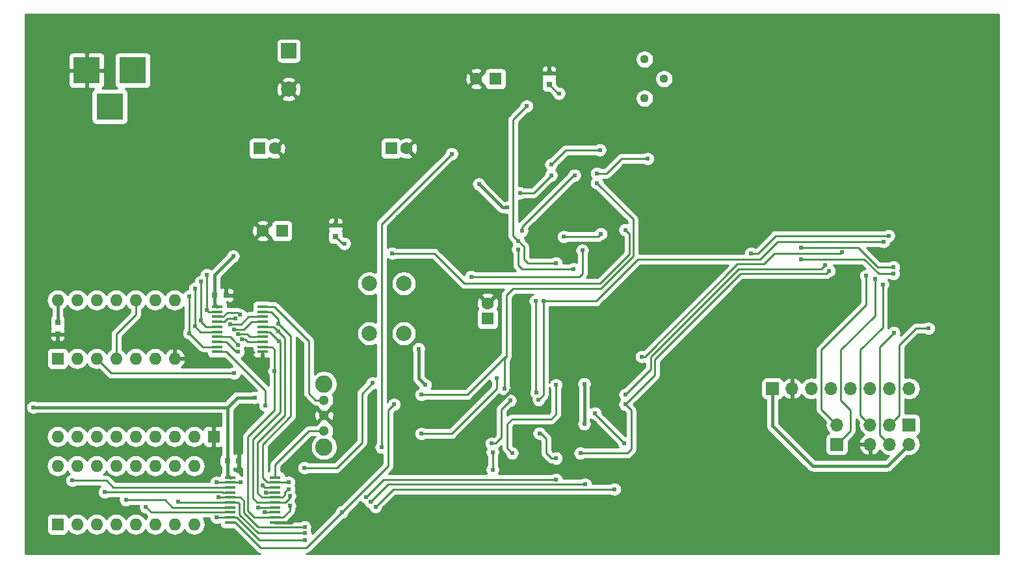
<source format=gbr>
G04 #@! TF.GenerationSoftware,KiCad,Pcbnew,(5.1.4)-1*
G04 #@! TF.CreationDate,2020-05-19T15:35:39+07:00*
G04 #@! TF.ProjectId,automata_smd,6175746f-6d61-4746-915f-736d642e6b69,2*
G04 #@! TF.SameCoordinates,Original*
G04 #@! TF.FileFunction,Copper,L2,Bot*
G04 #@! TF.FilePolarity,Positive*
%FSLAX46Y46*%
G04 Gerber Fmt 4.6, Leading zero omitted, Abs format (unit mm)*
G04 Created by KiCad (PCBNEW (5.1.4)-1) date 2020-05-19 15:35:39*
%MOMM*%
%LPD*%
G04 APERTURE LIST*
%ADD10R,1.700000X1.700000*%
%ADD11O,1.700000X1.700000*%
%ADD12R,1.600000X1.600000*%
%ADD13C,1.600000*%
%ADD14C,1.120000*%
%ADD15R,1.450000X0.450000*%
%ADD16O,1.600000X1.600000*%
%ADD17C,2.000000*%
%ADD18C,1.300000*%
%ADD19C,2.250000*%
%ADD20R,3.500000X3.500000*%
%ADD21R,0.750000X0.800000*%
%ADD22R,2.000000X2.000000*%
%ADD23R,0.800000X0.750000*%
%ADD24C,0.609600*%
%ADD25C,0.254000*%
%ADD26C,0.406400*%
%ADD27C,0.250000*%
G04 APERTURE END LIST*
D10*
X133096000Y-132969000D03*
D11*
X133096000Y-130429000D03*
D10*
X142494000Y-130429000D03*
D11*
X142494000Y-132969000D03*
X139954000Y-130429000D03*
X139954000Y-132969000D03*
X137414000Y-130429000D03*
X137414000Y-132969000D03*
D12*
X75057000Y-94411800D03*
D13*
X77057000Y-94411800D03*
D14*
X108051000Y-87884000D03*
X110591000Y-85344000D03*
X108051000Y-82804000D03*
D15*
X59973000Y-137283000D03*
X59973000Y-137933000D03*
X59973000Y-138583000D03*
X59973000Y-139233000D03*
X59973000Y-139883000D03*
X59973000Y-140533000D03*
X59973000Y-141183000D03*
X59973000Y-141833000D03*
X59973000Y-142483000D03*
X59973000Y-143133000D03*
X54073000Y-143133000D03*
X54073000Y-142483000D03*
X54073000Y-141833000D03*
X54073000Y-141183000D03*
X54073000Y-140533000D03*
X54073000Y-139883000D03*
X54073000Y-139233000D03*
X54073000Y-138583000D03*
X54073000Y-137933000D03*
X54073000Y-137283000D03*
X58322000Y-115058000D03*
X58322000Y-115708000D03*
X58322000Y-116358000D03*
X58322000Y-117008000D03*
X58322000Y-117658000D03*
X58322000Y-118308000D03*
X58322000Y-118958000D03*
X58322000Y-119608000D03*
X58322000Y-120258000D03*
X58322000Y-120908000D03*
X52422000Y-120908000D03*
X52422000Y-120258000D03*
X52422000Y-119608000D03*
X52422000Y-118958000D03*
X52422000Y-118308000D03*
X52422000Y-117658000D03*
X52422000Y-117008000D03*
X52422000Y-116358000D03*
X52422000Y-115708000D03*
X52422000Y-115058000D03*
D12*
X31623000Y-121793000D03*
D16*
X46863000Y-114173000D03*
X34163000Y-121793000D03*
X44323000Y-114173000D03*
X36703000Y-121793000D03*
X41783000Y-114173000D03*
X39243000Y-121793000D03*
X39243000Y-114173000D03*
X41783000Y-121793000D03*
X36703000Y-114173000D03*
X44323000Y-121793000D03*
X34163000Y-114173000D03*
X46863000Y-121793000D03*
X31623000Y-114173000D03*
D17*
X72208000Y-112014000D03*
X76708000Y-112014000D03*
X72208000Y-118514000D03*
X76708000Y-118514000D03*
D12*
X31623000Y-143383000D03*
D16*
X49403000Y-135763000D03*
X34163000Y-143383000D03*
X46863000Y-135763000D03*
X36703000Y-143383000D03*
X44323000Y-135763000D03*
X39243000Y-143383000D03*
X41783000Y-135763000D03*
X41783000Y-143383000D03*
X39243000Y-135763000D03*
X44323000Y-143383000D03*
X36703000Y-135763000D03*
X46863000Y-143383000D03*
X34163000Y-135763000D03*
X49403000Y-143383000D03*
X31623000Y-135763000D03*
D18*
X66319400Y-131209800D03*
X66319400Y-129209800D03*
X66319400Y-127209800D03*
D19*
X66319400Y-133309800D03*
X66319400Y-125109800D03*
D12*
X51943000Y-131953000D03*
D16*
X49403000Y-131953000D03*
X46863000Y-131953000D03*
X44323000Y-131953000D03*
X41783000Y-131953000D03*
X39243000Y-131953000D03*
X36703000Y-131953000D03*
X34163000Y-131953000D03*
X31623000Y-131953000D03*
D10*
X124714000Y-125704600D03*
D11*
X127254000Y-125704600D03*
X129794000Y-125704600D03*
X132334000Y-125704600D03*
X134874000Y-125704600D03*
X137414000Y-125704600D03*
X139954000Y-125704600D03*
X142494000Y-125704600D03*
D20*
X38402000Y-88951800D03*
X35402000Y-84251800D03*
X41402000Y-84251800D03*
D21*
X67818000Y-104406000D03*
X67818000Y-105906000D03*
D12*
X60833000Y-105156000D03*
D13*
X58333000Y-105156000D03*
D21*
X95631000Y-84594000D03*
X95631000Y-86094000D03*
D12*
X88646000Y-85344000D03*
D13*
X86146000Y-85344000D03*
D12*
X87630000Y-116586000D03*
D13*
X87630000Y-114586000D03*
D12*
X57912000Y-94411800D03*
D13*
X59912000Y-94411800D03*
D22*
X61722000Y-81711800D03*
D17*
X61722000Y-86711800D03*
D23*
X55233000Y-135128000D03*
X53733000Y-135128000D03*
X53582000Y-113538000D03*
X52082000Y-113538000D03*
D21*
X31623000Y-118606000D03*
X31623000Y-117106000D03*
D24*
X100203000Y-125095000D03*
X100203000Y-130302000D03*
X78625000Y-120523000D03*
X79502000Y-125222000D03*
X54483000Y-108458000D03*
X57277000Y-126873000D03*
X28448000Y-128143000D03*
X90170000Y-102108000D03*
X86487000Y-99060000D03*
X96901000Y-87249000D03*
X68961000Y-106807000D03*
X98933000Y-97917000D03*
X99695000Y-134112000D03*
X105537000Y-127762000D03*
X58674000Y-127889000D03*
X68643500Y-141795500D03*
X75438000Y-127762000D03*
X75438000Y-127762000D03*
X93853000Y-114300000D03*
X93980000Y-126238000D03*
X92075000Y-105156000D03*
X132080000Y-110363000D03*
X139192000Y-106553000D03*
X94869000Y-114300000D03*
X94264000Y-127157000D03*
X96520000Y-109347000D03*
X92710000Y-88900000D03*
X91630500Y-106489500D03*
X91567000Y-107569000D03*
X98806000Y-110109000D03*
X88265000Y-136271000D03*
X88265000Y-133985000D03*
X71755000Y-139827000D03*
X96520000Y-125222000D03*
X90805000Y-134112000D03*
X96520000Y-137541000D03*
X72390000Y-140462000D03*
X96550000Y-134777000D03*
X100330000Y-138176000D03*
X94361000Y-131527000D03*
X104140000Y-138811000D03*
X73025000Y-141097000D03*
X99949000Y-107696000D03*
X85471000Y-111125000D03*
X85471000Y-111125000D03*
X58293000Y-138303000D03*
X58724800Y-139242800D03*
X57759600Y-141173200D03*
X58572400Y-141833600D03*
X43129200Y-141147800D03*
X40513000Y-140208000D03*
X37769800Y-139166600D03*
X33528000Y-137668000D03*
X63754000Y-136017000D03*
X101854000Y-98933000D03*
X105537000Y-126492000D03*
X78994000Y-126492000D03*
X54610000Y-123698000D03*
X72644000Y-124968000D03*
X89789000Y-125730000D03*
X131572000Y-109601000D03*
X54102000Y-117348000D03*
X54610000Y-117983000D03*
X55118000Y-118618000D03*
X55626000Y-119253000D03*
X55118000Y-120904000D03*
X55118000Y-120015000D03*
X54737000Y-116586000D03*
X55372000Y-116078000D03*
X61722000Y-137922000D03*
X60388500Y-117284500D03*
X61722000Y-138811000D03*
X60381000Y-118293000D03*
X61849000Y-139700000D03*
X60452000Y-119507000D03*
X61849000Y-140970000D03*
X59817000Y-123444000D03*
X63804800Y-145415000D03*
X52324000Y-142494000D03*
X48768000Y-113665000D03*
X48768000Y-118491000D03*
X63804800Y-144551400D03*
X49530000Y-112649000D03*
X49530000Y-117602000D03*
X47345600Y-140462000D03*
X63804800Y-143738600D03*
X50292000Y-111760000D03*
X50292000Y-116840000D03*
X52578000Y-139827000D03*
X55448200Y-137947400D03*
X52324000Y-137922000D03*
X51054000Y-110871000D03*
X51054000Y-115443000D03*
X73787000Y-133350000D03*
X82931000Y-95123000D03*
X107696000Y-121539000D03*
X78994000Y-131572000D03*
X133731000Y-107950000D03*
X88773000Y-124333000D03*
X139827000Y-105791000D03*
X121920000Y-108077000D03*
X140462000Y-109855000D03*
X128397000Y-107315000D03*
X140462000Y-110744000D03*
X128397000Y-108839000D03*
X75184000Y-108077000D03*
X105537000Y-105029000D03*
X102362000Y-105537000D03*
X97536000Y-105918000D03*
X102235000Y-94615000D03*
X95885000Y-96520000D03*
X91821000Y-100203000D03*
X95885000Y-97917000D03*
X108458000Y-95758000D03*
X101854000Y-97663000D03*
X88138000Y-132842000D03*
X90551000Y-127254000D03*
X105410000Y-132842000D03*
X101600000Y-128905000D03*
X109855000Y-134620000D03*
X98425000Y-136525000D03*
X101600000Y-130175000D03*
X118745000Y-116205000D03*
X118745000Y-122555000D03*
X109855000Y-113030000D03*
X67945000Y-137160000D03*
X55245000Y-132080000D03*
X33020000Y-117475000D03*
X33020000Y-124460000D03*
X36830000Y-125730000D03*
X42545000Y-125730000D03*
X145415000Y-109855000D03*
X108585000Y-92710000D03*
X95250000Y-82550000D03*
X104140000Y-83185000D03*
X104140000Y-89535000D03*
X99060000Y-89535000D03*
X86106000Y-100330000D03*
X82550000Y-102997000D03*
X87503000Y-105410000D03*
X102362000Y-103251000D03*
X98298000Y-103251000D03*
X102108000Y-108712000D03*
X106553000Y-99695000D03*
X63246000Y-114935000D03*
X68961000Y-113919000D03*
X103505000Y-123825000D03*
X87884000Y-121793000D03*
X81153000Y-133604000D03*
X55753000Y-125222000D03*
X57785000Y-123190000D03*
X47117000Y-110236000D03*
X42037000Y-110744000D03*
X80137000Y-109728000D03*
X84709000Y-132334000D03*
X75946000Y-103378000D03*
X90678000Y-125984000D03*
X130175000Y-113030000D03*
X135509000Y-110617000D03*
X109728000Y-130302000D03*
X145034000Y-117856000D03*
X140525500Y-118427500D03*
X139065000Y-112141000D03*
X138049000Y-111379000D03*
X136906000Y-110998000D03*
D25*
X52336000Y-114972000D02*
X52422000Y-115058000D01*
D26*
X52082000Y-114718000D02*
X52422000Y-115058000D01*
X52082000Y-113538000D02*
X52082000Y-114718000D01*
X53733000Y-136943000D02*
X54073000Y-137283000D01*
X53733000Y-135128000D02*
X53733000Y-136943000D01*
X31623000Y-114173000D02*
X31623000Y-117106000D01*
X52082000Y-113538000D02*
X52082000Y-110859000D01*
X52082000Y-110859000D02*
X54483000Y-108458000D01*
X54483000Y-108458000D02*
X54483000Y-108458000D01*
X57277000Y-126873000D02*
X57277000Y-126873000D01*
X54991000Y-126873000D02*
X57277000Y-126873000D01*
X53733000Y-135128000D02*
X53733000Y-128131000D01*
X53733000Y-128131000D02*
X54991000Y-126873000D01*
X53733000Y-128131000D02*
X28460000Y-128131000D01*
X100203000Y-125095000D02*
X100203000Y-130302000D01*
X90170000Y-102108000D02*
X89535000Y-102108000D01*
X89535000Y-102108000D02*
X86487000Y-99060000D01*
X86487000Y-99060000D02*
X86487000Y-99060000D01*
X124714000Y-125704600D02*
X124714000Y-130556000D01*
X124714000Y-130556000D02*
X129921000Y-135763000D01*
X139700000Y-135763000D02*
X142494000Y-132969000D01*
X129921000Y-135763000D02*
X139700000Y-135763000D01*
X78625000Y-124345000D02*
X79502000Y-125222000D01*
X78625000Y-120523000D02*
X78625000Y-124345000D01*
D25*
X96786000Y-87249000D02*
X95631000Y-86094000D01*
X96901000Y-87249000D02*
X96786000Y-87249000D01*
X68719000Y-106807000D02*
X67818000Y-105906000D01*
X68961000Y-106807000D02*
X68719000Y-106807000D01*
X54741000Y-143133000D02*
X54073000Y-143133000D01*
X64008000Y-146431000D02*
X58039000Y-146431000D01*
X58039000Y-146431000D02*
X54741000Y-143133000D01*
X52422000Y-120908000D02*
X53598000Y-120908000D01*
X53598000Y-120908000D02*
X58674000Y-125984000D01*
X58674000Y-125984000D02*
X58674000Y-127889000D01*
X58674000Y-127889000D02*
X58674000Y-127889000D01*
X68643500Y-141795500D02*
X64008000Y-146431000D01*
X74676000Y-135763000D02*
X68643500Y-141795500D01*
X74676000Y-133858000D02*
X74676000Y-135763000D01*
X74676000Y-133858000D02*
X74676000Y-128524000D01*
X74676000Y-128524000D02*
X75438000Y-127762000D01*
X75438000Y-127762000D02*
X75438000Y-127762000D01*
X75438000Y-127762000D02*
X75438000Y-127762000D01*
X99695000Y-134112000D02*
X105791000Y-134112000D01*
X105791000Y-134112000D02*
X106299000Y-133604000D01*
X106299000Y-128524000D02*
X105537000Y-127762000D01*
X106299000Y-133604000D02*
X106299000Y-128524000D01*
X93853000Y-114300000D02*
X93853000Y-114300000D01*
X93853000Y-126111000D02*
X93853000Y-114300000D01*
X93980000Y-126238000D02*
X93853000Y-126111000D01*
X92075000Y-104648000D02*
X92075000Y-105156000D01*
X98933000Y-97917000D02*
X98806000Y-97917000D01*
X98806000Y-97917000D02*
X92075000Y-104648000D01*
X109347000Y-123952000D02*
X105537000Y-127762000D01*
X109347000Y-121920000D02*
X109347000Y-123952000D01*
X120523000Y-110744000D02*
X109347000Y-121920000D01*
X131699000Y-110744000D02*
X120523000Y-110744000D01*
X131699000Y-110744000D02*
X132080000Y-110363000D01*
X132080000Y-110363000D02*
X132080000Y-110363000D01*
X94869000Y-126552000D02*
X94869000Y-114300000D01*
X94264000Y-127157000D02*
X94869000Y-126552000D01*
X101727000Y-114300000D02*
X94869000Y-114300000D01*
X107188000Y-108839000D02*
X101727000Y-114300000D01*
X139192000Y-106553000D02*
X125412500Y-106553000D01*
X125412500Y-106553000D02*
X123126500Y-108839000D01*
X123126500Y-108839000D02*
X107188000Y-108839000D01*
X92710000Y-88900000D02*
X92710000Y-88900000D01*
X90932000Y-105791000D02*
X90932000Y-90678000D01*
X90932000Y-90678000D02*
X92710000Y-88900000D01*
X91630500Y-106489500D02*
X92329000Y-107188000D01*
X92329000Y-107188000D02*
X92329000Y-108839000D01*
X92329000Y-108839000D02*
X92837000Y-109347000D01*
X91630500Y-106489500D02*
X90932000Y-105791000D01*
X92837000Y-109347000D02*
X96520000Y-109347000D01*
X92075000Y-110109000D02*
X91567000Y-109601000D01*
X98806000Y-110109000D02*
X92075000Y-110109000D01*
X91567000Y-109601000D02*
X91567000Y-107569000D01*
X88265000Y-133985000D02*
X88265000Y-136271000D01*
X96520000Y-129032000D02*
X96520000Y-125222000D01*
X95885000Y-129667000D02*
X96520000Y-129032000D01*
X90805000Y-129667000D02*
X95885000Y-129667000D01*
X90170000Y-130302000D02*
X90805000Y-129667000D01*
X90805000Y-134112000D02*
X90170000Y-133477000D01*
X90170000Y-133477000D02*
X90170000Y-130302000D01*
X93472000Y-137541000D02*
X96520000Y-137541000D01*
X71755000Y-139827000D02*
X74041000Y-137541000D01*
X74041000Y-137541000D02*
X93472000Y-137541000D01*
X72390000Y-140462000D02*
X72517000Y-140462000D01*
X93218000Y-138176000D02*
X100330000Y-138176000D01*
X72390000Y-140462000D02*
X74676000Y-138176000D01*
X74676000Y-138176000D02*
X93218000Y-138176000D01*
X95915000Y-134777000D02*
X96550000Y-134777000D01*
X94361000Y-131527000D02*
X94570000Y-131527000D01*
X94570000Y-131527000D02*
X95250000Y-132207000D01*
X95250000Y-132207000D02*
X95250000Y-134112000D01*
X95250000Y-134112000D02*
X95915000Y-134777000D01*
X73025000Y-141097000D02*
X73152000Y-141097000D01*
X93472000Y-138811000D02*
X104140000Y-138811000D01*
X73025000Y-141097000D02*
X75311000Y-138811000D01*
X75311000Y-138811000D02*
X93472000Y-138811000D01*
X99949000Y-107696000D02*
X99949000Y-110744000D01*
X99949000Y-110744000D02*
X99568000Y-111125000D01*
X99568000Y-111125000D02*
X85471000Y-111125000D01*
X85471000Y-111125000D02*
X85471000Y-111125000D01*
X85471000Y-111125000D02*
X85471000Y-111125000D01*
X59973000Y-137283000D02*
X59973000Y-135581600D01*
X64344800Y-131209800D02*
X66319400Y-131209800D01*
X59973000Y-135581600D02*
X64344800Y-131209800D01*
X58322000Y-115058000D02*
X59863800Y-115058000D01*
X59863800Y-115058000D02*
X64312800Y-119507000D01*
X64312800Y-119507000D02*
X64312800Y-126288800D01*
X65233800Y-127209800D02*
X66319400Y-127209800D01*
X64312800Y-126288800D02*
X65233800Y-127209800D01*
X59972400Y-138582400D02*
X59973000Y-138583000D01*
X58573000Y-138583000D02*
X58293000Y-138303000D01*
X59973000Y-138583000D02*
X58573000Y-138583000D01*
X59963200Y-139242800D02*
X59973000Y-139233000D01*
X58724800Y-139242800D02*
X59963200Y-139242800D01*
X57769400Y-141183000D02*
X57759600Y-141173200D01*
X59973000Y-141183000D02*
X57769400Y-141183000D01*
X58573000Y-141833000D02*
X58572400Y-141833600D01*
X59973000Y-141833000D02*
X58573000Y-141833000D01*
X43814400Y-141833000D02*
X54073000Y-141833000D01*
X43129200Y-141147800D02*
X43814400Y-141833000D01*
X46568000Y-141183000D02*
X54073000Y-141183000D01*
X45593000Y-140208000D02*
X46568000Y-141183000D01*
X40513000Y-140208000D02*
X45593000Y-140208000D01*
X53086000Y-139166600D02*
X37769800Y-139166600D01*
X53152400Y-139233000D02*
X53086000Y-139166600D01*
X54073000Y-139233000D02*
X53152400Y-139233000D01*
X37769800Y-139166600D02*
X37769800Y-139166600D01*
X54073000Y-138583000D02*
X38888000Y-138583000D01*
X38888000Y-138583000D02*
X37973000Y-137668000D01*
X37973000Y-137668000D02*
X33528000Y-137668000D01*
X36703000Y-121793000D02*
X38354000Y-123444000D01*
X38354000Y-123444000D02*
X38608000Y-123698000D01*
X38608000Y-123698000D02*
X54610000Y-123698000D01*
X54610000Y-123698000D02*
X54610000Y-123698000D01*
X90932000Y-112649000D02*
X90043000Y-113538000D01*
X102362000Y-112649000D02*
X90932000Y-112649000D01*
X106553000Y-108458000D02*
X102362000Y-112649000D01*
X101854000Y-98933000D02*
X106553000Y-103632000D01*
X106553000Y-103632000D02*
X106553000Y-108458000D01*
X78994000Y-126492000D02*
X84963000Y-126492000D01*
X89916000Y-121539000D02*
X90043000Y-121539000D01*
X84963000Y-126492000D02*
X89916000Y-121539000D01*
X90043000Y-113538000D02*
X90043000Y-121539000D01*
X63754000Y-136017000D02*
X67945000Y-136017000D01*
X67945000Y-136017000D02*
X71247000Y-132715000D01*
X71247000Y-132715000D02*
X71247000Y-126365000D01*
X71247000Y-126365000D02*
X72644000Y-124968000D01*
X72644000Y-124968000D02*
X72644000Y-124968000D01*
X89789000Y-125730000D02*
X89789000Y-121793000D01*
X89789000Y-121793000D02*
X90043000Y-121539000D01*
X108839000Y-123190000D02*
X105537000Y-126492000D01*
X108839000Y-121539000D02*
X108839000Y-123190000D01*
X120269000Y-110109000D02*
X108839000Y-121539000D01*
X131572000Y-109601000D02*
X131572000Y-109601000D01*
X131064000Y-110109000D02*
X120269000Y-110109000D01*
X131572000Y-109601000D02*
X131064000Y-110109000D01*
X41783000Y-114173000D02*
X41783000Y-116078000D01*
X39243000Y-118618000D02*
X39243000Y-121793000D01*
X41783000Y-116078000D02*
X39243000Y-118618000D01*
X56489000Y-116358000D02*
X58322000Y-116358000D01*
X55499000Y-117348000D02*
X56489000Y-116358000D01*
X54102000Y-117348000D02*
X55499000Y-117348000D01*
X56855000Y-117008000D02*
X58322000Y-117008000D01*
X55880000Y-117983000D02*
X56855000Y-117008000D01*
X54610000Y-117983000D02*
X55880000Y-117983000D01*
X56601000Y-118958000D02*
X58322000Y-118958000D01*
X55118000Y-118618000D02*
X56261000Y-118618000D01*
X56261000Y-118618000D02*
X56601000Y-118958000D01*
X56362000Y-119608000D02*
X58322000Y-119608000D01*
X55626000Y-119253000D02*
X56007000Y-119253000D01*
X56007000Y-119253000D02*
X56362000Y-119608000D01*
X55118000Y-120904000D02*
X55118000Y-120904000D01*
X54864000Y-120904000D02*
X55118000Y-120904000D01*
X52422000Y-119608000D02*
X53568000Y-119608000D01*
X53568000Y-119608000D02*
X54864000Y-120904000D01*
X52422000Y-118958000D02*
X54061000Y-118958000D01*
X54061000Y-118958000D02*
X54483000Y-119380000D01*
X54483000Y-119380000D02*
X55118000Y-120015000D01*
X54737000Y-116586000D02*
X53721000Y-116586000D01*
X53299000Y-117008000D02*
X52422000Y-117008000D01*
X53721000Y-116586000D02*
X53299000Y-117008000D01*
X53187000Y-116358000D02*
X52422000Y-116358000D01*
X53721000Y-115824000D02*
X53187000Y-116358000D01*
X55372000Y-116078000D02*
X55118000Y-115824000D01*
X55118000Y-115824000D02*
X53721000Y-115824000D01*
X61711000Y-137933000D02*
X59973000Y-137933000D01*
X61722000Y-137922000D02*
X61711000Y-137933000D01*
X58928000Y-137933000D02*
X59973000Y-137933000D01*
X58293000Y-137298000D02*
X58928000Y-137933000D01*
X61976000Y-129286000D02*
X58293000Y-132969000D01*
X60388500Y-117284500D02*
X61976000Y-118872000D01*
X61976000Y-118872000D02*
X61976000Y-129286000D01*
X60388500Y-117284500D02*
X60388500Y-116649500D01*
X58293000Y-132969000D02*
X58293000Y-137298000D01*
X60388500Y-116649500D02*
X59447000Y-115708000D01*
X59447000Y-115708000D02*
X58322000Y-115708000D01*
X61722000Y-138811000D02*
X61595000Y-138811000D01*
X61214000Y-139192000D02*
X61214000Y-139573000D01*
X61595000Y-138811000D02*
X61214000Y-139192000D01*
X61214000Y-139573000D02*
X60904000Y-139883000D01*
X60904000Y-139883000D02*
X59973000Y-139883000D01*
X58222000Y-139883000D02*
X59973000Y-139883000D01*
X57658000Y-139319000D02*
X58222000Y-139883000D01*
X57658000Y-132715000D02*
X57658000Y-139319000D01*
X61214000Y-119126000D02*
X61214000Y-129159000D01*
X60381000Y-118293000D02*
X59746000Y-117658000D01*
X59746000Y-117658000D02*
X58322000Y-117658000D01*
X61214000Y-129159000D02*
X57658000Y-132715000D01*
X60381000Y-118293000D02*
X61214000Y-119126000D01*
X61270000Y-140533000D02*
X59973000Y-140533000D01*
X61849000Y-139700000D02*
X61849000Y-139954000D01*
X61849000Y-139954000D02*
X61270000Y-140533000D01*
X57023000Y-132334000D02*
X57023000Y-139954000D01*
X60579000Y-128778000D02*
X57023000Y-132334000D01*
X60579000Y-119634000D02*
X60579000Y-128778000D01*
X57023000Y-139954000D02*
X57602000Y-140533000D01*
X60452000Y-119507000D02*
X59253000Y-118308000D01*
X57602000Y-140533000D02*
X59973000Y-140533000D01*
X59253000Y-118308000D02*
X58322000Y-118308000D01*
X60452000Y-119507000D02*
X60579000Y-119634000D01*
X60971000Y-142483000D02*
X59973000Y-142483000D01*
X61849000Y-140970000D02*
X61849000Y-141605000D01*
X61849000Y-141605000D02*
X60971000Y-142483000D01*
X59817000Y-123444000D02*
X59817000Y-128524000D01*
X56388000Y-131953000D02*
X56388000Y-141605000D01*
X56388000Y-141605000D02*
X57266000Y-142483000D01*
X57266000Y-142483000D02*
X59973000Y-142483000D01*
X59817000Y-128524000D02*
X56388000Y-131953000D01*
X59817000Y-120523000D02*
X59817000Y-123444000D01*
X58322000Y-120258000D02*
X59552000Y-120258000D01*
X59552000Y-120258000D02*
X59817000Y-120523000D01*
X52422000Y-120258000D02*
X50535000Y-120258000D01*
X50535000Y-120258000D02*
X48768000Y-118491000D01*
X48768000Y-118491000D02*
X48768000Y-113665000D01*
X48768000Y-113665000D02*
X48768000Y-113665000D01*
X48768000Y-118491000D02*
X48768000Y-118491000D01*
X52335000Y-142483000D02*
X52324000Y-142494000D01*
X54073000Y-142483000D02*
X52335000Y-142483000D01*
X63804800Y-145415000D02*
X57912000Y-145415000D01*
X54980000Y-142483000D02*
X54073000Y-142483000D01*
X57912000Y-145415000D02*
X54980000Y-142483000D01*
X49530000Y-112649000D02*
X49530000Y-112649000D01*
X49530000Y-117602000D02*
X49530000Y-117602000D01*
X52422000Y-118308000D02*
X50236000Y-118308000D01*
X50236000Y-118308000D02*
X49530000Y-117602000D01*
X49530000Y-117602000D02*
X49530000Y-112649000D01*
X63804800Y-144551400D02*
X57708800Y-144551400D01*
X57708800Y-144551400D02*
X55321200Y-142163800D01*
X55321200Y-142163800D02*
X55321200Y-140741400D01*
X55112800Y-140533000D02*
X54073000Y-140533000D01*
X55321200Y-140741400D02*
X55112800Y-140533000D01*
X47416600Y-140533000D02*
X54073000Y-140533000D01*
X47345600Y-140462000D02*
X47416600Y-140533000D01*
X52422000Y-117658000D02*
X50983000Y-117658000D01*
X50983000Y-117658000D02*
X50292000Y-116967000D01*
X50292000Y-116967000D02*
X50292000Y-116840000D01*
X50292000Y-111760000D02*
X50292000Y-111633000D01*
X50292000Y-116840000D02*
X50292000Y-111760000D01*
X54017000Y-139827000D02*
X54073000Y-139883000D01*
X52634000Y-139883000D02*
X54073000Y-139883000D01*
X52578000Y-139827000D02*
X52634000Y-139883000D01*
X63804800Y-143738600D02*
X57734200Y-143738600D01*
X57734200Y-143738600D02*
X55880000Y-141884400D01*
X55880000Y-141884400D02*
X55880000Y-140335000D01*
X55428000Y-139883000D02*
X54073000Y-139883000D01*
X55880000Y-140335000D02*
X55428000Y-139883000D01*
X52422000Y-115708000D02*
X51319000Y-115708000D01*
X51319000Y-115708000D02*
X51054000Y-115443000D01*
X51054000Y-115443000D02*
X51054000Y-110871000D01*
X51054000Y-110871000D02*
X51054000Y-110871000D01*
X51054000Y-115443000D02*
X51054000Y-115443000D01*
X54062000Y-137922000D02*
X54073000Y-137933000D01*
X52324000Y-137922000D02*
X54062000Y-137922000D01*
X54087400Y-137947400D02*
X54073000Y-137933000D01*
X55448200Y-137947400D02*
X54087400Y-137947400D01*
X73787000Y-133350000D02*
X73787000Y-104267000D01*
X73787000Y-104267000D02*
X82931000Y-95123000D01*
X82931000Y-95123000D02*
X82931000Y-95123000D01*
X88773000Y-124333000D02*
X88773000Y-124333000D01*
X133604000Y-108077000D02*
X133731000Y-107950000D01*
X124968000Y-108077000D02*
X133604000Y-108077000D01*
X123571000Y-109474000D02*
X124968000Y-108077000D01*
X107696000Y-121539000D02*
X108077000Y-121539000D01*
X108077000Y-121539000D02*
X120142000Y-109474000D01*
X88773000Y-125730000D02*
X88773000Y-124333000D01*
X78994000Y-131572000D02*
X82931000Y-131572000D01*
X82931000Y-131572000D02*
X88773000Y-125730000D01*
X120142000Y-109474000D02*
X123571000Y-109474000D01*
X125095000Y-105791000D02*
X139827000Y-105791000D01*
X121920000Y-108077000D02*
X122809000Y-108077000D01*
X122809000Y-108077000D02*
X125095000Y-105791000D01*
X138430000Y-109855000D02*
X140462000Y-109855000D01*
X128397000Y-107315000D02*
X135890000Y-107315000D01*
X135890000Y-107315000D02*
X138430000Y-109855000D01*
X138557000Y-110744000D02*
X140462000Y-110744000D01*
X128397000Y-108839000D02*
X136652000Y-108839000D01*
X136652000Y-108839000D02*
X138557000Y-110744000D01*
X75184000Y-108077000D02*
X75184000Y-108077000D01*
X80645000Y-108077000D02*
X84582000Y-112014000D01*
X84582000Y-112014000D02*
X99949000Y-112014000D01*
X99949000Y-112014000D02*
X102235000Y-112014000D01*
X102235000Y-112014000D02*
X106045000Y-108204000D01*
X75184000Y-108077000D02*
X80645000Y-108077000D01*
X106045000Y-108204000D02*
X106045000Y-105537000D01*
X106045000Y-105537000D02*
X105537000Y-105029000D01*
X105537000Y-105029000D02*
X105537000Y-105029000D01*
X101981000Y-105918000D02*
X102362000Y-105537000D01*
X97536000Y-105918000D02*
X101981000Y-105918000D01*
X95885000Y-96520000D02*
X97790000Y-94615000D01*
X97790000Y-94615000D02*
X102235000Y-94615000D01*
X93599000Y-100203000D02*
X95885000Y-97917000D01*
X91821000Y-100203000D02*
X93599000Y-100203000D01*
X108458000Y-95758000D02*
X105029000Y-95758000D01*
X103124000Y-97663000D02*
X101854000Y-97663000D01*
X105029000Y-95758000D02*
X103124000Y-97663000D01*
X88646000Y-132842000D02*
X88138000Y-132842000D01*
X89408000Y-128397000D02*
X89408000Y-132080000D01*
X90551000Y-127254000D02*
X89408000Y-128397000D01*
X89408000Y-132080000D02*
X88646000Y-132842000D01*
X104140000Y-131572000D02*
X105410000Y-132842000D01*
X101600000Y-129032000D02*
X104140000Y-131572000D01*
X101600000Y-128905000D02*
X101600000Y-129032000D01*
D26*
X59973000Y-143133000D02*
X62099000Y-143133000D01*
X62099000Y-143133000D02*
X63373000Y-141859000D01*
X84709000Y-131953000D02*
X84709000Y-132334000D01*
X90678000Y-125984000D02*
X84709000Y-131953000D01*
D27*
X145034000Y-117856000D02*
X143383000Y-117856000D01*
X143383000Y-117856000D02*
X141224000Y-120015000D01*
X141224000Y-129159000D02*
X139954000Y-130429000D01*
X141224000Y-120015000D02*
X141224000Y-129159000D01*
X138684000Y-131699000D02*
X139954000Y-132969000D01*
X140525500Y-118427500D02*
X138684000Y-120269000D01*
X138684000Y-120269000D02*
X138684000Y-131699000D01*
X136144000Y-129159000D02*
X137414000Y-130429000D01*
X136144000Y-120650000D02*
X136144000Y-129159000D01*
X139065000Y-112141000D02*
X139065000Y-117729000D01*
X139065000Y-117729000D02*
X136144000Y-120650000D01*
X138049000Y-111379000D02*
X138049000Y-116205000D01*
X138049000Y-116205000D02*
X133604000Y-120650000D01*
X133604000Y-120650000D02*
X133604000Y-127254000D01*
D25*
X134874000Y-131191000D02*
X133096000Y-132969000D01*
X133604000Y-127254000D02*
X134874000Y-128524000D01*
X134874000Y-128524000D02*
X134874000Y-131191000D01*
D27*
X136906000Y-110998000D02*
X136906000Y-114808000D01*
X136906000Y-114808000D02*
X131064000Y-120650000D01*
X131064000Y-120650000D02*
X131064000Y-127635000D01*
D25*
X131064000Y-128397000D02*
X133096000Y-130429000D01*
X131064000Y-127635000D02*
X131064000Y-128397000D01*
G36*
X154178000Y-147193000D02*
G01*
X64045426Y-147193000D01*
X64157378Y-147181974D01*
X64301015Y-147138402D01*
X64433392Y-147067645D01*
X64549422Y-146972422D01*
X64573284Y-146943346D01*
X68792571Y-142724060D01*
X68917629Y-142699184D01*
X69088662Y-142628340D01*
X69242587Y-142525490D01*
X69373490Y-142394587D01*
X69476340Y-142240662D01*
X69547184Y-142069629D01*
X69572060Y-141944570D01*
X71057777Y-140458854D01*
X71155913Y-140556990D01*
X71309838Y-140659840D01*
X71480871Y-140730684D01*
X71485413Y-140731587D01*
X71486316Y-140736129D01*
X71557160Y-140907162D01*
X71660010Y-141061087D01*
X71790913Y-141191990D01*
X71944838Y-141294840D01*
X72115871Y-141365684D01*
X72120413Y-141366587D01*
X72121316Y-141371129D01*
X72192160Y-141542162D01*
X72295010Y-141696087D01*
X72425913Y-141826990D01*
X72579838Y-141929840D01*
X72750871Y-142000684D01*
X72932438Y-142036800D01*
X73117562Y-142036800D01*
X73299129Y-142000684D01*
X73470162Y-141929840D01*
X73624087Y-141826990D01*
X73754990Y-141696087D01*
X73857840Y-141542162D01*
X73928684Y-141371129D01*
X73953560Y-141246070D01*
X75626631Y-139573000D01*
X103588819Y-139573000D01*
X103694838Y-139643840D01*
X103865871Y-139714684D01*
X104047438Y-139750800D01*
X104232562Y-139750800D01*
X104414129Y-139714684D01*
X104585162Y-139643840D01*
X104739087Y-139540990D01*
X104869990Y-139410087D01*
X104972840Y-139256162D01*
X105043684Y-139085129D01*
X105079800Y-138903562D01*
X105079800Y-138718438D01*
X105043684Y-138536871D01*
X104972840Y-138365838D01*
X104869990Y-138211913D01*
X104739087Y-138081010D01*
X104585162Y-137978160D01*
X104414129Y-137907316D01*
X104232562Y-137871200D01*
X104047438Y-137871200D01*
X103865871Y-137907316D01*
X103694838Y-137978160D01*
X103588819Y-138049000D01*
X101262950Y-138049000D01*
X101233684Y-137901871D01*
X101162840Y-137730838D01*
X101059990Y-137576913D01*
X100929087Y-137446010D01*
X100775162Y-137343160D01*
X100604129Y-137272316D01*
X100422562Y-137236200D01*
X100237438Y-137236200D01*
X100055871Y-137272316D01*
X99884838Y-137343160D01*
X99778819Y-137414000D01*
X97452950Y-137414000D01*
X97423684Y-137266871D01*
X97352840Y-137095838D01*
X97249990Y-136941913D01*
X97119087Y-136811010D01*
X96965162Y-136708160D01*
X96794129Y-136637316D01*
X96612562Y-136601200D01*
X96427438Y-136601200D01*
X96245871Y-136637316D01*
X96074838Y-136708160D01*
X95968819Y-136779000D01*
X89055853Y-136779000D01*
X89097840Y-136716162D01*
X89168684Y-136545129D01*
X89204800Y-136363562D01*
X89204800Y-136178438D01*
X89168684Y-135996871D01*
X89097840Y-135825838D01*
X89027000Y-135719819D01*
X89027000Y-134536181D01*
X89097840Y-134430162D01*
X89168684Y-134259129D01*
X89204800Y-134077562D01*
X89204800Y-133892438D01*
X89168684Y-133710871D01*
X89097840Y-133539838D01*
X89060752Y-133484332D01*
X89071392Y-133478645D01*
X89187422Y-133383422D01*
X89211284Y-133354347D01*
X89408000Y-133157630D01*
X89408000Y-133439577D01*
X89404314Y-133477000D01*
X89408000Y-133514423D01*
X89408000Y-133514425D01*
X89419026Y-133626377D01*
X89462598Y-133770014D01*
X89491012Y-133823173D01*
X89533355Y-133902392D01*
X89570435Y-133947574D01*
X89628578Y-134018422D01*
X89657654Y-134042284D01*
X89876440Y-134261070D01*
X89901316Y-134386129D01*
X89972160Y-134557162D01*
X90075010Y-134711087D01*
X90205913Y-134841990D01*
X90359838Y-134944840D01*
X90530871Y-135015684D01*
X90712438Y-135051800D01*
X90897562Y-135051800D01*
X91079129Y-135015684D01*
X91250162Y-134944840D01*
X91404087Y-134841990D01*
X91534990Y-134711087D01*
X91637840Y-134557162D01*
X91708684Y-134386129D01*
X91744800Y-134204562D01*
X91744800Y-134019438D01*
X91708684Y-133837871D01*
X91637840Y-133666838D01*
X91534990Y-133512913D01*
X91404087Y-133382010D01*
X91250162Y-133279160D01*
X91079129Y-133208316D01*
X90954070Y-133183440D01*
X90932000Y-133161370D01*
X90932000Y-131434438D01*
X93421200Y-131434438D01*
X93421200Y-131619562D01*
X93457316Y-131801129D01*
X93528160Y-131972162D01*
X93631010Y-132126087D01*
X93761913Y-132256990D01*
X93915838Y-132359840D01*
X94086871Y-132430684D01*
X94268438Y-132466800D01*
X94432169Y-132466800D01*
X94488000Y-132522631D01*
X94488001Y-134074567D01*
X94484314Y-134112000D01*
X94499027Y-134261378D01*
X94542599Y-134405015D01*
X94613355Y-134537392D01*
X94684175Y-134623686D01*
X94708579Y-134653422D01*
X94737649Y-134677279D01*
X95349720Y-135289351D01*
X95373578Y-135318422D01*
X95489608Y-135413645D01*
X95621985Y-135484402D01*
X95765622Y-135527974D01*
X95877574Y-135539000D01*
X95877576Y-135539000D01*
X95914999Y-135542686D01*
X95952422Y-135539000D01*
X95998819Y-135539000D01*
X96104838Y-135609840D01*
X96275871Y-135680684D01*
X96457438Y-135716800D01*
X96642562Y-135716800D01*
X96824129Y-135680684D01*
X96995162Y-135609840D01*
X97149087Y-135506990D01*
X97279990Y-135376087D01*
X97382840Y-135222162D01*
X97453684Y-135051129D01*
X97489800Y-134869562D01*
X97489800Y-134684438D01*
X97453684Y-134502871D01*
X97382840Y-134331838D01*
X97279990Y-134177913D01*
X97149087Y-134047010D01*
X96995162Y-133944160D01*
X96824129Y-133873316D01*
X96642562Y-133837200D01*
X96457438Y-133837200D01*
X96275871Y-133873316D01*
X96143695Y-133928065D01*
X96012000Y-133796370D01*
X96012000Y-132244422D01*
X96015686Y-132206999D01*
X96011416Y-132163645D01*
X96000974Y-132057622D01*
X95957402Y-131913985D01*
X95954529Y-131908609D01*
X95898412Y-131803623D01*
X95886645Y-131781608D01*
X95791422Y-131665578D01*
X95762353Y-131641722D01*
X95176465Y-131055835D01*
X95090990Y-130927913D01*
X94960087Y-130797010D01*
X94806162Y-130694160D01*
X94635129Y-130623316D01*
X94453562Y-130587200D01*
X94268438Y-130587200D01*
X94086871Y-130623316D01*
X93915838Y-130694160D01*
X93761913Y-130797010D01*
X93631010Y-130927913D01*
X93528160Y-131081838D01*
X93457316Y-131252871D01*
X93421200Y-131434438D01*
X90932000Y-131434438D01*
X90932000Y-130617630D01*
X91120630Y-130429000D01*
X95847577Y-130429000D01*
X95885000Y-130432686D01*
X95922423Y-130429000D01*
X95922426Y-130429000D01*
X96034378Y-130417974D01*
X96178015Y-130374402D01*
X96310392Y-130303645D01*
X96426422Y-130208422D01*
X96450284Y-130179346D01*
X97032347Y-129597283D01*
X97061422Y-129573422D01*
X97133658Y-129485402D01*
X97156645Y-129457393D01*
X97201227Y-129373985D01*
X97227402Y-129325015D01*
X97270974Y-129181378D01*
X97282000Y-129069426D01*
X97282000Y-129069423D01*
X97285686Y-129032000D01*
X97282000Y-128994577D01*
X97282000Y-125773181D01*
X97352840Y-125667162D01*
X97423684Y-125496129D01*
X97459800Y-125314562D01*
X97459800Y-125129438D01*
X97423684Y-124947871D01*
X97352840Y-124776838D01*
X97249990Y-124622913D01*
X97119087Y-124492010D01*
X96965162Y-124389160D01*
X96794129Y-124318316D01*
X96612562Y-124282200D01*
X96427438Y-124282200D01*
X96245871Y-124318316D01*
X96074838Y-124389160D01*
X95920913Y-124492010D01*
X95790010Y-124622913D01*
X95687160Y-124776838D01*
X95631000Y-124912421D01*
X95631000Y-115062000D01*
X101689577Y-115062000D01*
X101727000Y-115065686D01*
X101764423Y-115062000D01*
X101764426Y-115062000D01*
X101876378Y-115050974D01*
X102020015Y-115007402D01*
X102152392Y-114936645D01*
X102268422Y-114841422D01*
X102292284Y-114812346D01*
X107503631Y-109601000D01*
X118937370Y-109601000D01*
X107914182Y-120624188D01*
X107788562Y-120599200D01*
X107603438Y-120599200D01*
X107421871Y-120635316D01*
X107250838Y-120706160D01*
X107096913Y-120809010D01*
X106966010Y-120939913D01*
X106863160Y-121093838D01*
X106792316Y-121264871D01*
X106756200Y-121446438D01*
X106756200Y-121631562D01*
X106792316Y-121813129D01*
X106863160Y-121984162D01*
X106966010Y-122138087D01*
X107096913Y-122268990D01*
X107250838Y-122371840D01*
X107421871Y-122442684D01*
X107603438Y-122478800D01*
X107788562Y-122478800D01*
X107970129Y-122442684D01*
X108077001Y-122398416D01*
X108077001Y-122874368D01*
X105387930Y-125563440D01*
X105262871Y-125588316D01*
X105091838Y-125659160D01*
X104937913Y-125762010D01*
X104807010Y-125892913D01*
X104704160Y-126046838D01*
X104633316Y-126217871D01*
X104597200Y-126399438D01*
X104597200Y-126584562D01*
X104633316Y-126766129D01*
X104704160Y-126937162D01*
X104807010Y-127091087D01*
X104842923Y-127127000D01*
X104807010Y-127162913D01*
X104704160Y-127316838D01*
X104633316Y-127487871D01*
X104597200Y-127669438D01*
X104597200Y-127854562D01*
X104633316Y-128036129D01*
X104704160Y-128207162D01*
X104807010Y-128361087D01*
X104937913Y-128491990D01*
X105091838Y-128594840D01*
X105262871Y-128665684D01*
X105387929Y-128690560D01*
X105537001Y-128839632D01*
X105537000Y-131891370D01*
X104705283Y-131059653D01*
X104705279Y-131059648D01*
X102539800Y-128894170D01*
X102539800Y-128812438D01*
X102503684Y-128630871D01*
X102432840Y-128459838D01*
X102329990Y-128305913D01*
X102199087Y-128175010D01*
X102045162Y-128072160D01*
X101874129Y-128001316D01*
X101692562Y-127965200D01*
X101507438Y-127965200D01*
X101325871Y-128001316D01*
X101154838Y-128072160D01*
X101041200Y-128148091D01*
X101041200Y-125527222D01*
X101106684Y-125369129D01*
X101142800Y-125187562D01*
X101142800Y-125002438D01*
X101106684Y-124820871D01*
X101035840Y-124649838D01*
X100932990Y-124495913D01*
X100802087Y-124365010D01*
X100648162Y-124262160D01*
X100477129Y-124191316D01*
X100295562Y-124155200D01*
X100110438Y-124155200D01*
X99928871Y-124191316D01*
X99757838Y-124262160D01*
X99603913Y-124365010D01*
X99473010Y-124495913D01*
X99370160Y-124649838D01*
X99299316Y-124820871D01*
X99263200Y-125002438D01*
X99263200Y-125187562D01*
X99299316Y-125369129D01*
X99364800Y-125527222D01*
X99364801Y-129869776D01*
X99299316Y-130027871D01*
X99263200Y-130209438D01*
X99263200Y-130394562D01*
X99299316Y-130576129D01*
X99370160Y-130747162D01*
X99473010Y-130901087D01*
X99603913Y-131031990D01*
X99757838Y-131134840D01*
X99928871Y-131205684D01*
X100110438Y-131241800D01*
X100295562Y-131241800D01*
X100477129Y-131205684D01*
X100648162Y-131134840D01*
X100802087Y-131031990D01*
X100932990Y-130901087D01*
X101035840Y-130747162D01*
X101106684Y-130576129D01*
X101142800Y-130394562D01*
X101142800Y-130209438D01*
X101106684Y-130027871D01*
X101041200Y-129869778D01*
X101041200Y-129661909D01*
X101154838Y-129737840D01*
X101280091Y-129789722D01*
X103627648Y-132137279D01*
X103627653Y-132137283D01*
X104481440Y-132991071D01*
X104506316Y-133116129D01*
X104577160Y-133287162D01*
X104619147Y-133350000D01*
X100246181Y-133350000D01*
X100140162Y-133279160D01*
X99969129Y-133208316D01*
X99787562Y-133172200D01*
X99602438Y-133172200D01*
X99420871Y-133208316D01*
X99249838Y-133279160D01*
X99095913Y-133382010D01*
X98965010Y-133512913D01*
X98862160Y-133666838D01*
X98791316Y-133837871D01*
X98755200Y-134019438D01*
X98755200Y-134204562D01*
X98791316Y-134386129D01*
X98862160Y-134557162D01*
X98965010Y-134711087D01*
X99095913Y-134841990D01*
X99249838Y-134944840D01*
X99420871Y-135015684D01*
X99602438Y-135051800D01*
X99787562Y-135051800D01*
X99969129Y-135015684D01*
X100140162Y-134944840D01*
X100246181Y-134874000D01*
X105753577Y-134874000D01*
X105791000Y-134877686D01*
X105828423Y-134874000D01*
X105828426Y-134874000D01*
X105940378Y-134862974D01*
X106084015Y-134819402D01*
X106216392Y-134748645D01*
X106332422Y-134653422D01*
X106356284Y-134624346D01*
X106811347Y-134169283D01*
X106840422Y-134145422D01*
X106935645Y-134029392D01*
X107003528Y-133902392D01*
X107006401Y-133897017D01*
X107007790Y-133892438D01*
X107049974Y-133753378D01*
X107061000Y-133641426D01*
X107061000Y-133641417D01*
X107064685Y-133604001D01*
X107061000Y-133566585D01*
X107061000Y-128561423D01*
X107064686Y-128524000D01*
X107061000Y-128486574D01*
X107049974Y-128374622D01*
X107006402Y-128230985D01*
X106938520Y-128103986D01*
X106935645Y-128098607D01*
X106864279Y-128011648D01*
X106840422Y-127982578D01*
X106811351Y-127958720D01*
X106614630Y-127762000D01*
X109859346Y-124517284D01*
X109888422Y-124493422D01*
X109962858Y-124402721D01*
X109983645Y-124377393D01*
X110037772Y-124276127D01*
X110054402Y-124245015D01*
X110097974Y-124101378D01*
X110109000Y-123989426D01*
X110109000Y-123989423D01*
X110112686Y-123952000D01*
X110109000Y-123914577D01*
X110109000Y-122235630D01*
X120838631Y-111506000D01*
X131661577Y-111506000D01*
X131699000Y-111509686D01*
X131736423Y-111506000D01*
X131736426Y-111506000D01*
X131848378Y-111494974D01*
X131992015Y-111451402D01*
X132124392Y-111380645D01*
X132234182Y-111290543D01*
X132354129Y-111266684D01*
X132525162Y-111195840D01*
X132679087Y-111092990D01*
X132809990Y-110962087D01*
X132912840Y-110808162D01*
X132983684Y-110637129D01*
X133019800Y-110455562D01*
X133019800Y-110270438D01*
X132983684Y-110088871D01*
X132912840Y-109917838D01*
X132809990Y-109763913D01*
X132679087Y-109633010D01*
X132631181Y-109601000D01*
X136336370Y-109601000D01*
X136796866Y-110061496D01*
X136631871Y-110094316D01*
X136460838Y-110165160D01*
X136306913Y-110268010D01*
X136176010Y-110398913D01*
X136073160Y-110552838D01*
X136002316Y-110723871D01*
X135966200Y-110905438D01*
X135966200Y-111090562D01*
X136002316Y-111272129D01*
X136073160Y-111443162D01*
X136146000Y-111552174D01*
X136146001Y-114493197D01*
X130553003Y-120086196D01*
X130523999Y-120109999D01*
X130479694Y-120163985D01*
X130429026Y-120225724D01*
X130368029Y-120339840D01*
X130358454Y-120357754D01*
X130314997Y-120501015D01*
X130304000Y-120612668D01*
X130304000Y-120612678D01*
X130300324Y-120650000D01*
X130304000Y-120687323D01*
X130304001Y-124307487D01*
X130085111Y-124241087D01*
X129866950Y-124219600D01*
X129721050Y-124219600D01*
X129502889Y-124241087D01*
X129222966Y-124326001D01*
X128964986Y-124463894D01*
X128738866Y-124649466D01*
X128553294Y-124875586D01*
X128518799Y-124940123D01*
X128449178Y-124823245D01*
X128254269Y-124607012D01*
X128020920Y-124432959D01*
X127758099Y-124307775D01*
X127610890Y-124263124D01*
X127381000Y-124384445D01*
X127381000Y-125577600D01*
X127401000Y-125577600D01*
X127401000Y-125831600D01*
X127381000Y-125831600D01*
X127381000Y-127024755D01*
X127610890Y-127146076D01*
X127758099Y-127101425D01*
X128020920Y-126976241D01*
X128254269Y-126802188D01*
X128449178Y-126585955D01*
X128518799Y-126469077D01*
X128553294Y-126533614D01*
X128738866Y-126759734D01*
X128964986Y-126945306D01*
X129222966Y-127083199D01*
X129502889Y-127168113D01*
X129721050Y-127189600D01*
X129866950Y-127189600D01*
X130085111Y-127168113D01*
X130304001Y-127101713D01*
X130304001Y-127577258D01*
X130302000Y-127597575D01*
X130302000Y-128359574D01*
X130298314Y-128397000D01*
X130302000Y-128434423D01*
X130302000Y-128434426D01*
X130313026Y-128546378D01*
X130356599Y-128690015D01*
X130427355Y-128822392D01*
X130498721Y-128909351D01*
X130522579Y-128938422D01*
X130551649Y-128962279D01*
X131654545Y-130065175D01*
X131632487Y-130137889D01*
X131603815Y-130429000D01*
X131632487Y-130720111D01*
X131717401Y-131000034D01*
X131855294Y-131258014D01*
X132040866Y-131484134D01*
X132070687Y-131508607D01*
X132001820Y-131529498D01*
X131891506Y-131588463D01*
X131794815Y-131667815D01*
X131715463Y-131764506D01*
X131656498Y-131874820D01*
X131620188Y-131994518D01*
X131607928Y-132119000D01*
X131607928Y-133819000D01*
X131620188Y-133943482D01*
X131656498Y-134063180D01*
X131715463Y-134173494D01*
X131794815Y-134270185D01*
X131891506Y-134349537D01*
X132001820Y-134408502D01*
X132121518Y-134444812D01*
X132246000Y-134457072D01*
X133946000Y-134457072D01*
X134070482Y-134444812D01*
X134190180Y-134408502D01*
X134300494Y-134349537D01*
X134397185Y-134270185D01*
X134476537Y-134173494D01*
X134535502Y-134063180D01*
X134571812Y-133943482D01*
X134584072Y-133819000D01*
X134584072Y-133325891D01*
X135972519Y-133325891D01*
X136069843Y-133600252D01*
X136218822Y-133850355D01*
X136413731Y-134066588D01*
X136647080Y-134240641D01*
X136909901Y-134365825D01*
X137057110Y-134410476D01*
X137287000Y-134289155D01*
X137287000Y-133096000D01*
X136093186Y-133096000D01*
X135972519Y-133325891D01*
X134584072Y-133325891D01*
X134584072Y-132558558D01*
X135386346Y-131756284D01*
X135415422Y-131732422D01*
X135484012Y-131648845D01*
X135510645Y-131616393D01*
X135557091Y-131529498D01*
X135581402Y-131484015D01*
X135624974Y-131340378D01*
X135636000Y-131228426D01*
X135636000Y-131228423D01*
X135639686Y-131191000D01*
X135636000Y-131153577D01*
X135636000Y-129725801D01*
X135973203Y-130063004D01*
X135950487Y-130137889D01*
X135921815Y-130429000D01*
X135950487Y-130720111D01*
X136035401Y-131000034D01*
X136173294Y-131258014D01*
X136358866Y-131484134D01*
X136584986Y-131669706D01*
X136642756Y-131700584D01*
X136413731Y-131871412D01*
X136218822Y-132087645D01*
X136069843Y-132337748D01*
X135972519Y-132612109D01*
X136093186Y-132842000D01*
X137287000Y-132842000D01*
X137287000Y-132822000D01*
X137541000Y-132822000D01*
X137541000Y-132842000D01*
X137561000Y-132842000D01*
X137561000Y-133096000D01*
X137541000Y-133096000D01*
X137541000Y-134289155D01*
X137770890Y-134410476D01*
X137918099Y-134365825D01*
X138180920Y-134240641D01*
X138414269Y-134066588D01*
X138609178Y-133850355D01*
X138678799Y-133733477D01*
X138713294Y-133798014D01*
X138898866Y-134024134D01*
X139124986Y-134209706D01*
X139382966Y-134347599D01*
X139662889Y-134432513D01*
X139828757Y-134448850D01*
X139352807Y-134924800D01*
X130268194Y-134924800D01*
X125552200Y-130208807D01*
X125552200Y-127192672D01*
X125564000Y-127192672D01*
X125688482Y-127180412D01*
X125808180Y-127144102D01*
X125918494Y-127085137D01*
X126015185Y-127005785D01*
X126094537Y-126909094D01*
X126153502Y-126798780D01*
X126177966Y-126718134D01*
X126253731Y-126802188D01*
X126487080Y-126976241D01*
X126749901Y-127101425D01*
X126897110Y-127146076D01*
X127127000Y-127024755D01*
X127127000Y-125831600D01*
X127107000Y-125831600D01*
X127107000Y-125577600D01*
X127127000Y-125577600D01*
X127127000Y-124384445D01*
X126897110Y-124263124D01*
X126749901Y-124307775D01*
X126487080Y-124432959D01*
X126253731Y-124607012D01*
X126177966Y-124691066D01*
X126153502Y-124610420D01*
X126094537Y-124500106D01*
X126015185Y-124403415D01*
X125918494Y-124324063D01*
X125808180Y-124265098D01*
X125688482Y-124228788D01*
X125564000Y-124216528D01*
X123864000Y-124216528D01*
X123739518Y-124228788D01*
X123619820Y-124265098D01*
X123509506Y-124324063D01*
X123412815Y-124403415D01*
X123333463Y-124500106D01*
X123274498Y-124610420D01*
X123238188Y-124730118D01*
X123225928Y-124854600D01*
X123225928Y-126554600D01*
X123238188Y-126679082D01*
X123274498Y-126798780D01*
X123333463Y-126909094D01*
X123412815Y-127005785D01*
X123509506Y-127085137D01*
X123619820Y-127144102D01*
X123739518Y-127180412D01*
X123864000Y-127192672D01*
X123875800Y-127192672D01*
X123875801Y-130514827D01*
X123871746Y-130556000D01*
X123887929Y-130720315D01*
X123935858Y-130878316D01*
X124013691Y-131023931D01*
X124046554Y-131063974D01*
X124118437Y-131151564D01*
X124150413Y-131177806D01*
X129299194Y-136326588D01*
X129325436Y-136358564D01*
X129357412Y-136384806D01*
X129357414Y-136384808D01*
X129451670Y-136462162D01*
X129453068Y-136463309D01*
X129598683Y-136541142D01*
X129756684Y-136589071D01*
X129879830Y-136601200D01*
X129879836Y-136601200D01*
X129920999Y-136605254D01*
X129962162Y-136601200D01*
X139658837Y-136601200D01*
X139700000Y-136605254D01*
X139741163Y-136601200D01*
X139741170Y-136601200D01*
X139864316Y-136589071D01*
X140022317Y-136541142D01*
X140167932Y-136463309D01*
X140295564Y-136358564D01*
X140321811Y-136326582D01*
X142214716Y-134433678D01*
X142421050Y-134454000D01*
X142566950Y-134454000D01*
X142785111Y-134432513D01*
X143065034Y-134347599D01*
X143323014Y-134209706D01*
X143549134Y-134024134D01*
X143734706Y-133798014D01*
X143872599Y-133540034D01*
X143957513Y-133260111D01*
X143986185Y-132969000D01*
X143957513Y-132677889D01*
X143872599Y-132397966D01*
X143734706Y-132139986D01*
X143549134Y-131913866D01*
X143519313Y-131889393D01*
X143588180Y-131868502D01*
X143698494Y-131809537D01*
X143795185Y-131730185D01*
X143874537Y-131633494D01*
X143933502Y-131523180D01*
X143969812Y-131403482D01*
X143982072Y-131279000D01*
X143982072Y-129579000D01*
X143969812Y-129454518D01*
X143933502Y-129334820D01*
X143874537Y-129224506D01*
X143795185Y-129127815D01*
X143698494Y-129048463D01*
X143588180Y-128989498D01*
X143468482Y-128953188D01*
X143344000Y-128940928D01*
X141984000Y-128940928D01*
X141984000Y-127101714D01*
X142202889Y-127168113D01*
X142421050Y-127189600D01*
X142566950Y-127189600D01*
X142785111Y-127168113D01*
X143065034Y-127083199D01*
X143323014Y-126945306D01*
X143549134Y-126759734D01*
X143734706Y-126533614D01*
X143872599Y-126275634D01*
X143957513Y-125995711D01*
X143986185Y-125704600D01*
X143957513Y-125413489D01*
X143872599Y-125133566D01*
X143734706Y-124875586D01*
X143549134Y-124649466D01*
X143323014Y-124463894D01*
X143065034Y-124326001D01*
X142785111Y-124241087D01*
X142566950Y-124219600D01*
X142421050Y-124219600D01*
X142202889Y-124241087D01*
X141984000Y-124307486D01*
X141984000Y-120329801D01*
X143697802Y-118616000D01*
X144479826Y-118616000D01*
X144588838Y-118688840D01*
X144759871Y-118759684D01*
X144941438Y-118795800D01*
X145126562Y-118795800D01*
X145308129Y-118759684D01*
X145479162Y-118688840D01*
X145633087Y-118585990D01*
X145763990Y-118455087D01*
X145866840Y-118301162D01*
X145937684Y-118130129D01*
X145973800Y-117948562D01*
X145973800Y-117763438D01*
X145937684Y-117581871D01*
X145866840Y-117410838D01*
X145763990Y-117256913D01*
X145633087Y-117126010D01*
X145479162Y-117023160D01*
X145308129Y-116952316D01*
X145126562Y-116916200D01*
X144941438Y-116916200D01*
X144759871Y-116952316D01*
X144588838Y-117023160D01*
X144479826Y-117096000D01*
X143420322Y-117096000D01*
X143382999Y-117092324D01*
X143345676Y-117096000D01*
X143345667Y-117096000D01*
X143234014Y-117106997D01*
X143106593Y-117145649D01*
X143090753Y-117150454D01*
X142958723Y-117221026D01*
X142898664Y-117270316D01*
X142842999Y-117315999D01*
X142819201Y-117344997D01*
X141405577Y-118758622D01*
X141429184Y-118701629D01*
X141465300Y-118520062D01*
X141465300Y-118334938D01*
X141429184Y-118153371D01*
X141358340Y-117982338D01*
X141255490Y-117828413D01*
X141124587Y-117697510D01*
X140970662Y-117594660D01*
X140799629Y-117523816D01*
X140618062Y-117487700D01*
X140432938Y-117487700D01*
X140251371Y-117523816D01*
X140080338Y-117594660D01*
X139926413Y-117697510D01*
X139821439Y-117802484D01*
X139825000Y-117766333D01*
X139825000Y-117766323D01*
X139828676Y-117729000D01*
X139825000Y-117691677D01*
X139825000Y-112695174D01*
X139897840Y-112586162D01*
X139968684Y-112415129D01*
X140004800Y-112233562D01*
X140004800Y-112048438D01*
X139968684Y-111866871D01*
X139897840Y-111695838D01*
X139794990Y-111541913D01*
X139759077Y-111506000D01*
X139910819Y-111506000D01*
X140016838Y-111576840D01*
X140187871Y-111647684D01*
X140369438Y-111683800D01*
X140554562Y-111683800D01*
X140736129Y-111647684D01*
X140907162Y-111576840D01*
X141061087Y-111473990D01*
X141191990Y-111343087D01*
X141294840Y-111189162D01*
X141365684Y-111018129D01*
X141401800Y-110836562D01*
X141401800Y-110651438D01*
X141365684Y-110469871D01*
X141295114Y-110299500D01*
X141365684Y-110129129D01*
X141401800Y-109947562D01*
X141401800Y-109762438D01*
X141365684Y-109580871D01*
X141294840Y-109409838D01*
X141191990Y-109255913D01*
X141061087Y-109125010D01*
X140907162Y-109022160D01*
X140736129Y-108951316D01*
X140554562Y-108915200D01*
X140369438Y-108915200D01*
X140187871Y-108951316D01*
X140016838Y-109022160D01*
X139910819Y-109093000D01*
X138745631Y-109093000D01*
X136967630Y-107315000D01*
X138640819Y-107315000D01*
X138746838Y-107385840D01*
X138917871Y-107456684D01*
X139099438Y-107492800D01*
X139284562Y-107492800D01*
X139466129Y-107456684D01*
X139637162Y-107385840D01*
X139791087Y-107282990D01*
X139921990Y-107152087D01*
X140024840Y-106998162D01*
X140095684Y-106827129D01*
X140123906Y-106685250D01*
X140272162Y-106623840D01*
X140426087Y-106520990D01*
X140556990Y-106390087D01*
X140659840Y-106236162D01*
X140730684Y-106065129D01*
X140766800Y-105883562D01*
X140766800Y-105698438D01*
X140730684Y-105516871D01*
X140659840Y-105345838D01*
X140556990Y-105191913D01*
X140426087Y-105061010D01*
X140272162Y-104958160D01*
X140101129Y-104887316D01*
X139919562Y-104851200D01*
X139734438Y-104851200D01*
X139552871Y-104887316D01*
X139381838Y-104958160D01*
X139275819Y-105029000D01*
X125132422Y-105029000D01*
X125094999Y-105025314D01*
X125057576Y-105029000D01*
X125057574Y-105029000D01*
X124945622Y-105040026D01*
X124801985Y-105083598D01*
X124669608Y-105154355D01*
X124553578Y-105249578D01*
X124529721Y-105278648D01*
X122493370Y-107315000D01*
X122471181Y-107315000D01*
X122365162Y-107244160D01*
X122194129Y-107173316D01*
X122012562Y-107137200D01*
X121827438Y-107137200D01*
X121645871Y-107173316D01*
X121474838Y-107244160D01*
X121320913Y-107347010D01*
X121190010Y-107477913D01*
X121087160Y-107631838D01*
X121016316Y-107802871D01*
X120980200Y-107984438D01*
X120980200Y-108077000D01*
X107315000Y-108077000D01*
X107315000Y-103669423D01*
X107318686Y-103632000D01*
X107311084Y-103554815D01*
X107303974Y-103482622D01*
X107260402Y-103338985D01*
X107189646Y-103206609D01*
X107189645Y-103206607D01*
X107154857Y-103164219D01*
X107094422Y-103090578D01*
X107065347Y-103066717D01*
X102782560Y-98783930D01*
X102757684Y-98658871D01*
X102686840Y-98487838D01*
X102644853Y-98425000D01*
X103086577Y-98425000D01*
X103124000Y-98428686D01*
X103161423Y-98425000D01*
X103161426Y-98425000D01*
X103273378Y-98413974D01*
X103417015Y-98370402D01*
X103549392Y-98299645D01*
X103665422Y-98204422D01*
X103689284Y-98175346D01*
X105344631Y-96520000D01*
X107906819Y-96520000D01*
X108012838Y-96590840D01*
X108183871Y-96661684D01*
X108365438Y-96697800D01*
X108550562Y-96697800D01*
X108732129Y-96661684D01*
X108903162Y-96590840D01*
X109057087Y-96487990D01*
X109187990Y-96357087D01*
X109290840Y-96203162D01*
X109361684Y-96032129D01*
X109397800Y-95850562D01*
X109397800Y-95665438D01*
X109361684Y-95483871D01*
X109290840Y-95312838D01*
X109187990Y-95158913D01*
X109057087Y-95028010D01*
X108903162Y-94925160D01*
X108732129Y-94854316D01*
X108550562Y-94818200D01*
X108365438Y-94818200D01*
X108183871Y-94854316D01*
X108012838Y-94925160D01*
X107906819Y-94996000D01*
X105066423Y-94996000D01*
X105029000Y-94992314D01*
X104991577Y-94996000D01*
X104991574Y-94996000D01*
X104879622Y-95007026D01*
X104735985Y-95050598D01*
X104674364Y-95083535D01*
X104603607Y-95121355D01*
X104557843Y-95158913D01*
X104487578Y-95216578D01*
X104463721Y-95245648D01*
X102808370Y-96901000D01*
X102405181Y-96901000D01*
X102299162Y-96830160D01*
X102128129Y-96759316D01*
X101946562Y-96723200D01*
X101761438Y-96723200D01*
X101579871Y-96759316D01*
X101408838Y-96830160D01*
X101254913Y-96933010D01*
X101124010Y-97063913D01*
X101021160Y-97217838D01*
X100950316Y-97388871D01*
X100914200Y-97570438D01*
X100914200Y-97755562D01*
X100950316Y-97937129D01*
X101021160Y-98108162D01*
X101124010Y-98262087D01*
X101159923Y-98298000D01*
X101124010Y-98333913D01*
X101021160Y-98487838D01*
X100950316Y-98658871D01*
X100914200Y-98840438D01*
X100914200Y-99025562D01*
X100950316Y-99207129D01*
X101021160Y-99378162D01*
X101124010Y-99532087D01*
X101254913Y-99662990D01*
X101408838Y-99765840D01*
X101579871Y-99836684D01*
X101704930Y-99861560D01*
X105791000Y-103947630D01*
X105791000Y-104121312D01*
X105629562Y-104089200D01*
X105444438Y-104089200D01*
X105262871Y-104125316D01*
X105091838Y-104196160D01*
X104937913Y-104299010D01*
X104807010Y-104429913D01*
X104704160Y-104583838D01*
X104633316Y-104754871D01*
X104597200Y-104936438D01*
X104597200Y-105121562D01*
X104633316Y-105303129D01*
X104704160Y-105474162D01*
X104807010Y-105628087D01*
X104937913Y-105758990D01*
X105091838Y-105861840D01*
X105262871Y-105932684D01*
X105283001Y-105936688D01*
X105283000Y-107888370D01*
X101919370Y-111252000D01*
X100517851Y-111252000D01*
X100585645Y-111169392D01*
X100656402Y-111037015D01*
X100699974Y-110893378D01*
X100711000Y-110781426D01*
X100711000Y-110781424D01*
X100714686Y-110744001D01*
X100711000Y-110706578D01*
X100711000Y-108247181D01*
X100781840Y-108141162D01*
X100852684Y-107970129D01*
X100888800Y-107788562D01*
X100888800Y-107603438D01*
X100852684Y-107421871D01*
X100781840Y-107250838D01*
X100678990Y-107096913D01*
X100548087Y-106966010D01*
X100394162Y-106863160D01*
X100223129Y-106792316D01*
X100041562Y-106756200D01*
X99856438Y-106756200D01*
X99674871Y-106792316D01*
X99503838Y-106863160D01*
X99349913Y-106966010D01*
X99219010Y-107096913D01*
X99116160Y-107250838D01*
X99045316Y-107421871D01*
X99009200Y-107603438D01*
X99009200Y-107788562D01*
X99045316Y-107970129D01*
X99116160Y-108141162D01*
X99187000Y-108247181D01*
X99187001Y-109249584D01*
X99080129Y-109205316D01*
X98898562Y-109169200D01*
X98713438Y-109169200D01*
X98531871Y-109205316D01*
X98360838Y-109276160D01*
X98254819Y-109347000D01*
X97459800Y-109347000D01*
X97459800Y-109254438D01*
X97423684Y-109072871D01*
X97352840Y-108901838D01*
X97249990Y-108747913D01*
X97119087Y-108617010D01*
X96965162Y-108514160D01*
X96794129Y-108443316D01*
X96612562Y-108407200D01*
X96427438Y-108407200D01*
X96245871Y-108443316D01*
X96074838Y-108514160D01*
X95968819Y-108585000D01*
X93152630Y-108585000D01*
X93091000Y-108523370D01*
X93091000Y-107225422D01*
X93094686Y-107187999D01*
X93088594Y-107126144D01*
X93079974Y-107038622D01*
X93036402Y-106894985D01*
X92965645Y-106762608D01*
X92870422Y-106646578D01*
X92841353Y-106622722D01*
X92559060Y-106340429D01*
X92534184Y-106215371D01*
X92463340Y-106044338D01*
X92446613Y-106019305D01*
X92520162Y-105988840D01*
X92674087Y-105885990D01*
X92734639Y-105825438D01*
X96596200Y-105825438D01*
X96596200Y-106010562D01*
X96632316Y-106192129D01*
X96703160Y-106363162D01*
X96806010Y-106517087D01*
X96936913Y-106647990D01*
X97090838Y-106750840D01*
X97261871Y-106821684D01*
X97443438Y-106857800D01*
X97628562Y-106857800D01*
X97810129Y-106821684D01*
X97981162Y-106750840D01*
X98087181Y-106680000D01*
X101943577Y-106680000D01*
X101981000Y-106683686D01*
X102018423Y-106680000D01*
X102018426Y-106680000D01*
X102130378Y-106668974D01*
X102274015Y-106625402D01*
X102406392Y-106554645D01*
X102516182Y-106464543D01*
X102636129Y-106440684D01*
X102807162Y-106369840D01*
X102961087Y-106266990D01*
X103091990Y-106136087D01*
X103194840Y-105982162D01*
X103265684Y-105811129D01*
X103301800Y-105629562D01*
X103301800Y-105444438D01*
X103265684Y-105262871D01*
X103194840Y-105091838D01*
X103091990Y-104937913D01*
X102961087Y-104807010D01*
X102807162Y-104704160D01*
X102636129Y-104633316D01*
X102454562Y-104597200D01*
X102269438Y-104597200D01*
X102087871Y-104633316D01*
X101916838Y-104704160D01*
X101762913Y-104807010D01*
X101632010Y-104937913D01*
X101529160Y-105091838D01*
X101502583Y-105156000D01*
X98087181Y-105156000D01*
X97981162Y-105085160D01*
X97810129Y-105014316D01*
X97628562Y-104978200D01*
X97443438Y-104978200D01*
X97261871Y-105014316D01*
X97090838Y-105085160D01*
X96936913Y-105188010D01*
X96806010Y-105318913D01*
X96703160Y-105472838D01*
X96632316Y-105643871D01*
X96596200Y-105825438D01*
X92734639Y-105825438D01*
X92804990Y-105755087D01*
X92907840Y-105601162D01*
X92978684Y-105430129D01*
X93014800Y-105248562D01*
X93014800Y-105063438D01*
X92978684Y-104881871D01*
X92961132Y-104839498D01*
X98943831Y-98856800D01*
X99025562Y-98856800D01*
X99207129Y-98820684D01*
X99378162Y-98749840D01*
X99532087Y-98646990D01*
X99662990Y-98516087D01*
X99765840Y-98362162D01*
X99836684Y-98191129D01*
X99872800Y-98009562D01*
X99872800Y-97824438D01*
X99836684Y-97642871D01*
X99765840Y-97471838D01*
X99662990Y-97317913D01*
X99532087Y-97187010D01*
X99378162Y-97084160D01*
X99207129Y-97013316D01*
X99025562Y-96977200D01*
X98840438Y-96977200D01*
X98658871Y-97013316D01*
X98487838Y-97084160D01*
X98333913Y-97187010D01*
X98203010Y-97317913D01*
X98100160Y-97471838D01*
X98048279Y-97597090D01*
X91694000Y-103951370D01*
X91694000Y-101135950D01*
X91728438Y-101142800D01*
X91913562Y-101142800D01*
X92095129Y-101106684D01*
X92266162Y-101035840D01*
X92372181Y-100965000D01*
X93561577Y-100965000D01*
X93599000Y-100968686D01*
X93636423Y-100965000D01*
X93636426Y-100965000D01*
X93748378Y-100953974D01*
X93892015Y-100910402D01*
X94024392Y-100839645D01*
X94140422Y-100744422D01*
X94164284Y-100715346D01*
X96034071Y-98845560D01*
X96159129Y-98820684D01*
X96330162Y-98749840D01*
X96484087Y-98646990D01*
X96614990Y-98516087D01*
X96717840Y-98362162D01*
X96788684Y-98191129D01*
X96824800Y-98009562D01*
X96824800Y-97824438D01*
X96788684Y-97642871D01*
X96717840Y-97471838D01*
X96614990Y-97317913D01*
X96515577Y-97218500D01*
X96614990Y-97119087D01*
X96717840Y-96965162D01*
X96788684Y-96794129D01*
X96813560Y-96669070D01*
X98105631Y-95377000D01*
X101683819Y-95377000D01*
X101789838Y-95447840D01*
X101960871Y-95518684D01*
X102142438Y-95554800D01*
X102327562Y-95554800D01*
X102509129Y-95518684D01*
X102680162Y-95447840D01*
X102834087Y-95344990D01*
X102964990Y-95214087D01*
X103067840Y-95060162D01*
X103138684Y-94889129D01*
X103174800Y-94707562D01*
X103174800Y-94522438D01*
X103138684Y-94340871D01*
X103067840Y-94169838D01*
X102964990Y-94015913D01*
X102834087Y-93885010D01*
X102680162Y-93782160D01*
X102509129Y-93711316D01*
X102327562Y-93675200D01*
X102142438Y-93675200D01*
X101960871Y-93711316D01*
X101789838Y-93782160D01*
X101683819Y-93853000D01*
X97827423Y-93853000D01*
X97790000Y-93849314D01*
X97752577Y-93853000D01*
X97752574Y-93853000D01*
X97640622Y-93864026D01*
X97496985Y-93907598D01*
X97462939Y-93925796D01*
X97364607Y-93978355D01*
X97318843Y-94015913D01*
X97248578Y-94073578D01*
X97224721Y-94102648D01*
X95735930Y-95591440D01*
X95610871Y-95616316D01*
X95439838Y-95687160D01*
X95285913Y-95790010D01*
X95155010Y-95920913D01*
X95052160Y-96074838D01*
X94981316Y-96245871D01*
X94945200Y-96427438D01*
X94945200Y-96612562D01*
X94981316Y-96794129D01*
X95052160Y-96965162D01*
X95155010Y-97119087D01*
X95254423Y-97218500D01*
X95155010Y-97317913D01*
X95052160Y-97471838D01*
X94981316Y-97642871D01*
X94956440Y-97767929D01*
X93283370Y-99441000D01*
X92372181Y-99441000D01*
X92266162Y-99370160D01*
X92095129Y-99299316D01*
X91913562Y-99263200D01*
X91728438Y-99263200D01*
X91694000Y-99270050D01*
X91694000Y-90993630D01*
X92859070Y-89828560D01*
X92984129Y-89803684D01*
X93155162Y-89732840D01*
X93309087Y-89629990D01*
X93439990Y-89499087D01*
X93542840Y-89345162D01*
X93613684Y-89174129D01*
X93649800Y-88992562D01*
X93649800Y-88807438D01*
X93613684Y-88625871D01*
X93542840Y-88454838D01*
X93439990Y-88300913D01*
X93309087Y-88170010D01*
X93155162Y-88067160D01*
X92984129Y-87996316D01*
X92802562Y-87960200D01*
X92617438Y-87960200D01*
X92435871Y-87996316D01*
X92264838Y-88067160D01*
X92110913Y-88170010D01*
X91980010Y-88300913D01*
X91877160Y-88454838D01*
X91806316Y-88625871D01*
X91781440Y-88750930D01*
X90419649Y-90112721D01*
X90390579Y-90136578D01*
X90366722Y-90165648D01*
X90366721Y-90165649D01*
X90295355Y-90252608D01*
X90224599Y-90384985D01*
X90181027Y-90528622D01*
X90166314Y-90678000D01*
X90170001Y-90715433D01*
X90170000Y-101168200D01*
X90077438Y-101168200D01*
X89895871Y-101204316D01*
X89839896Y-101227502D01*
X87385324Y-98772931D01*
X87319840Y-98614838D01*
X87216990Y-98460913D01*
X87086087Y-98330010D01*
X86932162Y-98227160D01*
X86761129Y-98156316D01*
X86579562Y-98120200D01*
X86394438Y-98120200D01*
X86212871Y-98156316D01*
X86041838Y-98227160D01*
X85887913Y-98330010D01*
X85757010Y-98460913D01*
X85654160Y-98614838D01*
X85583316Y-98785871D01*
X85547200Y-98967438D01*
X85547200Y-99152562D01*
X85583316Y-99334129D01*
X85654160Y-99505162D01*
X85757010Y-99659087D01*
X85887913Y-99789990D01*
X86041838Y-99892840D01*
X86199931Y-99958324D01*
X88913194Y-102671588D01*
X88939436Y-102703564D01*
X89067068Y-102808309D01*
X89212683Y-102886142D01*
X89370684Y-102934071D01*
X89493830Y-102946200D01*
X89493837Y-102946200D01*
X89535000Y-102950254D01*
X89576163Y-102946200D01*
X89737778Y-102946200D01*
X89895871Y-103011684D01*
X90077438Y-103047800D01*
X90170000Y-103047800D01*
X90170000Y-105753577D01*
X90166314Y-105791000D01*
X90170000Y-105828423D01*
X90170000Y-105828425D01*
X90181026Y-105940377D01*
X90224598Y-106084014D01*
X90252432Y-106136087D01*
X90295355Y-106216392D01*
X90311580Y-106236162D01*
X90390578Y-106332422D01*
X90419653Y-106356283D01*
X90701940Y-106638571D01*
X90726816Y-106763629D01*
X90797660Y-106934662D01*
X90829112Y-106981733D01*
X90734160Y-107123838D01*
X90663316Y-107294871D01*
X90627200Y-107476438D01*
X90627200Y-107661562D01*
X90663316Y-107843129D01*
X90734160Y-108014162D01*
X90805001Y-108120182D01*
X90805000Y-109563576D01*
X90801314Y-109601000D01*
X90805000Y-109638423D01*
X90805000Y-109638425D01*
X90816026Y-109750377D01*
X90859598Y-109894014D01*
X90887432Y-109946087D01*
X90930355Y-110026392D01*
X90966131Y-110069985D01*
X91025578Y-110142422D01*
X91054654Y-110166284D01*
X91251370Y-110363000D01*
X86022181Y-110363000D01*
X85916162Y-110292160D01*
X85745129Y-110221316D01*
X85563562Y-110185200D01*
X85378438Y-110185200D01*
X85196871Y-110221316D01*
X85025838Y-110292160D01*
X84871913Y-110395010D01*
X84741010Y-110525913D01*
X84638160Y-110679838D01*
X84567316Y-110850871D01*
X84555567Y-110909936D01*
X81210284Y-107564654D01*
X81186422Y-107535578D01*
X81070392Y-107440355D01*
X80938015Y-107369598D01*
X80794378Y-107326026D01*
X80682426Y-107315000D01*
X80682423Y-107315000D01*
X80645000Y-107311314D01*
X80607577Y-107315000D01*
X75735181Y-107315000D01*
X75629162Y-107244160D01*
X75458129Y-107173316D01*
X75276562Y-107137200D01*
X75091438Y-107137200D01*
X74909871Y-107173316D01*
X74738838Y-107244160D01*
X74584913Y-107347010D01*
X74549000Y-107382923D01*
X74549000Y-104582630D01*
X83080071Y-96051560D01*
X83205129Y-96026684D01*
X83376162Y-95955840D01*
X83530087Y-95852990D01*
X83660990Y-95722087D01*
X83763840Y-95568162D01*
X83834684Y-95397129D01*
X83870800Y-95215562D01*
X83870800Y-95030438D01*
X83834684Y-94848871D01*
X83763840Y-94677838D01*
X83660990Y-94523913D01*
X83530087Y-94393010D01*
X83376162Y-94290160D01*
X83205129Y-94219316D01*
X83023562Y-94183200D01*
X82838438Y-94183200D01*
X82656871Y-94219316D01*
X82485838Y-94290160D01*
X82331913Y-94393010D01*
X82201010Y-94523913D01*
X82098160Y-94677838D01*
X82027316Y-94848871D01*
X82002440Y-94973929D01*
X73274649Y-103701721D01*
X73245579Y-103725578D01*
X73221722Y-103754648D01*
X73221721Y-103754649D01*
X73150355Y-103841608D01*
X73079599Y-103973985D01*
X73036027Y-104117622D01*
X73021314Y-104267000D01*
X73025001Y-104304433D01*
X73025001Y-110593505D01*
X72982463Y-110565082D01*
X72684912Y-110441832D01*
X72369033Y-110379000D01*
X72046967Y-110379000D01*
X71731088Y-110441832D01*
X71433537Y-110565082D01*
X71165748Y-110744013D01*
X70938013Y-110971748D01*
X70759082Y-111239537D01*
X70635832Y-111537088D01*
X70573000Y-111852967D01*
X70573000Y-112175033D01*
X70635832Y-112490912D01*
X70759082Y-112788463D01*
X70938013Y-113056252D01*
X71165748Y-113283987D01*
X71433537Y-113462918D01*
X71731088Y-113586168D01*
X72046967Y-113649000D01*
X72369033Y-113649000D01*
X72684912Y-113586168D01*
X72982463Y-113462918D01*
X73025001Y-113434495D01*
X73025001Y-117093505D01*
X72982463Y-117065082D01*
X72684912Y-116941832D01*
X72369033Y-116879000D01*
X72046967Y-116879000D01*
X71731088Y-116941832D01*
X71433537Y-117065082D01*
X71165748Y-117244013D01*
X70938013Y-117471748D01*
X70759082Y-117739537D01*
X70635832Y-118037088D01*
X70573000Y-118352967D01*
X70573000Y-118675033D01*
X70635832Y-118990912D01*
X70759082Y-119288463D01*
X70938013Y-119556252D01*
X71165748Y-119783987D01*
X71433537Y-119962918D01*
X71731088Y-120086168D01*
X72046967Y-120149000D01*
X72369033Y-120149000D01*
X72684912Y-120086168D01*
X72982463Y-119962918D01*
X73025000Y-119934495D01*
X73025000Y-124108583D01*
X72918129Y-124064316D01*
X72736562Y-124028200D01*
X72551438Y-124028200D01*
X72369871Y-124064316D01*
X72198838Y-124135160D01*
X72044913Y-124238010D01*
X71914010Y-124368913D01*
X71811160Y-124522838D01*
X71740316Y-124693871D01*
X71715440Y-124818929D01*
X70734649Y-125799721D01*
X70705579Y-125823578D01*
X70681722Y-125852648D01*
X70681721Y-125852649D01*
X70610355Y-125939608D01*
X70539599Y-126071985D01*
X70496027Y-126215622D01*
X70481314Y-126365000D01*
X70485001Y-126402433D01*
X70485000Y-132399369D01*
X67629370Y-135255000D01*
X64305181Y-135255000D01*
X64199162Y-135184160D01*
X64028129Y-135113316D01*
X63846562Y-135077200D01*
X63661438Y-135077200D01*
X63479871Y-135113316D01*
X63308838Y-135184160D01*
X63154913Y-135287010D01*
X63024010Y-135417913D01*
X62921160Y-135571838D01*
X62850316Y-135742871D01*
X62814200Y-135924438D01*
X62814200Y-136109562D01*
X62850316Y-136291129D01*
X62921160Y-136462162D01*
X63024010Y-136616087D01*
X63154913Y-136746990D01*
X63308838Y-136849840D01*
X63479871Y-136920684D01*
X63661438Y-136956800D01*
X63846562Y-136956800D01*
X64028129Y-136920684D01*
X64199162Y-136849840D01*
X64305181Y-136779000D01*
X67907577Y-136779000D01*
X67945000Y-136782686D01*
X67982423Y-136779000D01*
X67982426Y-136779000D01*
X68094378Y-136767974D01*
X68238015Y-136724402D01*
X68370392Y-136653645D01*
X68486422Y-136558422D01*
X68510284Y-136529346D01*
X71759353Y-133280278D01*
X71788422Y-133256422D01*
X71883645Y-133140392D01*
X71954402Y-133008015D01*
X71997974Y-132864378D01*
X72009000Y-132752426D01*
X72009000Y-132752424D01*
X72012686Y-132715001D01*
X72009000Y-132677574D01*
X72009000Y-126680630D01*
X72793071Y-125896560D01*
X72918129Y-125871684D01*
X73025000Y-125827417D01*
X73025000Y-132798819D01*
X72954160Y-132904838D01*
X72883316Y-133075871D01*
X72847200Y-133257438D01*
X72847200Y-133442562D01*
X72883316Y-133624129D01*
X72954160Y-133795162D01*
X73057010Y-133949087D01*
X73187913Y-134079990D01*
X73341838Y-134182840D01*
X73512871Y-134253684D01*
X73694438Y-134289800D01*
X73879562Y-134289800D01*
X73914000Y-134282950D01*
X73914001Y-135447368D01*
X68494430Y-140866940D01*
X68369371Y-140891816D01*
X68198338Y-140962660D01*
X68044413Y-141065510D01*
X67913510Y-141196413D01*
X67810660Y-141350338D01*
X67739816Y-141521371D01*
X67714940Y-141646429D01*
X64744600Y-144616770D01*
X64744600Y-144458838D01*
X64708484Y-144277271D01*
X64653696Y-144145000D01*
X64708484Y-144012729D01*
X64744600Y-143831162D01*
X64744600Y-143646038D01*
X64708484Y-143464471D01*
X64637640Y-143293438D01*
X64534790Y-143139513D01*
X64403887Y-143008610D01*
X64249962Y-142905760D01*
X64078929Y-142834916D01*
X63897362Y-142798800D01*
X63712238Y-142798800D01*
X63530671Y-142834916D01*
X63359638Y-142905760D01*
X63253619Y-142976600D01*
X61555030Y-142976600D01*
X62361346Y-142170284D01*
X62390422Y-142146422D01*
X62462988Y-142058000D01*
X62485645Y-142030393D01*
X62531353Y-141944878D01*
X62556402Y-141898015D01*
X62599974Y-141754378D01*
X62611000Y-141642426D01*
X62611000Y-141642423D01*
X62614686Y-141605000D01*
X62611000Y-141567577D01*
X62611000Y-141521181D01*
X62681840Y-141415162D01*
X62752684Y-141244129D01*
X62788800Y-141062562D01*
X62788800Y-140877438D01*
X62752684Y-140695871D01*
X62681840Y-140524838D01*
X62578990Y-140370913D01*
X62543077Y-140335000D01*
X62578990Y-140299087D01*
X62681840Y-140145162D01*
X62752684Y-139974129D01*
X62788800Y-139792562D01*
X62788800Y-139607438D01*
X62752684Y-139425871D01*
X62681840Y-139254838D01*
X62603779Y-139138012D01*
X62625684Y-139085129D01*
X62661800Y-138903562D01*
X62661800Y-138718438D01*
X62625684Y-138536871D01*
X62555114Y-138366500D01*
X62625684Y-138196129D01*
X62661800Y-138014562D01*
X62661800Y-137829438D01*
X62625684Y-137647871D01*
X62554840Y-137476838D01*
X62451990Y-137322913D01*
X62321087Y-137192010D01*
X62167162Y-137089160D01*
X61996129Y-137018316D01*
X61814562Y-136982200D01*
X61629438Y-136982200D01*
X61447871Y-137018316D01*
X61336072Y-137064625D01*
X61336072Y-137058000D01*
X61323812Y-136933518D01*
X61287502Y-136813820D01*
X61228537Y-136703506D01*
X61149185Y-136606815D01*
X61052494Y-136527463D01*
X60942180Y-136468498D01*
X60822482Y-136432188D01*
X60735000Y-136423572D01*
X60735000Y-135897230D01*
X64660431Y-131971800D01*
X65168384Y-131971800D01*
X64952319Y-132187865D01*
X64759708Y-132476127D01*
X64627036Y-132796427D01*
X64559400Y-133136455D01*
X64559400Y-133483145D01*
X64627036Y-133823173D01*
X64759708Y-134143473D01*
X64952319Y-134431735D01*
X65197465Y-134676881D01*
X65485727Y-134869492D01*
X65806027Y-135002164D01*
X66146055Y-135069800D01*
X66492745Y-135069800D01*
X66832773Y-135002164D01*
X67153073Y-134869492D01*
X67441335Y-134676881D01*
X67686481Y-134431735D01*
X67879092Y-134143473D01*
X68011764Y-133823173D01*
X68079400Y-133483145D01*
X68079400Y-133136455D01*
X68011764Y-132796427D01*
X67879092Y-132476127D01*
X67686481Y-132187865D01*
X67441335Y-131942719D01*
X67395569Y-131912139D01*
X67458153Y-131818476D01*
X67555019Y-131584621D01*
X67604400Y-131336361D01*
X67604400Y-131083239D01*
X67555019Y-130834979D01*
X67458153Y-130601124D01*
X67317525Y-130390660D01*
X67138540Y-130211675D01*
X67017103Y-130130533D01*
X67025322Y-130095327D01*
X66319400Y-129389405D01*
X65613478Y-130095327D01*
X65621697Y-130130533D01*
X65500260Y-130211675D01*
X65321275Y-130390660D01*
X65283095Y-130447800D01*
X64382223Y-130447800D01*
X64344800Y-130444114D01*
X64307377Y-130447800D01*
X64307374Y-130447800D01*
X64195422Y-130458826D01*
X64051785Y-130502398D01*
X64022596Y-130518000D01*
X63919407Y-130573155D01*
X63855356Y-130625721D01*
X63803378Y-130668378D01*
X63779521Y-130697448D01*
X59460649Y-135016321D01*
X59431579Y-135040178D01*
X59407722Y-135069248D01*
X59407721Y-135069249D01*
X59336355Y-135156208D01*
X59265599Y-135288585D01*
X59222027Y-135432222D01*
X59207314Y-135581600D01*
X59211001Y-135619033D01*
X59211001Y-136423572D01*
X59123518Y-136432188D01*
X59055000Y-136452973D01*
X59055000Y-133284630D01*
X62488346Y-129851284D01*
X62517422Y-129827422D01*
X62590940Y-129737840D01*
X62612645Y-129711393D01*
X62654853Y-129632426D01*
X62683402Y-129579015D01*
X62726974Y-129435378D01*
X62738000Y-129323426D01*
X62738000Y-129323423D01*
X62741660Y-129286255D01*
X65030448Y-129286255D01*
X65070130Y-129536249D01*
X65157822Y-129773696D01*
X65205199Y-129862334D01*
X65433873Y-129915722D01*
X66139795Y-129209800D01*
X66499005Y-129209800D01*
X67204927Y-129915722D01*
X67433601Y-129862334D01*
X67539495Y-129632426D01*
X67598502Y-129386276D01*
X67608352Y-129133345D01*
X67568670Y-128883351D01*
X67480978Y-128645904D01*
X67433601Y-128557266D01*
X67204927Y-128503878D01*
X66499005Y-129209800D01*
X66139795Y-129209800D01*
X65433873Y-128503878D01*
X65205199Y-128557266D01*
X65099305Y-128787174D01*
X65040298Y-129033324D01*
X65030448Y-129286255D01*
X62741660Y-129286255D01*
X62741686Y-129286000D01*
X62738000Y-129248577D01*
X62738000Y-119009831D01*
X63550800Y-119822631D01*
X63550801Y-126251367D01*
X63547114Y-126288800D01*
X63561827Y-126438178D01*
X63605399Y-126581815D01*
X63676155Y-126714192D01*
X63738691Y-126790392D01*
X63771379Y-126830222D01*
X63800449Y-126854079D01*
X64668516Y-127722146D01*
X64692378Y-127751222D01*
X64762395Y-127808683D01*
X64808407Y-127846445D01*
X64842001Y-127864401D01*
X64940785Y-127917202D01*
X65084422Y-127960774D01*
X65196374Y-127971800D01*
X65196377Y-127971800D01*
X65233800Y-127975486D01*
X65271223Y-127971800D01*
X65283095Y-127971800D01*
X65321275Y-128028940D01*
X65500260Y-128207925D01*
X65621697Y-128289067D01*
X65613478Y-128324273D01*
X66319400Y-129030195D01*
X67025322Y-128324273D01*
X67017103Y-128289067D01*
X67138540Y-128207925D01*
X67317525Y-128028940D01*
X67458153Y-127818476D01*
X67555019Y-127584621D01*
X67604400Y-127336361D01*
X67604400Y-127083239D01*
X67555019Y-126834979D01*
X67458153Y-126601124D01*
X67395569Y-126507461D01*
X67441335Y-126476881D01*
X67686481Y-126231735D01*
X67879092Y-125943473D01*
X68011764Y-125623173D01*
X68079400Y-125283145D01*
X68079400Y-124936455D01*
X68011764Y-124596427D01*
X67879092Y-124276127D01*
X67686481Y-123987865D01*
X67441335Y-123742719D01*
X67153073Y-123550108D01*
X66832773Y-123417436D01*
X66492745Y-123349800D01*
X66146055Y-123349800D01*
X65806027Y-123417436D01*
X65485727Y-123550108D01*
X65197465Y-123742719D01*
X65074800Y-123865384D01*
X65074800Y-119544422D01*
X65078486Y-119506999D01*
X65072955Y-119450840D01*
X65063774Y-119357622D01*
X65020202Y-119213985D01*
X64949445Y-119081608D01*
X64854222Y-118965578D01*
X64825152Y-118941721D01*
X60429084Y-114545654D01*
X60405222Y-114516578D01*
X60289192Y-114421355D01*
X60156815Y-114350598D01*
X60013178Y-114307026D01*
X59901226Y-114296000D01*
X59901223Y-114296000D01*
X59863800Y-114292314D01*
X59826377Y-114296000D01*
X59389403Y-114296000D01*
X59291180Y-114243498D01*
X59171482Y-114207188D01*
X59047000Y-114194928D01*
X57597000Y-114194928D01*
X57472518Y-114207188D01*
X57352820Y-114243498D01*
X57242506Y-114302463D01*
X57145815Y-114381815D01*
X57066463Y-114478506D01*
X57007498Y-114588820D01*
X56971188Y-114708518D01*
X56958928Y-114833000D01*
X56958928Y-115283000D01*
X56968777Y-115383000D01*
X56958928Y-115483000D01*
X56958928Y-115596000D01*
X56526422Y-115596000D01*
X56488999Y-115592314D01*
X56451576Y-115596000D01*
X56451574Y-115596000D01*
X56339622Y-115607026D01*
X56210387Y-115646229D01*
X56204840Y-115632838D01*
X56101990Y-115478913D01*
X55971087Y-115348010D01*
X55817162Y-115245160D01*
X55646129Y-115174316D01*
X55464562Y-115138200D01*
X55451429Y-115138200D01*
X55411015Y-115116598D01*
X55267378Y-115073026D01*
X55155426Y-115062000D01*
X55155423Y-115062000D01*
X55118000Y-115058314D01*
X55080577Y-115062000D01*
X53785072Y-115062000D01*
X53785072Y-114833000D01*
X53772812Y-114708518D01*
X53736502Y-114588820D01*
X53709002Y-114537372D01*
X53709002Y-114389252D01*
X53867750Y-114548000D01*
X53982000Y-114551072D01*
X54106482Y-114538812D01*
X54226180Y-114502502D01*
X54336494Y-114443537D01*
X54433185Y-114364185D01*
X54512537Y-114267494D01*
X54571502Y-114157180D01*
X54607812Y-114037482D01*
X54620072Y-113913000D01*
X54617000Y-113823750D01*
X54458250Y-113665000D01*
X53709000Y-113665000D01*
X53709000Y-113685000D01*
X53455000Y-113685000D01*
X53455000Y-113665000D01*
X53435000Y-113665000D01*
X53435000Y-113411000D01*
X53455000Y-113411000D01*
X53455000Y-112686750D01*
X53709000Y-112686750D01*
X53709000Y-113411000D01*
X54458250Y-113411000D01*
X54617000Y-113252250D01*
X54620072Y-113163000D01*
X54607812Y-113038518D01*
X54571502Y-112918820D01*
X54512537Y-112808506D01*
X54433185Y-112711815D01*
X54336494Y-112632463D01*
X54226180Y-112573498D01*
X54106482Y-112537188D01*
X53982000Y-112524928D01*
X53867750Y-112528000D01*
X53709000Y-112686750D01*
X53455000Y-112686750D01*
X53296250Y-112528000D01*
X53182000Y-112524928D01*
X53057518Y-112537188D01*
X52937820Y-112573498D01*
X52920200Y-112582916D01*
X52920200Y-111206193D01*
X54770070Y-109356324D01*
X54928162Y-109290840D01*
X55082087Y-109187990D01*
X55212990Y-109057087D01*
X55315840Y-108903162D01*
X55386684Y-108732129D01*
X55422800Y-108550562D01*
X55422800Y-108365438D01*
X55386684Y-108183871D01*
X55315840Y-108012838D01*
X55212990Y-107858913D01*
X55082087Y-107728010D01*
X54928162Y-107625160D01*
X54757129Y-107554316D01*
X54575562Y-107518200D01*
X54390438Y-107518200D01*
X54208871Y-107554316D01*
X54037838Y-107625160D01*
X53883913Y-107728010D01*
X53753010Y-107858913D01*
X53650160Y-108012838D01*
X53584676Y-108170930D01*
X51630014Y-110125593D01*
X51499162Y-110038160D01*
X51328129Y-109967316D01*
X51146562Y-109931200D01*
X50961438Y-109931200D01*
X50779871Y-109967316D01*
X50608838Y-110038160D01*
X50454913Y-110141010D01*
X50324010Y-110271913D01*
X50221160Y-110425838D01*
X50150316Y-110596871D01*
X50114200Y-110778438D01*
X50114200Y-110837155D01*
X50017871Y-110856316D01*
X49846838Y-110927160D01*
X49692913Y-111030010D01*
X49562010Y-111160913D01*
X49459160Y-111314838D01*
X49388316Y-111485871D01*
X49352200Y-111667438D01*
X49352200Y-111726155D01*
X49255871Y-111745316D01*
X49084838Y-111816160D01*
X48930913Y-111919010D01*
X48800010Y-112049913D01*
X48697160Y-112203838D01*
X48626316Y-112374871D01*
X48590200Y-112556438D01*
X48590200Y-112741562D01*
X48590313Y-112742132D01*
X48493871Y-112761316D01*
X48322838Y-112832160D01*
X48168913Y-112935010D01*
X48038010Y-113065913D01*
X47936048Y-113218509D01*
X47882608Y-113153392D01*
X47664101Y-112974068D01*
X47414808Y-112840818D01*
X47144309Y-112758764D01*
X46933492Y-112738000D01*
X46792508Y-112738000D01*
X46581691Y-112758764D01*
X46311192Y-112840818D01*
X46061899Y-112974068D01*
X45843392Y-113153392D01*
X45664068Y-113371899D01*
X45593000Y-113504858D01*
X45521932Y-113371899D01*
X45342608Y-113153392D01*
X45124101Y-112974068D01*
X44874808Y-112840818D01*
X44604309Y-112758764D01*
X44393492Y-112738000D01*
X44252508Y-112738000D01*
X44041691Y-112758764D01*
X43771192Y-112840818D01*
X43521899Y-112974068D01*
X43303392Y-113153392D01*
X43124068Y-113371899D01*
X43053000Y-113504858D01*
X42981932Y-113371899D01*
X42802608Y-113153392D01*
X42584101Y-112974068D01*
X42334808Y-112840818D01*
X42064309Y-112758764D01*
X41853492Y-112738000D01*
X41712508Y-112738000D01*
X41501691Y-112758764D01*
X41231192Y-112840818D01*
X40981899Y-112974068D01*
X40763392Y-113153392D01*
X40584068Y-113371899D01*
X40513000Y-113504858D01*
X40441932Y-113371899D01*
X40262608Y-113153392D01*
X40044101Y-112974068D01*
X39794808Y-112840818D01*
X39524309Y-112758764D01*
X39313492Y-112738000D01*
X39172508Y-112738000D01*
X38961691Y-112758764D01*
X38691192Y-112840818D01*
X38441899Y-112974068D01*
X38223392Y-113153392D01*
X38044068Y-113371899D01*
X37973000Y-113504858D01*
X37901932Y-113371899D01*
X37722608Y-113153392D01*
X37504101Y-112974068D01*
X37254808Y-112840818D01*
X36984309Y-112758764D01*
X36773492Y-112738000D01*
X36632508Y-112738000D01*
X36421691Y-112758764D01*
X36151192Y-112840818D01*
X35901899Y-112974068D01*
X35683392Y-113153392D01*
X35504068Y-113371899D01*
X35433000Y-113504858D01*
X35361932Y-113371899D01*
X35182608Y-113153392D01*
X34964101Y-112974068D01*
X34714808Y-112840818D01*
X34444309Y-112758764D01*
X34233492Y-112738000D01*
X34092508Y-112738000D01*
X33881691Y-112758764D01*
X33611192Y-112840818D01*
X33361899Y-112974068D01*
X33143392Y-113153392D01*
X32964068Y-113371899D01*
X32893000Y-113504858D01*
X32821932Y-113371899D01*
X32642608Y-113153392D01*
X32424101Y-112974068D01*
X32174808Y-112840818D01*
X31904309Y-112758764D01*
X31693492Y-112738000D01*
X31552508Y-112738000D01*
X31341691Y-112758764D01*
X31071192Y-112840818D01*
X30821899Y-112974068D01*
X30603392Y-113153392D01*
X30424068Y-113371899D01*
X30290818Y-113621192D01*
X30208764Y-113891691D01*
X30181057Y-114173000D01*
X30208764Y-114454309D01*
X30290818Y-114724808D01*
X30424068Y-114974101D01*
X30603392Y-115192608D01*
X30784800Y-115341486D01*
X30784801Y-116269455D01*
X30717463Y-116351506D01*
X30658498Y-116461820D01*
X30622188Y-116581518D01*
X30609928Y-116706000D01*
X30609928Y-117506000D01*
X30622188Y-117630482D01*
X30658498Y-117750180D01*
X30715061Y-117856000D01*
X30658498Y-117961820D01*
X30622188Y-118081518D01*
X30609928Y-118206000D01*
X30613000Y-118320250D01*
X30771750Y-118479000D01*
X31496000Y-118479000D01*
X31496000Y-118459000D01*
X31750000Y-118459000D01*
X31750000Y-118479000D01*
X32474250Y-118479000D01*
X32633000Y-118320250D01*
X32636072Y-118206000D01*
X32623812Y-118081518D01*
X32587502Y-117961820D01*
X32530939Y-117856000D01*
X32587502Y-117750180D01*
X32623812Y-117630482D01*
X32636072Y-117506000D01*
X32636072Y-116706000D01*
X32623812Y-116581518D01*
X32587502Y-116461820D01*
X32528537Y-116351506D01*
X32461200Y-116269455D01*
X32461200Y-115341486D01*
X32642608Y-115192608D01*
X32821932Y-114974101D01*
X32893000Y-114841142D01*
X32964068Y-114974101D01*
X33143392Y-115192608D01*
X33361899Y-115371932D01*
X33611192Y-115505182D01*
X33881691Y-115587236D01*
X34092508Y-115608000D01*
X34233492Y-115608000D01*
X34444309Y-115587236D01*
X34714808Y-115505182D01*
X34964101Y-115371932D01*
X35182608Y-115192608D01*
X35361932Y-114974101D01*
X35433000Y-114841142D01*
X35504068Y-114974101D01*
X35683392Y-115192608D01*
X35901899Y-115371932D01*
X36151192Y-115505182D01*
X36421691Y-115587236D01*
X36632508Y-115608000D01*
X36773492Y-115608000D01*
X36984309Y-115587236D01*
X37254808Y-115505182D01*
X37504101Y-115371932D01*
X37722608Y-115192608D01*
X37901932Y-114974101D01*
X37973000Y-114841142D01*
X38044068Y-114974101D01*
X38223392Y-115192608D01*
X38441899Y-115371932D01*
X38691192Y-115505182D01*
X38961691Y-115587236D01*
X39172508Y-115608000D01*
X39313492Y-115608000D01*
X39524309Y-115587236D01*
X39794808Y-115505182D01*
X40044101Y-115371932D01*
X40262608Y-115192608D01*
X40441932Y-114974101D01*
X40513000Y-114841142D01*
X40584068Y-114974101D01*
X40763392Y-115192608D01*
X40981899Y-115371932D01*
X41021001Y-115392832D01*
X41021001Y-115762368D01*
X38730654Y-118052716D01*
X38701578Y-118076578D01*
X38646721Y-118143422D01*
X38606355Y-118192608D01*
X38589416Y-118224300D01*
X38535598Y-118324986D01*
X38492026Y-118468623D01*
X38481000Y-118580574D01*
X38477314Y-118618000D01*
X38481000Y-118655423D01*
X38481001Y-120573168D01*
X38441899Y-120594068D01*
X38223392Y-120773392D01*
X38044068Y-120991899D01*
X37973000Y-121124858D01*
X37901932Y-120991899D01*
X37722608Y-120773392D01*
X37504101Y-120594068D01*
X37254808Y-120460818D01*
X36984309Y-120378764D01*
X36773492Y-120358000D01*
X36632508Y-120358000D01*
X36421691Y-120378764D01*
X36151192Y-120460818D01*
X35901899Y-120594068D01*
X35683392Y-120773392D01*
X35504068Y-120991899D01*
X35433000Y-121124858D01*
X35361932Y-120991899D01*
X35182608Y-120773392D01*
X34964101Y-120594068D01*
X34714808Y-120460818D01*
X34444309Y-120378764D01*
X34233492Y-120358000D01*
X34092508Y-120358000D01*
X33881691Y-120378764D01*
X33611192Y-120460818D01*
X33361899Y-120594068D01*
X33143392Y-120773392D01*
X33050581Y-120886482D01*
X33048812Y-120868518D01*
X33012502Y-120748820D01*
X32953537Y-120638506D01*
X32874185Y-120541815D01*
X32777494Y-120462463D01*
X32667180Y-120403498D01*
X32547482Y-120367188D01*
X32423000Y-120354928D01*
X30823000Y-120354928D01*
X30698518Y-120367188D01*
X30578820Y-120403498D01*
X30468506Y-120462463D01*
X30371815Y-120541815D01*
X30292463Y-120638506D01*
X30233498Y-120748820D01*
X30197188Y-120868518D01*
X30184928Y-120993000D01*
X30184928Y-122593000D01*
X30197188Y-122717482D01*
X30233498Y-122837180D01*
X30292463Y-122947494D01*
X30371815Y-123044185D01*
X30468506Y-123123537D01*
X30578820Y-123182502D01*
X30698518Y-123218812D01*
X30823000Y-123231072D01*
X32423000Y-123231072D01*
X32547482Y-123218812D01*
X32667180Y-123182502D01*
X32777494Y-123123537D01*
X32874185Y-123044185D01*
X32953537Y-122947494D01*
X33012502Y-122837180D01*
X33048812Y-122717482D01*
X33050581Y-122699518D01*
X33143392Y-122812608D01*
X33361899Y-122991932D01*
X33611192Y-123125182D01*
X33881691Y-123207236D01*
X34092508Y-123228000D01*
X34233492Y-123228000D01*
X34444309Y-123207236D01*
X34714808Y-123125182D01*
X34964101Y-122991932D01*
X35182608Y-122812608D01*
X35361932Y-122594101D01*
X35433000Y-122461142D01*
X35504068Y-122594101D01*
X35683392Y-122812608D01*
X35901899Y-122991932D01*
X36151192Y-123125182D01*
X36421691Y-123207236D01*
X36632508Y-123228000D01*
X36773492Y-123228000D01*
X36984309Y-123207236D01*
X37026736Y-123194366D01*
X38042716Y-124210346D01*
X38066578Y-124239422D01*
X38182608Y-124334645D01*
X38314985Y-124405402D01*
X38458622Y-124448974D01*
X38570574Y-124460000D01*
X38570576Y-124460000D01*
X38607999Y-124463686D01*
X38645422Y-124460000D01*
X54058819Y-124460000D01*
X54164838Y-124530840D01*
X54335871Y-124601684D01*
X54517438Y-124637800D01*
X54702562Y-124637800D01*
X54884129Y-124601684D01*
X55055162Y-124530840D01*
X55209087Y-124427990D01*
X55339990Y-124297087D01*
X55442840Y-124143162D01*
X55513684Y-123972129D01*
X55525433Y-123913063D01*
X57603291Y-125990922D01*
X57551129Y-125969316D01*
X57369562Y-125933200D01*
X57184438Y-125933200D01*
X57002871Y-125969316D01*
X56844778Y-126034800D01*
X55032163Y-126034800D01*
X54991000Y-126030746D01*
X54949837Y-126034800D01*
X54949830Y-126034800D01*
X54827608Y-126046838D01*
X54826684Y-126046929D01*
X54668683Y-126094858D01*
X54523068Y-126172691D01*
X54451123Y-126231735D01*
X54395436Y-126277436D01*
X54369193Y-126309413D01*
X53385807Y-127292800D01*
X28851251Y-127292800D01*
X28722129Y-127239316D01*
X28540562Y-127203200D01*
X28355438Y-127203200D01*
X28173871Y-127239316D01*
X28002838Y-127310160D01*
X27848913Y-127413010D01*
X27718010Y-127543913D01*
X27615160Y-127697838D01*
X27544316Y-127868871D01*
X27508200Y-128050438D01*
X27508200Y-128235562D01*
X27544316Y-128417129D01*
X27615160Y-128588162D01*
X27718010Y-128742087D01*
X27848913Y-128872990D01*
X28002838Y-128975840D01*
X28173871Y-129046684D01*
X28355438Y-129082800D01*
X28540562Y-129082800D01*
X28722129Y-129046684D01*
X28893162Y-128975840D01*
X28903099Y-128969200D01*
X52894801Y-128969200D01*
X52894801Y-130535475D01*
X52867482Y-130527188D01*
X52743000Y-130514928D01*
X52228750Y-130518000D01*
X52070000Y-130676750D01*
X52070000Y-131826000D01*
X52090000Y-131826000D01*
X52090000Y-132080000D01*
X52070000Y-132080000D01*
X52070000Y-133229250D01*
X52228750Y-133388000D01*
X52743000Y-133391072D01*
X52867482Y-133378812D01*
X52894800Y-133370525D01*
X52894800Y-134291158D01*
X52881815Y-134301815D01*
X52802463Y-134398506D01*
X52743498Y-134508820D01*
X52707188Y-134628518D01*
X52694928Y-134753000D01*
X52694928Y-135503000D01*
X52707188Y-135627482D01*
X52743498Y-135747180D01*
X52802463Y-135857494D01*
X52881815Y-135954185D01*
X52894800Y-135964842D01*
X52894801Y-136609269D01*
X52817463Y-136703506D01*
X52758498Y-136813820D01*
X52722188Y-136933518D01*
X52709928Y-137058000D01*
X52709928Y-137064625D01*
X52598129Y-137018316D01*
X52416562Y-136982200D01*
X52231438Y-136982200D01*
X52049871Y-137018316D01*
X51878838Y-137089160D01*
X51724913Y-137192010D01*
X51594010Y-137322913D01*
X51491160Y-137476838D01*
X51420316Y-137647871D01*
X51385878Y-137821000D01*
X39203631Y-137821000D01*
X38538284Y-137155654D01*
X38514422Y-137126578D01*
X38398392Y-137031355D01*
X38266015Y-136960598D01*
X38122378Y-136917026D01*
X38010426Y-136906000D01*
X38010423Y-136906000D01*
X37973000Y-136902314D01*
X37935577Y-136906000D01*
X37572254Y-136906000D01*
X37722608Y-136782608D01*
X37901932Y-136564101D01*
X37973000Y-136431142D01*
X38044068Y-136564101D01*
X38223392Y-136782608D01*
X38441899Y-136961932D01*
X38691192Y-137095182D01*
X38961691Y-137177236D01*
X39172508Y-137198000D01*
X39313492Y-137198000D01*
X39524309Y-137177236D01*
X39794808Y-137095182D01*
X40044101Y-136961932D01*
X40262608Y-136782608D01*
X40441932Y-136564101D01*
X40513000Y-136431142D01*
X40584068Y-136564101D01*
X40763392Y-136782608D01*
X40981899Y-136961932D01*
X41231192Y-137095182D01*
X41501691Y-137177236D01*
X41712508Y-137198000D01*
X41853492Y-137198000D01*
X42064309Y-137177236D01*
X42334808Y-137095182D01*
X42584101Y-136961932D01*
X42802608Y-136782608D01*
X42981932Y-136564101D01*
X43053000Y-136431142D01*
X43124068Y-136564101D01*
X43303392Y-136782608D01*
X43521899Y-136961932D01*
X43771192Y-137095182D01*
X44041691Y-137177236D01*
X44252508Y-137198000D01*
X44393492Y-137198000D01*
X44604309Y-137177236D01*
X44874808Y-137095182D01*
X45124101Y-136961932D01*
X45342608Y-136782608D01*
X45521932Y-136564101D01*
X45593000Y-136431142D01*
X45664068Y-136564101D01*
X45843392Y-136782608D01*
X46061899Y-136961932D01*
X46311192Y-137095182D01*
X46581691Y-137177236D01*
X46792508Y-137198000D01*
X46933492Y-137198000D01*
X47144309Y-137177236D01*
X47414808Y-137095182D01*
X47664101Y-136961932D01*
X47882608Y-136782608D01*
X48061932Y-136564101D01*
X48133000Y-136431142D01*
X48204068Y-136564101D01*
X48383392Y-136782608D01*
X48601899Y-136961932D01*
X48851192Y-137095182D01*
X49121691Y-137177236D01*
X49332508Y-137198000D01*
X49473492Y-137198000D01*
X49684309Y-137177236D01*
X49954808Y-137095182D01*
X50204101Y-136961932D01*
X50422608Y-136782608D01*
X50601932Y-136564101D01*
X50735182Y-136314808D01*
X50817236Y-136044309D01*
X50844943Y-135763000D01*
X50817236Y-135481691D01*
X50735182Y-135211192D01*
X50601932Y-134961899D01*
X50422608Y-134743392D01*
X50204101Y-134564068D01*
X49954808Y-134430818D01*
X49684309Y-134348764D01*
X49473492Y-134328000D01*
X49332508Y-134328000D01*
X49121691Y-134348764D01*
X48851192Y-134430818D01*
X48601899Y-134564068D01*
X48383392Y-134743392D01*
X48204068Y-134961899D01*
X48133000Y-135094858D01*
X48061932Y-134961899D01*
X47882608Y-134743392D01*
X47664101Y-134564068D01*
X47414808Y-134430818D01*
X47144309Y-134348764D01*
X46933492Y-134328000D01*
X46792508Y-134328000D01*
X46581691Y-134348764D01*
X46311192Y-134430818D01*
X46061899Y-134564068D01*
X45843392Y-134743392D01*
X45664068Y-134961899D01*
X45593000Y-135094858D01*
X45521932Y-134961899D01*
X45342608Y-134743392D01*
X45124101Y-134564068D01*
X44874808Y-134430818D01*
X44604309Y-134348764D01*
X44393492Y-134328000D01*
X44252508Y-134328000D01*
X44041691Y-134348764D01*
X43771192Y-134430818D01*
X43521899Y-134564068D01*
X43303392Y-134743392D01*
X43124068Y-134961899D01*
X43053000Y-135094858D01*
X42981932Y-134961899D01*
X42802608Y-134743392D01*
X42584101Y-134564068D01*
X42334808Y-134430818D01*
X42064309Y-134348764D01*
X41853492Y-134328000D01*
X41712508Y-134328000D01*
X41501691Y-134348764D01*
X41231192Y-134430818D01*
X40981899Y-134564068D01*
X40763392Y-134743392D01*
X40584068Y-134961899D01*
X40513000Y-135094858D01*
X40441932Y-134961899D01*
X40262608Y-134743392D01*
X40044101Y-134564068D01*
X39794808Y-134430818D01*
X39524309Y-134348764D01*
X39313492Y-134328000D01*
X39172508Y-134328000D01*
X38961691Y-134348764D01*
X38691192Y-134430818D01*
X38441899Y-134564068D01*
X38223392Y-134743392D01*
X38044068Y-134961899D01*
X37973000Y-135094858D01*
X37901932Y-134961899D01*
X37722608Y-134743392D01*
X37504101Y-134564068D01*
X37254808Y-134430818D01*
X36984309Y-134348764D01*
X36773492Y-134328000D01*
X36632508Y-134328000D01*
X36421691Y-134348764D01*
X36151192Y-134430818D01*
X35901899Y-134564068D01*
X35683392Y-134743392D01*
X35504068Y-134961899D01*
X35433000Y-135094858D01*
X35361932Y-134961899D01*
X35182608Y-134743392D01*
X34964101Y-134564068D01*
X34714808Y-134430818D01*
X34444309Y-134348764D01*
X34233492Y-134328000D01*
X34092508Y-134328000D01*
X33881691Y-134348764D01*
X33611192Y-134430818D01*
X33361899Y-134564068D01*
X33143392Y-134743392D01*
X32964068Y-134961899D01*
X32893000Y-135094858D01*
X32821932Y-134961899D01*
X32642608Y-134743392D01*
X32424101Y-134564068D01*
X32174808Y-134430818D01*
X31904309Y-134348764D01*
X31693492Y-134328000D01*
X31552508Y-134328000D01*
X31341691Y-134348764D01*
X31071192Y-134430818D01*
X30821899Y-134564068D01*
X30603392Y-134743392D01*
X30424068Y-134961899D01*
X30290818Y-135211192D01*
X30208764Y-135481691D01*
X30181057Y-135763000D01*
X30208764Y-136044309D01*
X30290818Y-136314808D01*
X30424068Y-136564101D01*
X30603392Y-136782608D01*
X30821899Y-136961932D01*
X31071192Y-137095182D01*
X31341691Y-137177236D01*
X31552508Y-137198000D01*
X31693492Y-137198000D01*
X31904309Y-137177236D01*
X32174808Y-137095182D01*
X32424101Y-136961932D01*
X32642608Y-136782608D01*
X32821932Y-136564101D01*
X32893000Y-136431142D01*
X32964068Y-136564101D01*
X33143392Y-136782608D01*
X33165637Y-136800864D01*
X33082838Y-136835160D01*
X32928913Y-136938010D01*
X32798010Y-137068913D01*
X32695160Y-137222838D01*
X32624316Y-137393871D01*
X32588200Y-137575438D01*
X32588200Y-137760562D01*
X32624316Y-137942129D01*
X32695160Y-138113162D01*
X32798010Y-138267087D01*
X32928913Y-138397990D01*
X33082838Y-138500840D01*
X33253871Y-138571684D01*
X33435438Y-138607800D01*
X33620562Y-138607800D01*
X33802129Y-138571684D01*
X33973162Y-138500840D01*
X34079181Y-138430000D01*
X37180606Y-138430000D01*
X37170713Y-138436610D01*
X37039810Y-138567513D01*
X36936960Y-138721438D01*
X36866116Y-138892471D01*
X36830000Y-139074038D01*
X36830000Y-139259162D01*
X36866116Y-139440729D01*
X36936960Y-139611762D01*
X37039810Y-139765687D01*
X37170713Y-139896590D01*
X37324638Y-139999440D01*
X37495671Y-140070284D01*
X37677238Y-140106400D01*
X37862362Y-140106400D01*
X38043929Y-140070284D01*
X38214962Y-139999440D01*
X38320981Y-139928600D01*
X39611499Y-139928600D01*
X39609316Y-139933871D01*
X39573200Y-140115438D01*
X39573200Y-140300562D01*
X39609316Y-140482129D01*
X39680160Y-140653162D01*
X39783010Y-140807087D01*
X39913913Y-140937990D01*
X40067838Y-141040840D01*
X40238871Y-141111684D01*
X40420438Y-141147800D01*
X40605562Y-141147800D01*
X40787129Y-141111684D01*
X40958162Y-141040840D01*
X41064181Y-140970000D01*
X42206355Y-140970000D01*
X42189400Y-141055238D01*
X42189400Y-141240362D01*
X42225516Y-141421929D01*
X42296360Y-141592962D01*
X42399210Y-141746887D01*
X42530113Y-141877790D01*
X42684038Y-141980640D01*
X42855071Y-142051484D01*
X42980129Y-142076360D01*
X43249119Y-142345350D01*
X43272978Y-142374422D01*
X43285743Y-142384898D01*
X43124068Y-142581899D01*
X43053000Y-142714858D01*
X42981932Y-142581899D01*
X42802608Y-142363392D01*
X42584101Y-142184068D01*
X42334808Y-142050818D01*
X42064309Y-141968764D01*
X41853492Y-141948000D01*
X41712508Y-141948000D01*
X41501691Y-141968764D01*
X41231192Y-142050818D01*
X40981899Y-142184068D01*
X40763392Y-142363392D01*
X40584068Y-142581899D01*
X40513000Y-142714858D01*
X40441932Y-142581899D01*
X40262608Y-142363392D01*
X40044101Y-142184068D01*
X39794808Y-142050818D01*
X39524309Y-141968764D01*
X39313492Y-141948000D01*
X39172508Y-141948000D01*
X38961691Y-141968764D01*
X38691192Y-142050818D01*
X38441899Y-142184068D01*
X38223392Y-142363392D01*
X38044068Y-142581899D01*
X37973000Y-142714858D01*
X37901932Y-142581899D01*
X37722608Y-142363392D01*
X37504101Y-142184068D01*
X37254808Y-142050818D01*
X36984309Y-141968764D01*
X36773492Y-141948000D01*
X36632508Y-141948000D01*
X36421691Y-141968764D01*
X36151192Y-142050818D01*
X35901899Y-142184068D01*
X35683392Y-142363392D01*
X35504068Y-142581899D01*
X35433000Y-142714858D01*
X35361932Y-142581899D01*
X35182608Y-142363392D01*
X34964101Y-142184068D01*
X34714808Y-142050818D01*
X34444309Y-141968764D01*
X34233492Y-141948000D01*
X34092508Y-141948000D01*
X33881691Y-141968764D01*
X33611192Y-142050818D01*
X33361899Y-142184068D01*
X33143392Y-142363392D01*
X33050581Y-142476482D01*
X33048812Y-142458518D01*
X33012502Y-142338820D01*
X32953537Y-142228506D01*
X32874185Y-142131815D01*
X32777494Y-142052463D01*
X32667180Y-141993498D01*
X32547482Y-141957188D01*
X32423000Y-141944928D01*
X30823000Y-141944928D01*
X30698518Y-141957188D01*
X30578820Y-141993498D01*
X30468506Y-142052463D01*
X30371815Y-142131815D01*
X30292463Y-142228506D01*
X30233498Y-142338820D01*
X30197188Y-142458518D01*
X30184928Y-142583000D01*
X30184928Y-144183000D01*
X30197188Y-144307482D01*
X30233498Y-144427180D01*
X30292463Y-144537494D01*
X30371815Y-144634185D01*
X30468506Y-144713537D01*
X30578820Y-144772502D01*
X30698518Y-144808812D01*
X30823000Y-144821072D01*
X32423000Y-144821072D01*
X32547482Y-144808812D01*
X32667180Y-144772502D01*
X32777494Y-144713537D01*
X32874185Y-144634185D01*
X32953537Y-144537494D01*
X33012502Y-144427180D01*
X33048812Y-144307482D01*
X33050581Y-144289518D01*
X33143392Y-144402608D01*
X33361899Y-144581932D01*
X33611192Y-144715182D01*
X33881691Y-144797236D01*
X34092508Y-144818000D01*
X34233492Y-144818000D01*
X34444309Y-144797236D01*
X34714808Y-144715182D01*
X34964101Y-144581932D01*
X35182608Y-144402608D01*
X35361932Y-144184101D01*
X35433000Y-144051142D01*
X35504068Y-144184101D01*
X35683392Y-144402608D01*
X35901899Y-144581932D01*
X36151192Y-144715182D01*
X36421691Y-144797236D01*
X36632508Y-144818000D01*
X36773492Y-144818000D01*
X36984309Y-144797236D01*
X37254808Y-144715182D01*
X37504101Y-144581932D01*
X37722608Y-144402608D01*
X37901932Y-144184101D01*
X37973000Y-144051142D01*
X38044068Y-144184101D01*
X38223392Y-144402608D01*
X38441899Y-144581932D01*
X38691192Y-144715182D01*
X38961691Y-144797236D01*
X39172508Y-144818000D01*
X39313492Y-144818000D01*
X39524309Y-144797236D01*
X39794808Y-144715182D01*
X40044101Y-144581932D01*
X40262608Y-144402608D01*
X40441932Y-144184101D01*
X40513000Y-144051142D01*
X40584068Y-144184101D01*
X40763392Y-144402608D01*
X40981899Y-144581932D01*
X41231192Y-144715182D01*
X41501691Y-144797236D01*
X41712508Y-144818000D01*
X41853492Y-144818000D01*
X42064309Y-144797236D01*
X42334808Y-144715182D01*
X42584101Y-144581932D01*
X42802608Y-144402608D01*
X42981932Y-144184101D01*
X43053000Y-144051142D01*
X43124068Y-144184101D01*
X43303392Y-144402608D01*
X43521899Y-144581932D01*
X43771192Y-144715182D01*
X44041691Y-144797236D01*
X44252508Y-144818000D01*
X44393492Y-144818000D01*
X44604309Y-144797236D01*
X44874808Y-144715182D01*
X45124101Y-144581932D01*
X45342608Y-144402608D01*
X45521932Y-144184101D01*
X45593000Y-144051142D01*
X45664068Y-144184101D01*
X45843392Y-144402608D01*
X46061899Y-144581932D01*
X46311192Y-144715182D01*
X46581691Y-144797236D01*
X46792508Y-144818000D01*
X46933492Y-144818000D01*
X47144309Y-144797236D01*
X47414808Y-144715182D01*
X47664101Y-144581932D01*
X47882608Y-144402608D01*
X48061932Y-144184101D01*
X48133000Y-144051142D01*
X48204068Y-144184101D01*
X48383392Y-144402608D01*
X48601899Y-144581932D01*
X48851192Y-144715182D01*
X49121691Y-144797236D01*
X49332508Y-144818000D01*
X49473492Y-144818000D01*
X49684309Y-144797236D01*
X49954808Y-144715182D01*
X50204101Y-144581932D01*
X50422608Y-144402608D01*
X50601932Y-144184101D01*
X50735182Y-143934808D01*
X50817236Y-143664309D01*
X50844943Y-143383000D01*
X50817236Y-143101691D01*
X50735182Y-142831192D01*
X50608935Y-142595000D01*
X51385878Y-142595000D01*
X51420316Y-142768129D01*
X51491160Y-142939162D01*
X51594010Y-143093087D01*
X51724913Y-143223990D01*
X51878838Y-143326840D01*
X52049871Y-143397684D01*
X52231438Y-143433800D01*
X52416562Y-143433800D01*
X52598129Y-143397684D01*
X52709928Y-143351375D01*
X52709928Y-143358000D01*
X52722188Y-143482482D01*
X52758498Y-143602180D01*
X52817463Y-143712494D01*
X52896815Y-143809185D01*
X52993506Y-143888537D01*
X53103820Y-143947502D01*
X53223518Y-143983812D01*
X53348000Y-143996072D01*
X54526442Y-143996072D01*
X57473721Y-146943352D01*
X57497578Y-146972422D01*
X57613608Y-147067645D01*
X57745985Y-147138402D01*
X57889622Y-147181974D01*
X58001574Y-147193000D01*
X27432000Y-147193000D01*
X27432000Y-131953000D01*
X30181057Y-131953000D01*
X30208764Y-132234309D01*
X30290818Y-132504808D01*
X30424068Y-132754101D01*
X30603392Y-132972608D01*
X30821899Y-133151932D01*
X31071192Y-133285182D01*
X31341691Y-133367236D01*
X31552508Y-133388000D01*
X31693492Y-133388000D01*
X31904309Y-133367236D01*
X32174808Y-133285182D01*
X32424101Y-133151932D01*
X32642608Y-132972608D01*
X32821932Y-132754101D01*
X32893000Y-132621142D01*
X32964068Y-132754101D01*
X33143392Y-132972608D01*
X33361899Y-133151932D01*
X33611192Y-133285182D01*
X33881691Y-133367236D01*
X34092508Y-133388000D01*
X34233492Y-133388000D01*
X34444309Y-133367236D01*
X34714808Y-133285182D01*
X34964101Y-133151932D01*
X35182608Y-132972608D01*
X35361932Y-132754101D01*
X35433000Y-132621142D01*
X35504068Y-132754101D01*
X35683392Y-132972608D01*
X35901899Y-133151932D01*
X36151192Y-133285182D01*
X36421691Y-133367236D01*
X36632508Y-133388000D01*
X36773492Y-133388000D01*
X36984309Y-133367236D01*
X37254808Y-133285182D01*
X37504101Y-133151932D01*
X37722608Y-132972608D01*
X37901932Y-132754101D01*
X37973000Y-132621142D01*
X38044068Y-132754101D01*
X38223392Y-132972608D01*
X38441899Y-133151932D01*
X38691192Y-133285182D01*
X38961691Y-133367236D01*
X39172508Y-133388000D01*
X39313492Y-133388000D01*
X39524309Y-133367236D01*
X39794808Y-133285182D01*
X40044101Y-133151932D01*
X40262608Y-132972608D01*
X40441932Y-132754101D01*
X40513000Y-132621142D01*
X40584068Y-132754101D01*
X40763392Y-132972608D01*
X40981899Y-133151932D01*
X41231192Y-133285182D01*
X41501691Y-133367236D01*
X41712508Y-133388000D01*
X41853492Y-133388000D01*
X42064309Y-133367236D01*
X42334808Y-133285182D01*
X42584101Y-133151932D01*
X42802608Y-132972608D01*
X42981932Y-132754101D01*
X43053000Y-132621142D01*
X43124068Y-132754101D01*
X43303392Y-132972608D01*
X43521899Y-133151932D01*
X43771192Y-133285182D01*
X44041691Y-133367236D01*
X44252508Y-133388000D01*
X44393492Y-133388000D01*
X44604309Y-133367236D01*
X44874808Y-133285182D01*
X45124101Y-133151932D01*
X45342608Y-132972608D01*
X45521932Y-132754101D01*
X45593000Y-132621142D01*
X45664068Y-132754101D01*
X45843392Y-132972608D01*
X46061899Y-133151932D01*
X46311192Y-133285182D01*
X46581691Y-133367236D01*
X46792508Y-133388000D01*
X46933492Y-133388000D01*
X47144309Y-133367236D01*
X47414808Y-133285182D01*
X47664101Y-133151932D01*
X47882608Y-132972608D01*
X48061932Y-132754101D01*
X48133000Y-132621142D01*
X48204068Y-132754101D01*
X48383392Y-132972608D01*
X48601899Y-133151932D01*
X48851192Y-133285182D01*
X49121691Y-133367236D01*
X49332508Y-133388000D01*
X49473492Y-133388000D01*
X49684309Y-133367236D01*
X49954808Y-133285182D01*
X50204101Y-133151932D01*
X50422608Y-132972608D01*
X50515419Y-132859518D01*
X50517188Y-132877482D01*
X50553498Y-132997180D01*
X50612463Y-133107494D01*
X50691815Y-133204185D01*
X50788506Y-133283537D01*
X50898820Y-133342502D01*
X51018518Y-133378812D01*
X51143000Y-133391072D01*
X51657250Y-133388000D01*
X51816000Y-133229250D01*
X51816000Y-132080000D01*
X51796000Y-132080000D01*
X51796000Y-131826000D01*
X51816000Y-131826000D01*
X51816000Y-130676750D01*
X51657250Y-130518000D01*
X51143000Y-130514928D01*
X51018518Y-130527188D01*
X50898820Y-130563498D01*
X50788506Y-130622463D01*
X50691815Y-130701815D01*
X50612463Y-130798506D01*
X50553498Y-130908820D01*
X50517188Y-131028518D01*
X50515419Y-131046482D01*
X50422608Y-130933392D01*
X50204101Y-130754068D01*
X49954808Y-130620818D01*
X49684309Y-130538764D01*
X49473492Y-130518000D01*
X49332508Y-130518000D01*
X49121691Y-130538764D01*
X48851192Y-130620818D01*
X48601899Y-130754068D01*
X48383392Y-130933392D01*
X48204068Y-131151899D01*
X48133000Y-131284858D01*
X48061932Y-131151899D01*
X47882608Y-130933392D01*
X47664101Y-130754068D01*
X47414808Y-130620818D01*
X47144309Y-130538764D01*
X46933492Y-130518000D01*
X46792508Y-130518000D01*
X46581691Y-130538764D01*
X46311192Y-130620818D01*
X46061899Y-130754068D01*
X45843392Y-130933392D01*
X45664068Y-131151899D01*
X45593000Y-131284858D01*
X45521932Y-131151899D01*
X45342608Y-130933392D01*
X45124101Y-130754068D01*
X44874808Y-130620818D01*
X44604309Y-130538764D01*
X44393492Y-130518000D01*
X44252508Y-130518000D01*
X44041691Y-130538764D01*
X43771192Y-130620818D01*
X43521899Y-130754068D01*
X43303392Y-130933392D01*
X43124068Y-131151899D01*
X43053000Y-131284858D01*
X42981932Y-131151899D01*
X42802608Y-130933392D01*
X42584101Y-130754068D01*
X42334808Y-130620818D01*
X42064309Y-130538764D01*
X41853492Y-130518000D01*
X41712508Y-130518000D01*
X41501691Y-130538764D01*
X41231192Y-130620818D01*
X40981899Y-130754068D01*
X40763392Y-130933392D01*
X40584068Y-131151899D01*
X40513000Y-131284858D01*
X40441932Y-131151899D01*
X40262608Y-130933392D01*
X40044101Y-130754068D01*
X39794808Y-130620818D01*
X39524309Y-130538764D01*
X39313492Y-130518000D01*
X39172508Y-130518000D01*
X38961691Y-130538764D01*
X38691192Y-130620818D01*
X38441899Y-130754068D01*
X38223392Y-130933392D01*
X38044068Y-131151899D01*
X37973000Y-131284858D01*
X37901932Y-131151899D01*
X37722608Y-130933392D01*
X37504101Y-130754068D01*
X37254808Y-130620818D01*
X36984309Y-130538764D01*
X36773492Y-130518000D01*
X36632508Y-130518000D01*
X36421691Y-130538764D01*
X36151192Y-130620818D01*
X35901899Y-130754068D01*
X35683392Y-130933392D01*
X35504068Y-131151899D01*
X35433000Y-131284858D01*
X35361932Y-131151899D01*
X35182608Y-130933392D01*
X34964101Y-130754068D01*
X34714808Y-130620818D01*
X34444309Y-130538764D01*
X34233492Y-130518000D01*
X34092508Y-130518000D01*
X33881691Y-130538764D01*
X33611192Y-130620818D01*
X33361899Y-130754068D01*
X33143392Y-130933392D01*
X32964068Y-131151899D01*
X32893000Y-131284858D01*
X32821932Y-131151899D01*
X32642608Y-130933392D01*
X32424101Y-130754068D01*
X32174808Y-130620818D01*
X31904309Y-130538764D01*
X31693492Y-130518000D01*
X31552508Y-130518000D01*
X31341691Y-130538764D01*
X31071192Y-130620818D01*
X30821899Y-130754068D01*
X30603392Y-130933392D01*
X30424068Y-131151899D01*
X30290818Y-131401192D01*
X30208764Y-131671691D01*
X30181057Y-131953000D01*
X27432000Y-131953000D01*
X27432000Y-119006000D01*
X30609928Y-119006000D01*
X30622188Y-119130482D01*
X30658498Y-119250180D01*
X30717463Y-119360494D01*
X30796815Y-119457185D01*
X30893506Y-119536537D01*
X31003820Y-119595502D01*
X31123518Y-119631812D01*
X31248000Y-119644072D01*
X31337250Y-119641000D01*
X31496000Y-119482250D01*
X31496000Y-118733000D01*
X31750000Y-118733000D01*
X31750000Y-119482250D01*
X31908750Y-119641000D01*
X31998000Y-119644072D01*
X32122482Y-119631812D01*
X32242180Y-119595502D01*
X32352494Y-119536537D01*
X32449185Y-119457185D01*
X32528537Y-119360494D01*
X32587502Y-119250180D01*
X32623812Y-119130482D01*
X32636072Y-119006000D01*
X32633000Y-118891750D01*
X32474250Y-118733000D01*
X31750000Y-118733000D01*
X31496000Y-118733000D01*
X30771750Y-118733000D01*
X30613000Y-118891750D01*
X30609928Y-119006000D01*
X27432000Y-119006000D01*
X27432000Y-106148702D01*
X57519903Y-106148702D01*
X57591486Y-106392671D01*
X57846996Y-106513571D01*
X58121184Y-106582300D01*
X58403512Y-106596217D01*
X58683130Y-106554787D01*
X58949292Y-106459603D01*
X59074514Y-106392671D01*
X59146097Y-106148702D01*
X58333000Y-105335605D01*
X57519903Y-106148702D01*
X27432000Y-106148702D01*
X27432000Y-105226512D01*
X56892783Y-105226512D01*
X56934213Y-105506130D01*
X57029397Y-105772292D01*
X57096329Y-105897514D01*
X57340298Y-105969097D01*
X58153395Y-105156000D01*
X58512605Y-105156000D01*
X59325702Y-105969097D01*
X59394928Y-105948785D01*
X59394928Y-105956000D01*
X59407188Y-106080482D01*
X59443498Y-106200180D01*
X59502463Y-106310494D01*
X59581815Y-106407185D01*
X59678506Y-106486537D01*
X59788820Y-106545502D01*
X59908518Y-106581812D01*
X60033000Y-106594072D01*
X61633000Y-106594072D01*
X61757482Y-106581812D01*
X61877180Y-106545502D01*
X61987494Y-106486537D01*
X62084185Y-106407185D01*
X62163537Y-106310494D01*
X62222502Y-106200180D01*
X62258812Y-106080482D01*
X62271072Y-105956000D01*
X62271072Y-104806000D01*
X66804928Y-104806000D01*
X66817188Y-104930482D01*
X66853498Y-105050180D01*
X66910061Y-105156000D01*
X66853498Y-105261820D01*
X66817188Y-105381518D01*
X66804928Y-105506000D01*
X66804928Y-106306000D01*
X66817188Y-106430482D01*
X66853498Y-106550180D01*
X66912463Y-106660494D01*
X66991815Y-106757185D01*
X67088506Y-106836537D01*
X67198820Y-106895502D01*
X67318518Y-106931812D01*
X67443000Y-106944072D01*
X67778441Y-106944072D01*
X68153721Y-107319351D01*
X68177578Y-107348422D01*
X68210572Y-107375499D01*
X68231010Y-107406087D01*
X68361913Y-107536990D01*
X68515838Y-107639840D01*
X68686871Y-107710684D01*
X68868438Y-107746800D01*
X69053562Y-107746800D01*
X69235129Y-107710684D01*
X69406162Y-107639840D01*
X69560087Y-107536990D01*
X69690990Y-107406087D01*
X69793840Y-107252162D01*
X69864684Y-107081129D01*
X69900800Y-106899562D01*
X69900800Y-106714438D01*
X69864684Y-106532871D01*
X69793840Y-106361838D01*
X69690990Y-106207913D01*
X69560087Y-106077010D01*
X69406162Y-105974160D01*
X69235129Y-105903316D01*
X69053562Y-105867200D01*
X68868438Y-105867200D01*
X68858756Y-105869126D01*
X68831072Y-105841441D01*
X68831072Y-105506000D01*
X68818812Y-105381518D01*
X68782502Y-105261820D01*
X68725939Y-105156000D01*
X68782502Y-105050180D01*
X68818812Y-104930482D01*
X68831072Y-104806000D01*
X68828000Y-104691750D01*
X68669250Y-104533000D01*
X67945000Y-104533000D01*
X67945000Y-104553000D01*
X67691000Y-104553000D01*
X67691000Y-104533000D01*
X66966750Y-104533000D01*
X66808000Y-104691750D01*
X66804928Y-104806000D01*
X62271072Y-104806000D01*
X62271072Y-104356000D01*
X62258812Y-104231518D01*
X62222502Y-104111820D01*
X62165940Y-104006000D01*
X66804928Y-104006000D01*
X66808000Y-104120250D01*
X66966750Y-104279000D01*
X67691000Y-104279000D01*
X67691000Y-103529750D01*
X67945000Y-103529750D01*
X67945000Y-104279000D01*
X68669250Y-104279000D01*
X68828000Y-104120250D01*
X68831072Y-104006000D01*
X68818812Y-103881518D01*
X68782502Y-103761820D01*
X68723537Y-103651506D01*
X68644185Y-103554815D01*
X68547494Y-103475463D01*
X68437180Y-103416498D01*
X68317482Y-103380188D01*
X68193000Y-103367928D01*
X68103750Y-103371000D01*
X67945000Y-103529750D01*
X67691000Y-103529750D01*
X67532250Y-103371000D01*
X67443000Y-103367928D01*
X67318518Y-103380188D01*
X67198820Y-103416498D01*
X67088506Y-103475463D01*
X66991815Y-103554815D01*
X66912463Y-103651506D01*
X66853498Y-103761820D01*
X66817188Y-103881518D01*
X66804928Y-104006000D01*
X62165940Y-104006000D01*
X62163537Y-104001506D01*
X62084185Y-103904815D01*
X61987494Y-103825463D01*
X61877180Y-103766498D01*
X61757482Y-103730188D01*
X61633000Y-103717928D01*
X60033000Y-103717928D01*
X59908518Y-103730188D01*
X59788820Y-103766498D01*
X59678506Y-103825463D01*
X59581815Y-103904815D01*
X59502463Y-104001506D01*
X59443498Y-104111820D01*
X59407188Y-104231518D01*
X59394928Y-104356000D01*
X59394928Y-104363215D01*
X59325702Y-104342903D01*
X58512605Y-105156000D01*
X58153395Y-105156000D01*
X57340298Y-104342903D01*
X57096329Y-104414486D01*
X56975429Y-104669996D01*
X56906700Y-104944184D01*
X56892783Y-105226512D01*
X27432000Y-105226512D01*
X27432000Y-104163298D01*
X57519903Y-104163298D01*
X58333000Y-104976395D01*
X59146097Y-104163298D01*
X59074514Y-103919329D01*
X58819004Y-103798429D01*
X58544816Y-103729700D01*
X58262488Y-103715783D01*
X57982870Y-103757213D01*
X57716708Y-103852397D01*
X57591486Y-103919329D01*
X57519903Y-104163298D01*
X27432000Y-104163298D01*
X27432000Y-93611800D01*
X56473928Y-93611800D01*
X56473928Y-95211800D01*
X56486188Y-95336282D01*
X56522498Y-95455980D01*
X56581463Y-95566294D01*
X56660815Y-95662985D01*
X56757506Y-95742337D01*
X56867820Y-95801302D01*
X56987518Y-95837612D01*
X57112000Y-95849872D01*
X58712000Y-95849872D01*
X58836482Y-95837612D01*
X58956180Y-95801302D01*
X59066494Y-95742337D01*
X59163185Y-95662985D01*
X59173807Y-95650042D01*
X59425996Y-95769371D01*
X59700184Y-95838100D01*
X59982512Y-95852017D01*
X60262130Y-95810587D01*
X60528292Y-95715403D01*
X60653514Y-95648471D01*
X60725097Y-95404502D01*
X59912000Y-94591405D01*
X59897858Y-94605548D01*
X59718253Y-94425943D01*
X59732395Y-94411800D01*
X60091605Y-94411800D01*
X60904702Y-95224897D01*
X61148671Y-95153314D01*
X61269571Y-94897804D01*
X61338300Y-94623616D01*
X61352217Y-94341288D01*
X61310787Y-94061670D01*
X61215603Y-93795508D01*
X61148671Y-93670286D01*
X60949340Y-93611800D01*
X73618928Y-93611800D01*
X73618928Y-95211800D01*
X73631188Y-95336282D01*
X73667498Y-95455980D01*
X73726463Y-95566294D01*
X73805815Y-95662985D01*
X73902506Y-95742337D01*
X74012820Y-95801302D01*
X74132518Y-95837612D01*
X74257000Y-95849872D01*
X75857000Y-95849872D01*
X75981482Y-95837612D01*
X76101180Y-95801302D01*
X76211494Y-95742337D01*
X76308185Y-95662985D01*
X76318807Y-95650042D01*
X76570996Y-95769371D01*
X76845184Y-95838100D01*
X77127512Y-95852017D01*
X77407130Y-95810587D01*
X77673292Y-95715403D01*
X77798514Y-95648471D01*
X77870097Y-95404502D01*
X77057000Y-94591405D01*
X77042858Y-94605548D01*
X76863253Y-94425943D01*
X76877395Y-94411800D01*
X77236605Y-94411800D01*
X78049702Y-95224897D01*
X78293671Y-95153314D01*
X78414571Y-94897804D01*
X78483300Y-94623616D01*
X78497217Y-94341288D01*
X78455787Y-94061670D01*
X78360603Y-93795508D01*
X78293671Y-93670286D01*
X78049702Y-93598703D01*
X77236605Y-94411800D01*
X76877395Y-94411800D01*
X76863253Y-94397658D01*
X77042858Y-94218053D01*
X77057000Y-94232195D01*
X77870097Y-93419098D01*
X77798514Y-93175129D01*
X77543004Y-93054229D01*
X77268816Y-92985500D01*
X76986488Y-92971583D01*
X76706870Y-93013013D01*
X76440708Y-93108197D01*
X76318691Y-93173416D01*
X76308185Y-93160615D01*
X76211494Y-93081263D01*
X76101180Y-93022298D01*
X75981482Y-92985988D01*
X75857000Y-92973728D01*
X74257000Y-92973728D01*
X74132518Y-92985988D01*
X74012820Y-93022298D01*
X73902506Y-93081263D01*
X73805815Y-93160615D01*
X73726463Y-93257306D01*
X73667498Y-93367620D01*
X73631188Y-93487318D01*
X73618928Y-93611800D01*
X60949340Y-93611800D01*
X60904702Y-93598703D01*
X60091605Y-94411800D01*
X59732395Y-94411800D01*
X59718253Y-94397658D01*
X59897858Y-94218053D01*
X59912000Y-94232195D01*
X60725097Y-93419098D01*
X60653514Y-93175129D01*
X60398004Y-93054229D01*
X60123816Y-92985500D01*
X59841488Y-92971583D01*
X59561870Y-93013013D01*
X59295708Y-93108197D01*
X59173691Y-93173416D01*
X59163185Y-93160615D01*
X59066494Y-93081263D01*
X58956180Y-93022298D01*
X58836482Y-92985988D01*
X58712000Y-92973728D01*
X57112000Y-92973728D01*
X56987518Y-92985988D01*
X56867820Y-93022298D01*
X56757506Y-93081263D01*
X56660815Y-93160615D01*
X56581463Y-93257306D01*
X56522498Y-93367620D01*
X56486188Y-93487318D01*
X56473928Y-93611800D01*
X27432000Y-93611800D01*
X27432000Y-86001800D01*
X33013928Y-86001800D01*
X33026188Y-86126282D01*
X33062498Y-86245980D01*
X33121463Y-86356294D01*
X33200815Y-86452985D01*
X33297506Y-86532337D01*
X33407820Y-86591302D01*
X33527518Y-86627612D01*
X33652000Y-86639872D01*
X35116250Y-86636800D01*
X35275000Y-86478050D01*
X35275000Y-84378800D01*
X35529000Y-84378800D01*
X35529000Y-86478050D01*
X35687750Y-86636800D01*
X36359345Y-86638209D01*
X36297506Y-86671263D01*
X36200815Y-86750615D01*
X36121463Y-86847306D01*
X36062498Y-86957620D01*
X36026188Y-87077318D01*
X36013928Y-87201800D01*
X36013928Y-90701800D01*
X36026188Y-90826282D01*
X36062498Y-90945980D01*
X36121463Y-91056294D01*
X36200815Y-91152985D01*
X36297506Y-91232337D01*
X36407820Y-91291302D01*
X36527518Y-91327612D01*
X36652000Y-91339872D01*
X40152000Y-91339872D01*
X40276482Y-91327612D01*
X40396180Y-91291302D01*
X40506494Y-91232337D01*
X40603185Y-91152985D01*
X40682537Y-91056294D01*
X40741502Y-90945980D01*
X40777812Y-90826282D01*
X40790072Y-90701800D01*
X40790072Y-87847213D01*
X60766192Y-87847213D01*
X60861956Y-88111614D01*
X61151571Y-88252504D01*
X61463108Y-88334184D01*
X61784595Y-88353518D01*
X62103675Y-88309761D01*
X62408088Y-88204595D01*
X62582044Y-88111614D01*
X62677808Y-87847213D01*
X61722000Y-86891405D01*
X60766192Y-87847213D01*
X40790072Y-87847213D01*
X40790072Y-87201800D01*
X40777812Y-87077318D01*
X40741502Y-86957620D01*
X40682537Y-86847306D01*
X40622701Y-86774395D01*
X60080282Y-86774395D01*
X60124039Y-87093475D01*
X60229205Y-87397888D01*
X60322186Y-87571844D01*
X60586587Y-87667608D01*
X61542395Y-86711800D01*
X61901605Y-86711800D01*
X62857413Y-87667608D01*
X63121814Y-87571844D01*
X63262704Y-87282229D01*
X63344384Y-86970692D01*
X63363718Y-86649205D01*
X63320863Y-86336702D01*
X85332903Y-86336702D01*
X85404486Y-86580671D01*
X85659996Y-86701571D01*
X85934184Y-86770300D01*
X86216512Y-86784217D01*
X86496130Y-86742787D01*
X86762292Y-86647603D01*
X86887514Y-86580671D01*
X86959097Y-86336702D01*
X86146000Y-85523605D01*
X85332903Y-86336702D01*
X63320863Y-86336702D01*
X63319961Y-86330125D01*
X63214795Y-86025712D01*
X63121814Y-85851756D01*
X62857413Y-85755992D01*
X61901605Y-86711800D01*
X61542395Y-86711800D01*
X60586587Y-85755992D01*
X60322186Y-85851756D01*
X60181296Y-86141371D01*
X60099616Y-86452908D01*
X60080282Y-86774395D01*
X40622701Y-86774395D01*
X40603185Y-86750615D01*
X40506494Y-86671263D01*
X40447767Y-86639872D01*
X43152000Y-86639872D01*
X43276482Y-86627612D01*
X43396180Y-86591302D01*
X43506494Y-86532337D01*
X43603185Y-86452985D01*
X43682537Y-86356294D01*
X43741502Y-86245980D01*
X43777812Y-86126282D01*
X43790072Y-86001800D01*
X43790072Y-85576387D01*
X60766192Y-85576387D01*
X61722000Y-86532195D01*
X62677808Y-85576387D01*
X62619179Y-85414512D01*
X84705783Y-85414512D01*
X84747213Y-85694130D01*
X84842397Y-85960292D01*
X84909329Y-86085514D01*
X85153298Y-86157097D01*
X85966395Y-85344000D01*
X86325605Y-85344000D01*
X87138702Y-86157097D01*
X87207928Y-86136785D01*
X87207928Y-86144000D01*
X87220188Y-86268482D01*
X87256498Y-86388180D01*
X87315463Y-86498494D01*
X87394815Y-86595185D01*
X87491506Y-86674537D01*
X87601820Y-86733502D01*
X87721518Y-86769812D01*
X87846000Y-86782072D01*
X89446000Y-86782072D01*
X89570482Y-86769812D01*
X89690180Y-86733502D01*
X89800494Y-86674537D01*
X89897185Y-86595185D01*
X89976537Y-86498494D01*
X90035502Y-86388180D01*
X90071812Y-86268482D01*
X90084072Y-86144000D01*
X90084072Y-84994000D01*
X94617928Y-84994000D01*
X94630188Y-85118482D01*
X94666498Y-85238180D01*
X94723061Y-85344000D01*
X94666498Y-85449820D01*
X94630188Y-85569518D01*
X94617928Y-85694000D01*
X94617928Y-86494000D01*
X94630188Y-86618482D01*
X94666498Y-86738180D01*
X94725463Y-86848494D01*
X94804815Y-86945185D01*
X94901506Y-87024537D01*
X95011820Y-87083502D01*
X95131518Y-87119812D01*
X95256000Y-87132072D01*
X95591442Y-87132072D01*
X96007793Y-87548423D01*
X96068160Y-87694162D01*
X96171010Y-87848087D01*
X96301913Y-87978990D01*
X96455838Y-88081840D01*
X96626871Y-88152684D01*
X96808438Y-88188800D01*
X96993562Y-88188800D01*
X97175129Y-88152684D01*
X97346162Y-88081840D01*
X97500087Y-87978990D01*
X97630990Y-87848087D01*
X97685636Y-87766303D01*
X106856000Y-87766303D01*
X106856000Y-88001697D01*
X106901923Y-88232569D01*
X106992005Y-88450045D01*
X107122783Y-88645768D01*
X107289232Y-88812217D01*
X107484955Y-88942995D01*
X107702431Y-89033077D01*
X107933303Y-89079000D01*
X108168697Y-89079000D01*
X108399569Y-89033077D01*
X108617045Y-88942995D01*
X108812768Y-88812217D01*
X108979217Y-88645768D01*
X109109995Y-88450045D01*
X109200077Y-88232569D01*
X109246000Y-88001697D01*
X109246000Y-87766303D01*
X109200077Y-87535431D01*
X109109995Y-87317955D01*
X108979217Y-87122232D01*
X108812768Y-86955783D01*
X108617045Y-86825005D01*
X108399569Y-86734923D01*
X108168697Y-86689000D01*
X107933303Y-86689000D01*
X107702431Y-86734923D01*
X107484955Y-86825005D01*
X107289232Y-86955783D01*
X107122783Y-87122232D01*
X106992005Y-87317955D01*
X106901923Y-87535431D01*
X106856000Y-87766303D01*
X97685636Y-87766303D01*
X97733840Y-87694162D01*
X97804684Y-87523129D01*
X97840800Y-87341562D01*
X97840800Y-87156438D01*
X97804684Y-86974871D01*
X97733840Y-86803838D01*
X97630990Y-86649913D01*
X97500087Y-86519010D01*
X97346162Y-86416160D01*
X97175129Y-86345316D01*
X96993562Y-86309200D01*
X96923830Y-86309200D01*
X96644072Y-86029442D01*
X96644072Y-85694000D01*
X96631812Y-85569518D01*
X96595502Y-85449820D01*
X96538939Y-85344000D01*
X96595502Y-85238180D01*
X96599104Y-85226303D01*
X109396000Y-85226303D01*
X109396000Y-85461697D01*
X109441923Y-85692569D01*
X109532005Y-85910045D01*
X109662783Y-86105768D01*
X109829232Y-86272217D01*
X110024955Y-86402995D01*
X110242431Y-86493077D01*
X110473303Y-86539000D01*
X110708697Y-86539000D01*
X110939569Y-86493077D01*
X111157045Y-86402995D01*
X111352768Y-86272217D01*
X111519217Y-86105768D01*
X111649995Y-85910045D01*
X111740077Y-85692569D01*
X111786000Y-85461697D01*
X111786000Y-85226303D01*
X111740077Y-84995431D01*
X111649995Y-84777955D01*
X111519217Y-84582232D01*
X111352768Y-84415783D01*
X111157045Y-84285005D01*
X110939569Y-84194923D01*
X110708697Y-84149000D01*
X110473303Y-84149000D01*
X110242431Y-84194923D01*
X110024955Y-84285005D01*
X109829232Y-84415783D01*
X109662783Y-84582232D01*
X109532005Y-84777955D01*
X109441923Y-84995431D01*
X109396000Y-85226303D01*
X96599104Y-85226303D01*
X96631812Y-85118482D01*
X96644072Y-84994000D01*
X96641000Y-84879750D01*
X96482250Y-84721000D01*
X95758000Y-84721000D01*
X95758000Y-84741000D01*
X95504000Y-84741000D01*
X95504000Y-84721000D01*
X94779750Y-84721000D01*
X94621000Y-84879750D01*
X94617928Y-84994000D01*
X90084072Y-84994000D01*
X90084072Y-84544000D01*
X90071812Y-84419518D01*
X90035502Y-84299820D01*
X89978940Y-84194000D01*
X94617928Y-84194000D01*
X94621000Y-84308250D01*
X94779750Y-84467000D01*
X95504000Y-84467000D01*
X95504000Y-83717750D01*
X95758000Y-83717750D01*
X95758000Y-84467000D01*
X96482250Y-84467000D01*
X96641000Y-84308250D01*
X96644072Y-84194000D01*
X96631812Y-84069518D01*
X96595502Y-83949820D01*
X96536537Y-83839506D01*
X96457185Y-83742815D01*
X96360494Y-83663463D01*
X96250180Y-83604498D01*
X96130482Y-83568188D01*
X96006000Y-83555928D01*
X95916750Y-83559000D01*
X95758000Y-83717750D01*
X95504000Y-83717750D01*
X95345250Y-83559000D01*
X95256000Y-83555928D01*
X95131518Y-83568188D01*
X95011820Y-83604498D01*
X94901506Y-83663463D01*
X94804815Y-83742815D01*
X94725463Y-83839506D01*
X94666498Y-83949820D01*
X94630188Y-84069518D01*
X94617928Y-84194000D01*
X89978940Y-84194000D01*
X89976537Y-84189506D01*
X89897185Y-84092815D01*
X89800494Y-84013463D01*
X89690180Y-83954498D01*
X89570482Y-83918188D01*
X89446000Y-83905928D01*
X87846000Y-83905928D01*
X87721518Y-83918188D01*
X87601820Y-83954498D01*
X87491506Y-84013463D01*
X87394815Y-84092815D01*
X87315463Y-84189506D01*
X87256498Y-84299820D01*
X87220188Y-84419518D01*
X87207928Y-84544000D01*
X87207928Y-84551215D01*
X87138702Y-84530903D01*
X86325605Y-85344000D01*
X85966395Y-85344000D01*
X85153298Y-84530903D01*
X84909329Y-84602486D01*
X84788429Y-84857996D01*
X84719700Y-85132184D01*
X84705783Y-85414512D01*
X62619179Y-85414512D01*
X62582044Y-85311986D01*
X62292429Y-85171096D01*
X61980892Y-85089416D01*
X61659405Y-85070082D01*
X61340325Y-85113839D01*
X61035912Y-85219005D01*
X60861956Y-85311986D01*
X60766192Y-85576387D01*
X43790072Y-85576387D01*
X43790072Y-84351298D01*
X85332903Y-84351298D01*
X86146000Y-85164395D01*
X86959097Y-84351298D01*
X86887514Y-84107329D01*
X86632004Y-83986429D01*
X86357816Y-83917700D01*
X86075488Y-83903783D01*
X85795870Y-83945213D01*
X85529708Y-84040397D01*
X85404486Y-84107329D01*
X85332903Y-84351298D01*
X43790072Y-84351298D01*
X43790072Y-82501800D01*
X43777812Y-82377318D01*
X43741502Y-82257620D01*
X43682537Y-82147306D01*
X43603185Y-82050615D01*
X43506494Y-81971263D01*
X43396180Y-81912298D01*
X43276482Y-81875988D01*
X43152000Y-81863728D01*
X39652000Y-81863728D01*
X39527518Y-81875988D01*
X39407820Y-81912298D01*
X39297506Y-81971263D01*
X39200815Y-82050615D01*
X39121463Y-82147306D01*
X39062498Y-82257620D01*
X39026188Y-82377318D01*
X39013928Y-82501800D01*
X39013928Y-86001800D01*
X39026188Y-86126282D01*
X39062498Y-86245980D01*
X39121463Y-86356294D01*
X39200815Y-86452985D01*
X39297506Y-86532337D01*
X39356233Y-86563728D01*
X37447767Y-86563728D01*
X37506494Y-86532337D01*
X37603185Y-86452985D01*
X37682537Y-86356294D01*
X37741502Y-86245980D01*
X37777812Y-86126282D01*
X37790072Y-86001800D01*
X37787000Y-84537550D01*
X37628250Y-84378800D01*
X35529000Y-84378800D01*
X35275000Y-84378800D01*
X33175750Y-84378800D01*
X33017000Y-84537550D01*
X33013928Y-86001800D01*
X27432000Y-86001800D01*
X27432000Y-82501800D01*
X33013928Y-82501800D01*
X33017000Y-83966050D01*
X33175750Y-84124800D01*
X35275000Y-84124800D01*
X35275000Y-82025550D01*
X35529000Y-82025550D01*
X35529000Y-84124800D01*
X37628250Y-84124800D01*
X37787000Y-83966050D01*
X37790072Y-82501800D01*
X37777812Y-82377318D01*
X37741502Y-82257620D01*
X37682537Y-82147306D01*
X37603185Y-82050615D01*
X37506494Y-81971263D01*
X37396180Y-81912298D01*
X37276482Y-81875988D01*
X37152000Y-81863728D01*
X35687750Y-81866800D01*
X35529000Y-82025550D01*
X35275000Y-82025550D01*
X35116250Y-81866800D01*
X33652000Y-81863728D01*
X33527518Y-81875988D01*
X33407820Y-81912298D01*
X33297506Y-81971263D01*
X33200815Y-82050615D01*
X33121463Y-82147306D01*
X33062498Y-82257620D01*
X33026188Y-82377318D01*
X33013928Y-82501800D01*
X27432000Y-82501800D01*
X27432000Y-80711800D01*
X60083928Y-80711800D01*
X60083928Y-82711800D01*
X60096188Y-82836282D01*
X60132498Y-82955980D01*
X60191463Y-83066294D01*
X60270815Y-83162985D01*
X60367506Y-83242337D01*
X60477820Y-83301302D01*
X60597518Y-83337612D01*
X60722000Y-83349872D01*
X62722000Y-83349872D01*
X62846482Y-83337612D01*
X62966180Y-83301302D01*
X63076494Y-83242337D01*
X63173185Y-83162985D01*
X63252537Y-83066294D01*
X63311502Y-82955980D01*
X63347812Y-82836282D01*
X63360072Y-82711800D01*
X63360072Y-82686303D01*
X106856000Y-82686303D01*
X106856000Y-82921697D01*
X106901923Y-83152569D01*
X106992005Y-83370045D01*
X107122783Y-83565768D01*
X107289232Y-83732217D01*
X107484955Y-83862995D01*
X107702431Y-83953077D01*
X107933303Y-83999000D01*
X108168697Y-83999000D01*
X108399569Y-83953077D01*
X108617045Y-83862995D01*
X108812768Y-83732217D01*
X108979217Y-83565768D01*
X109109995Y-83370045D01*
X109200077Y-83152569D01*
X109246000Y-82921697D01*
X109246000Y-82686303D01*
X109200077Y-82455431D01*
X109109995Y-82237955D01*
X108979217Y-82042232D01*
X108812768Y-81875783D01*
X108617045Y-81745005D01*
X108399569Y-81654923D01*
X108168697Y-81609000D01*
X107933303Y-81609000D01*
X107702431Y-81654923D01*
X107484955Y-81745005D01*
X107289232Y-81875783D01*
X107122783Y-82042232D01*
X106992005Y-82237955D01*
X106901923Y-82455431D01*
X106856000Y-82686303D01*
X63360072Y-82686303D01*
X63360072Y-80711800D01*
X63347812Y-80587318D01*
X63311502Y-80467620D01*
X63252537Y-80357306D01*
X63173185Y-80260615D01*
X63076494Y-80181263D01*
X62966180Y-80122298D01*
X62846482Y-80085988D01*
X62722000Y-80073728D01*
X60722000Y-80073728D01*
X60597518Y-80085988D01*
X60477820Y-80122298D01*
X60367506Y-80181263D01*
X60270815Y-80260615D01*
X60191463Y-80357306D01*
X60132498Y-80467620D01*
X60096188Y-80587318D01*
X60083928Y-80711800D01*
X27432000Y-80711800D01*
X27432000Y-76962000D01*
X154178001Y-76962000D01*
X154178000Y-147193000D01*
X154178000Y-147193000D01*
G37*
X154178000Y-147193000D02*
X64045426Y-147193000D01*
X64157378Y-147181974D01*
X64301015Y-147138402D01*
X64433392Y-147067645D01*
X64549422Y-146972422D01*
X64573284Y-146943346D01*
X68792571Y-142724060D01*
X68917629Y-142699184D01*
X69088662Y-142628340D01*
X69242587Y-142525490D01*
X69373490Y-142394587D01*
X69476340Y-142240662D01*
X69547184Y-142069629D01*
X69572060Y-141944570D01*
X71057777Y-140458854D01*
X71155913Y-140556990D01*
X71309838Y-140659840D01*
X71480871Y-140730684D01*
X71485413Y-140731587D01*
X71486316Y-140736129D01*
X71557160Y-140907162D01*
X71660010Y-141061087D01*
X71790913Y-141191990D01*
X71944838Y-141294840D01*
X72115871Y-141365684D01*
X72120413Y-141366587D01*
X72121316Y-141371129D01*
X72192160Y-141542162D01*
X72295010Y-141696087D01*
X72425913Y-141826990D01*
X72579838Y-141929840D01*
X72750871Y-142000684D01*
X72932438Y-142036800D01*
X73117562Y-142036800D01*
X73299129Y-142000684D01*
X73470162Y-141929840D01*
X73624087Y-141826990D01*
X73754990Y-141696087D01*
X73857840Y-141542162D01*
X73928684Y-141371129D01*
X73953560Y-141246070D01*
X75626631Y-139573000D01*
X103588819Y-139573000D01*
X103694838Y-139643840D01*
X103865871Y-139714684D01*
X104047438Y-139750800D01*
X104232562Y-139750800D01*
X104414129Y-139714684D01*
X104585162Y-139643840D01*
X104739087Y-139540990D01*
X104869990Y-139410087D01*
X104972840Y-139256162D01*
X105043684Y-139085129D01*
X105079800Y-138903562D01*
X105079800Y-138718438D01*
X105043684Y-138536871D01*
X104972840Y-138365838D01*
X104869990Y-138211913D01*
X104739087Y-138081010D01*
X104585162Y-137978160D01*
X104414129Y-137907316D01*
X104232562Y-137871200D01*
X104047438Y-137871200D01*
X103865871Y-137907316D01*
X103694838Y-137978160D01*
X103588819Y-138049000D01*
X101262950Y-138049000D01*
X101233684Y-137901871D01*
X101162840Y-137730838D01*
X101059990Y-137576913D01*
X100929087Y-137446010D01*
X100775162Y-137343160D01*
X100604129Y-137272316D01*
X100422562Y-137236200D01*
X100237438Y-137236200D01*
X100055871Y-137272316D01*
X99884838Y-137343160D01*
X99778819Y-137414000D01*
X97452950Y-137414000D01*
X97423684Y-137266871D01*
X97352840Y-137095838D01*
X97249990Y-136941913D01*
X97119087Y-136811010D01*
X96965162Y-136708160D01*
X96794129Y-136637316D01*
X96612562Y-136601200D01*
X96427438Y-136601200D01*
X96245871Y-136637316D01*
X96074838Y-136708160D01*
X95968819Y-136779000D01*
X89055853Y-136779000D01*
X89097840Y-136716162D01*
X89168684Y-136545129D01*
X89204800Y-136363562D01*
X89204800Y-136178438D01*
X89168684Y-135996871D01*
X89097840Y-135825838D01*
X89027000Y-135719819D01*
X89027000Y-134536181D01*
X89097840Y-134430162D01*
X89168684Y-134259129D01*
X89204800Y-134077562D01*
X89204800Y-133892438D01*
X89168684Y-133710871D01*
X89097840Y-133539838D01*
X89060752Y-133484332D01*
X89071392Y-133478645D01*
X89187422Y-133383422D01*
X89211284Y-133354347D01*
X89408000Y-133157630D01*
X89408000Y-133439577D01*
X89404314Y-133477000D01*
X89408000Y-133514423D01*
X89408000Y-133514425D01*
X89419026Y-133626377D01*
X89462598Y-133770014D01*
X89491012Y-133823173D01*
X89533355Y-133902392D01*
X89570435Y-133947574D01*
X89628578Y-134018422D01*
X89657654Y-134042284D01*
X89876440Y-134261070D01*
X89901316Y-134386129D01*
X89972160Y-134557162D01*
X90075010Y-134711087D01*
X90205913Y-134841990D01*
X90359838Y-134944840D01*
X90530871Y-135015684D01*
X90712438Y-135051800D01*
X90897562Y-135051800D01*
X91079129Y-135015684D01*
X91250162Y-134944840D01*
X91404087Y-134841990D01*
X91534990Y-134711087D01*
X91637840Y-134557162D01*
X91708684Y-134386129D01*
X91744800Y-134204562D01*
X91744800Y-134019438D01*
X91708684Y-133837871D01*
X91637840Y-133666838D01*
X91534990Y-133512913D01*
X91404087Y-133382010D01*
X91250162Y-133279160D01*
X91079129Y-133208316D01*
X90954070Y-133183440D01*
X90932000Y-133161370D01*
X90932000Y-131434438D01*
X93421200Y-131434438D01*
X93421200Y-131619562D01*
X93457316Y-131801129D01*
X93528160Y-131972162D01*
X93631010Y-132126087D01*
X93761913Y-132256990D01*
X93915838Y-132359840D01*
X94086871Y-132430684D01*
X94268438Y-132466800D01*
X94432169Y-132466800D01*
X94488000Y-132522631D01*
X94488001Y-134074567D01*
X94484314Y-134112000D01*
X94499027Y-134261378D01*
X94542599Y-134405015D01*
X94613355Y-134537392D01*
X94684175Y-134623686D01*
X94708579Y-134653422D01*
X94737649Y-134677279D01*
X95349720Y-135289351D01*
X95373578Y-135318422D01*
X95489608Y-135413645D01*
X95621985Y-135484402D01*
X95765622Y-135527974D01*
X95877574Y-135539000D01*
X95877576Y-135539000D01*
X95914999Y-135542686D01*
X95952422Y-135539000D01*
X95998819Y-135539000D01*
X96104838Y-135609840D01*
X96275871Y-135680684D01*
X96457438Y-135716800D01*
X96642562Y-135716800D01*
X96824129Y-135680684D01*
X96995162Y-135609840D01*
X97149087Y-135506990D01*
X97279990Y-135376087D01*
X97382840Y-135222162D01*
X97453684Y-135051129D01*
X97489800Y-134869562D01*
X97489800Y-134684438D01*
X97453684Y-134502871D01*
X97382840Y-134331838D01*
X97279990Y-134177913D01*
X97149087Y-134047010D01*
X96995162Y-133944160D01*
X96824129Y-133873316D01*
X96642562Y-133837200D01*
X96457438Y-133837200D01*
X96275871Y-133873316D01*
X96143695Y-133928065D01*
X96012000Y-133796370D01*
X96012000Y-132244422D01*
X96015686Y-132206999D01*
X96011416Y-132163645D01*
X96000974Y-132057622D01*
X95957402Y-131913985D01*
X95954529Y-131908609D01*
X95898412Y-131803623D01*
X95886645Y-131781608D01*
X95791422Y-131665578D01*
X95762353Y-131641722D01*
X95176465Y-131055835D01*
X95090990Y-130927913D01*
X94960087Y-130797010D01*
X94806162Y-130694160D01*
X94635129Y-130623316D01*
X94453562Y-130587200D01*
X94268438Y-130587200D01*
X94086871Y-130623316D01*
X93915838Y-130694160D01*
X93761913Y-130797010D01*
X93631010Y-130927913D01*
X93528160Y-131081838D01*
X93457316Y-131252871D01*
X93421200Y-131434438D01*
X90932000Y-131434438D01*
X90932000Y-130617630D01*
X91120630Y-130429000D01*
X95847577Y-130429000D01*
X95885000Y-130432686D01*
X95922423Y-130429000D01*
X95922426Y-130429000D01*
X96034378Y-130417974D01*
X96178015Y-130374402D01*
X96310392Y-130303645D01*
X96426422Y-130208422D01*
X96450284Y-130179346D01*
X97032347Y-129597283D01*
X97061422Y-129573422D01*
X97133658Y-129485402D01*
X97156645Y-129457393D01*
X97201227Y-129373985D01*
X97227402Y-129325015D01*
X97270974Y-129181378D01*
X97282000Y-129069426D01*
X97282000Y-129069423D01*
X97285686Y-129032000D01*
X97282000Y-128994577D01*
X97282000Y-125773181D01*
X97352840Y-125667162D01*
X97423684Y-125496129D01*
X97459800Y-125314562D01*
X97459800Y-125129438D01*
X97423684Y-124947871D01*
X97352840Y-124776838D01*
X97249990Y-124622913D01*
X97119087Y-124492010D01*
X96965162Y-124389160D01*
X96794129Y-124318316D01*
X96612562Y-124282200D01*
X96427438Y-124282200D01*
X96245871Y-124318316D01*
X96074838Y-124389160D01*
X95920913Y-124492010D01*
X95790010Y-124622913D01*
X95687160Y-124776838D01*
X95631000Y-124912421D01*
X95631000Y-115062000D01*
X101689577Y-115062000D01*
X101727000Y-115065686D01*
X101764423Y-115062000D01*
X101764426Y-115062000D01*
X101876378Y-115050974D01*
X102020015Y-115007402D01*
X102152392Y-114936645D01*
X102268422Y-114841422D01*
X102292284Y-114812346D01*
X107503631Y-109601000D01*
X118937370Y-109601000D01*
X107914182Y-120624188D01*
X107788562Y-120599200D01*
X107603438Y-120599200D01*
X107421871Y-120635316D01*
X107250838Y-120706160D01*
X107096913Y-120809010D01*
X106966010Y-120939913D01*
X106863160Y-121093838D01*
X106792316Y-121264871D01*
X106756200Y-121446438D01*
X106756200Y-121631562D01*
X106792316Y-121813129D01*
X106863160Y-121984162D01*
X106966010Y-122138087D01*
X107096913Y-122268990D01*
X107250838Y-122371840D01*
X107421871Y-122442684D01*
X107603438Y-122478800D01*
X107788562Y-122478800D01*
X107970129Y-122442684D01*
X108077001Y-122398416D01*
X108077001Y-122874368D01*
X105387930Y-125563440D01*
X105262871Y-125588316D01*
X105091838Y-125659160D01*
X104937913Y-125762010D01*
X104807010Y-125892913D01*
X104704160Y-126046838D01*
X104633316Y-126217871D01*
X104597200Y-126399438D01*
X104597200Y-126584562D01*
X104633316Y-126766129D01*
X104704160Y-126937162D01*
X104807010Y-127091087D01*
X104842923Y-127127000D01*
X104807010Y-127162913D01*
X104704160Y-127316838D01*
X104633316Y-127487871D01*
X104597200Y-127669438D01*
X104597200Y-127854562D01*
X104633316Y-128036129D01*
X104704160Y-128207162D01*
X104807010Y-128361087D01*
X104937913Y-128491990D01*
X105091838Y-128594840D01*
X105262871Y-128665684D01*
X105387929Y-128690560D01*
X105537001Y-128839632D01*
X105537000Y-131891370D01*
X104705283Y-131059653D01*
X104705279Y-131059648D01*
X102539800Y-128894170D01*
X102539800Y-128812438D01*
X102503684Y-128630871D01*
X102432840Y-128459838D01*
X102329990Y-128305913D01*
X102199087Y-128175010D01*
X102045162Y-128072160D01*
X101874129Y-128001316D01*
X101692562Y-127965200D01*
X101507438Y-127965200D01*
X101325871Y-128001316D01*
X101154838Y-128072160D01*
X101041200Y-128148091D01*
X101041200Y-125527222D01*
X101106684Y-125369129D01*
X101142800Y-125187562D01*
X101142800Y-125002438D01*
X101106684Y-124820871D01*
X101035840Y-124649838D01*
X100932990Y-124495913D01*
X100802087Y-124365010D01*
X100648162Y-124262160D01*
X100477129Y-124191316D01*
X100295562Y-124155200D01*
X100110438Y-124155200D01*
X99928871Y-124191316D01*
X99757838Y-124262160D01*
X99603913Y-124365010D01*
X99473010Y-124495913D01*
X99370160Y-124649838D01*
X99299316Y-124820871D01*
X99263200Y-125002438D01*
X99263200Y-125187562D01*
X99299316Y-125369129D01*
X99364800Y-125527222D01*
X99364801Y-129869776D01*
X99299316Y-130027871D01*
X99263200Y-130209438D01*
X99263200Y-130394562D01*
X99299316Y-130576129D01*
X99370160Y-130747162D01*
X99473010Y-130901087D01*
X99603913Y-131031990D01*
X99757838Y-131134840D01*
X99928871Y-131205684D01*
X100110438Y-131241800D01*
X100295562Y-131241800D01*
X100477129Y-131205684D01*
X100648162Y-131134840D01*
X100802087Y-131031990D01*
X100932990Y-130901087D01*
X101035840Y-130747162D01*
X101106684Y-130576129D01*
X101142800Y-130394562D01*
X101142800Y-130209438D01*
X101106684Y-130027871D01*
X101041200Y-129869778D01*
X101041200Y-129661909D01*
X101154838Y-129737840D01*
X101280091Y-129789722D01*
X103627648Y-132137279D01*
X103627653Y-132137283D01*
X104481440Y-132991071D01*
X104506316Y-133116129D01*
X104577160Y-133287162D01*
X104619147Y-133350000D01*
X100246181Y-133350000D01*
X100140162Y-133279160D01*
X99969129Y-133208316D01*
X99787562Y-133172200D01*
X99602438Y-133172200D01*
X99420871Y-133208316D01*
X99249838Y-133279160D01*
X99095913Y-133382010D01*
X98965010Y-133512913D01*
X98862160Y-133666838D01*
X98791316Y-133837871D01*
X98755200Y-134019438D01*
X98755200Y-134204562D01*
X98791316Y-134386129D01*
X98862160Y-134557162D01*
X98965010Y-134711087D01*
X99095913Y-134841990D01*
X99249838Y-134944840D01*
X99420871Y-135015684D01*
X99602438Y-135051800D01*
X99787562Y-135051800D01*
X99969129Y-135015684D01*
X100140162Y-134944840D01*
X100246181Y-134874000D01*
X105753577Y-134874000D01*
X105791000Y-134877686D01*
X105828423Y-134874000D01*
X105828426Y-134874000D01*
X105940378Y-134862974D01*
X106084015Y-134819402D01*
X106216392Y-134748645D01*
X106332422Y-134653422D01*
X106356284Y-134624346D01*
X106811347Y-134169283D01*
X106840422Y-134145422D01*
X106935645Y-134029392D01*
X107003528Y-133902392D01*
X107006401Y-133897017D01*
X107007790Y-133892438D01*
X107049974Y-133753378D01*
X107061000Y-133641426D01*
X107061000Y-133641417D01*
X107064685Y-133604001D01*
X107061000Y-133566585D01*
X107061000Y-128561423D01*
X107064686Y-128524000D01*
X107061000Y-128486574D01*
X107049974Y-128374622D01*
X107006402Y-128230985D01*
X106938520Y-128103986D01*
X106935645Y-128098607D01*
X106864279Y-128011648D01*
X106840422Y-127982578D01*
X106811351Y-127958720D01*
X106614630Y-127762000D01*
X109859346Y-124517284D01*
X109888422Y-124493422D01*
X109962858Y-124402721D01*
X109983645Y-124377393D01*
X110037772Y-124276127D01*
X110054402Y-124245015D01*
X110097974Y-124101378D01*
X110109000Y-123989426D01*
X110109000Y-123989423D01*
X110112686Y-123952000D01*
X110109000Y-123914577D01*
X110109000Y-122235630D01*
X120838631Y-111506000D01*
X131661577Y-111506000D01*
X131699000Y-111509686D01*
X131736423Y-111506000D01*
X131736426Y-111506000D01*
X131848378Y-111494974D01*
X131992015Y-111451402D01*
X132124392Y-111380645D01*
X132234182Y-111290543D01*
X132354129Y-111266684D01*
X132525162Y-111195840D01*
X132679087Y-111092990D01*
X132809990Y-110962087D01*
X132912840Y-110808162D01*
X132983684Y-110637129D01*
X133019800Y-110455562D01*
X133019800Y-110270438D01*
X132983684Y-110088871D01*
X132912840Y-109917838D01*
X132809990Y-109763913D01*
X132679087Y-109633010D01*
X132631181Y-109601000D01*
X136336370Y-109601000D01*
X136796866Y-110061496D01*
X136631871Y-110094316D01*
X136460838Y-110165160D01*
X136306913Y-110268010D01*
X136176010Y-110398913D01*
X136073160Y-110552838D01*
X136002316Y-110723871D01*
X135966200Y-110905438D01*
X135966200Y-111090562D01*
X136002316Y-111272129D01*
X136073160Y-111443162D01*
X136146000Y-111552174D01*
X136146001Y-114493197D01*
X130553003Y-120086196D01*
X130523999Y-120109999D01*
X130479694Y-120163985D01*
X130429026Y-120225724D01*
X130368029Y-120339840D01*
X130358454Y-120357754D01*
X130314997Y-120501015D01*
X130304000Y-120612668D01*
X130304000Y-120612678D01*
X130300324Y-120650000D01*
X130304000Y-120687323D01*
X130304001Y-124307487D01*
X130085111Y-124241087D01*
X129866950Y-124219600D01*
X129721050Y-124219600D01*
X129502889Y-124241087D01*
X129222966Y-124326001D01*
X128964986Y-124463894D01*
X128738866Y-124649466D01*
X128553294Y-124875586D01*
X128518799Y-124940123D01*
X128449178Y-124823245D01*
X128254269Y-124607012D01*
X128020920Y-124432959D01*
X127758099Y-124307775D01*
X127610890Y-124263124D01*
X127381000Y-124384445D01*
X127381000Y-125577600D01*
X127401000Y-125577600D01*
X127401000Y-125831600D01*
X127381000Y-125831600D01*
X127381000Y-127024755D01*
X127610890Y-127146076D01*
X127758099Y-127101425D01*
X128020920Y-126976241D01*
X128254269Y-126802188D01*
X128449178Y-126585955D01*
X128518799Y-126469077D01*
X128553294Y-126533614D01*
X128738866Y-126759734D01*
X128964986Y-126945306D01*
X129222966Y-127083199D01*
X129502889Y-127168113D01*
X129721050Y-127189600D01*
X129866950Y-127189600D01*
X130085111Y-127168113D01*
X130304001Y-127101713D01*
X130304001Y-127577258D01*
X130302000Y-127597575D01*
X130302000Y-128359574D01*
X130298314Y-128397000D01*
X130302000Y-128434423D01*
X130302000Y-128434426D01*
X130313026Y-128546378D01*
X130356599Y-128690015D01*
X130427355Y-128822392D01*
X130498721Y-128909351D01*
X130522579Y-128938422D01*
X130551649Y-128962279D01*
X131654545Y-130065175D01*
X131632487Y-130137889D01*
X131603815Y-130429000D01*
X131632487Y-130720111D01*
X131717401Y-131000034D01*
X131855294Y-131258014D01*
X132040866Y-131484134D01*
X132070687Y-131508607D01*
X132001820Y-131529498D01*
X131891506Y-131588463D01*
X131794815Y-131667815D01*
X131715463Y-131764506D01*
X131656498Y-131874820D01*
X131620188Y-131994518D01*
X131607928Y-132119000D01*
X131607928Y-133819000D01*
X131620188Y-133943482D01*
X131656498Y-134063180D01*
X131715463Y-134173494D01*
X131794815Y-134270185D01*
X131891506Y-134349537D01*
X132001820Y-134408502D01*
X132121518Y-134444812D01*
X132246000Y-134457072D01*
X133946000Y-134457072D01*
X134070482Y-134444812D01*
X134190180Y-134408502D01*
X134300494Y-134349537D01*
X134397185Y-134270185D01*
X134476537Y-134173494D01*
X134535502Y-134063180D01*
X134571812Y-133943482D01*
X134584072Y-133819000D01*
X134584072Y-133325891D01*
X135972519Y-133325891D01*
X136069843Y-133600252D01*
X136218822Y-133850355D01*
X136413731Y-134066588D01*
X136647080Y-134240641D01*
X136909901Y-134365825D01*
X137057110Y-134410476D01*
X137287000Y-134289155D01*
X137287000Y-133096000D01*
X136093186Y-133096000D01*
X135972519Y-133325891D01*
X134584072Y-133325891D01*
X134584072Y-132558558D01*
X135386346Y-131756284D01*
X135415422Y-131732422D01*
X135484012Y-131648845D01*
X135510645Y-131616393D01*
X135557091Y-131529498D01*
X135581402Y-131484015D01*
X135624974Y-131340378D01*
X135636000Y-131228426D01*
X135636000Y-131228423D01*
X135639686Y-131191000D01*
X135636000Y-131153577D01*
X135636000Y-129725801D01*
X135973203Y-130063004D01*
X135950487Y-130137889D01*
X135921815Y-130429000D01*
X135950487Y-130720111D01*
X136035401Y-131000034D01*
X136173294Y-131258014D01*
X136358866Y-131484134D01*
X136584986Y-131669706D01*
X136642756Y-131700584D01*
X136413731Y-131871412D01*
X136218822Y-132087645D01*
X136069843Y-132337748D01*
X135972519Y-132612109D01*
X136093186Y-132842000D01*
X137287000Y-132842000D01*
X137287000Y-132822000D01*
X137541000Y-132822000D01*
X137541000Y-132842000D01*
X137561000Y-132842000D01*
X137561000Y-133096000D01*
X137541000Y-133096000D01*
X137541000Y-134289155D01*
X137770890Y-134410476D01*
X137918099Y-134365825D01*
X138180920Y-134240641D01*
X138414269Y-134066588D01*
X138609178Y-133850355D01*
X138678799Y-133733477D01*
X138713294Y-133798014D01*
X138898866Y-134024134D01*
X139124986Y-134209706D01*
X139382966Y-134347599D01*
X139662889Y-134432513D01*
X139828757Y-134448850D01*
X139352807Y-134924800D01*
X130268194Y-134924800D01*
X125552200Y-130208807D01*
X125552200Y-127192672D01*
X125564000Y-127192672D01*
X125688482Y-127180412D01*
X125808180Y-127144102D01*
X125918494Y-127085137D01*
X126015185Y-127005785D01*
X126094537Y-126909094D01*
X126153502Y-126798780D01*
X126177966Y-126718134D01*
X126253731Y-126802188D01*
X126487080Y-126976241D01*
X126749901Y-127101425D01*
X126897110Y-127146076D01*
X127127000Y-127024755D01*
X127127000Y-125831600D01*
X127107000Y-125831600D01*
X127107000Y-125577600D01*
X127127000Y-125577600D01*
X127127000Y-124384445D01*
X126897110Y-124263124D01*
X126749901Y-124307775D01*
X126487080Y-124432959D01*
X126253731Y-124607012D01*
X126177966Y-124691066D01*
X126153502Y-124610420D01*
X126094537Y-124500106D01*
X126015185Y-124403415D01*
X125918494Y-124324063D01*
X125808180Y-124265098D01*
X125688482Y-124228788D01*
X125564000Y-124216528D01*
X123864000Y-124216528D01*
X123739518Y-124228788D01*
X123619820Y-124265098D01*
X123509506Y-124324063D01*
X123412815Y-124403415D01*
X123333463Y-124500106D01*
X123274498Y-124610420D01*
X123238188Y-124730118D01*
X123225928Y-124854600D01*
X123225928Y-126554600D01*
X123238188Y-126679082D01*
X123274498Y-126798780D01*
X123333463Y-126909094D01*
X123412815Y-127005785D01*
X123509506Y-127085137D01*
X123619820Y-127144102D01*
X123739518Y-127180412D01*
X123864000Y-127192672D01*
X123875800Y-127192672D01*
X123875801Y-130514827D01*
X123871746Y-130556000D01*
X123887929Y-130720315D01*
X123935858Y-130878316D01*
X124013691Y-131023931D01*
X124046554Y-131063974D01*
X124118437Y-131151564D01*
X124150413Y-131177806D01*
X129299194Y-136326588D01*
X129325436Y-136358564D01*
X129357412Y-136384806D01*
X129357414Y-136384808D01*
X129451670Y-136462162D01*
X129453068Y-136463309D01*
X129598683Y-136541142D01*
X129756684Y-136589071D01*
X129879830Y-136601200D01*
X129879836Y-136601200D01*
X129920999Y-136605254D01*
X129962162Y-136601200D01*
X139658837Y-136601200D01*
X139700000Y-136605254D01*
X139741163Y-136601200D01*
X139741170Y-136601200D01*
X139864316Y-136589071D01*
X140022317Y-136541142D01*
X140167932Y-136463309D01*
X140295564Y-136358564D01*
X140321811Y-136326582D01*
X142214716Y-134433678D01*
X142421050Y-134454000D01*
X142566950Y-134454000D01*
X142785111Y-134432513D01*
X143065034Y-134347599D01*
X143323014Y-134209706D01*
X143549134Y-134024134D01*
X143734706Y-133798014D01*
X143872599Y-133540034D01*
X143957513Y-133260111D01*
X143986185Y-132969000D01*
X143957513Y-132677889D01*
X143872599Y-132397966D01*
X143734706Y-132139986D01*
X143549134Y-131913866D01*
X143519313Y-131889393D01*
X143588180Y-131868502D01*
X143698494Y-131809537D01*
X143795185Y-131730185D01*
X143874537Y-131633494D01*
X143933502Y-131523180D01*
X143969812Y-131403482D01*
X143982072Y-131279000D01*
X143982072Y-129579000D01*
X143969812Y-129454518D01*
X143933502Y-129334820D01*
X143874537Y-129224506D01*
X143795185Y-129127815D01*
X143698494Y-129048463D01*
X143588180Y-128989498D01*
X143468482Y-128953188D01*
X143344000Y-128940928D01*
X141984000Y-128940928D01*
X141984000Y-127101714D01*
X142202889Y-127168113D01*
X142421050Y-127189600D01*
X142566950Y-127189600D01*
X142785111Y-127168113D01*
X143065034Y-127083199D01*
X143323014Y-126945306D01*
X143549134Y-126759734D01*
X143734706Y-126533614D01*
X143872599Y-126275634D01*
X143957513Y-125995711D01*
X143986185Y-125704600D01*
X143957513Y-125413489D01*
X143872599Y-125133566D01*
X143734706Y-124875586D01*
X143549134Y-124649466D01*
X143323014Y-124463894D01*
X143065034Y-124326001D01*
X142785111Y-124241087D01*
X142566950Y-124219600D01*
X142421050Y-124219600D01*
X142202889Y-124241087D01*
X141984000Y-124307486D01*
X141984000Y-120329801D01*
X143697802Y-118616000D01*
X144479826Y-118616000D01*
X144588838Y-118688840D01*
X144759871Y-118759684D01*
X144941438Y-118795800D01*
X145126562Y-118795800D01*
X145308129Y-118759684D01*
X145479162Y-118688840D01*
X145633087Y-118585990D01*
X145763990Y-118455087D01*
X145866840Y-118301162D01*
X145937684Y-118130129D01*
X145973800Y-117948562D01*
X145973800Y-117763438D01*
X145937684Y-117581871D01*
X145866840Y-117410838D01*
X145763990Y-117256913D01*
X145633087Y-117126010D01*
X145479162Y-117023160D01*
X145308129Y-116952316D01*
X145126562Y-116916200D01*
X144941438Y-116916200D01*
X144759871Y-116952316D01*
X144588838Y-117023160D01*
X144479826Y-117096000D01*
X143420322Y-117096000D01*
X143382999Y-117092324D01*
X143345676Y-117096000D01*
X143345667Y-117096000D01*
X143234014Y-117106997D01*
X143106593Y-117145649D01*
X143090753Y-117150454D01*
X142958723Y-117221026D01*
X142898664Y-117270316D01*
X142842999Y-117315999D01*
X142819201Y-117344997D01*
X141405577Y-118758622D01*
X141429184Y-118701629D01*
X141465300Y-118520062D01*
X141465300Y-118334938D01*
X141429184Y-118153371D01*
X141358340Y-117982338D01*
X141255490Y-117828413D01*
X141124587Y-117697510D01*
X140970662Y-117594660D01*
X140799629Y-117523816D01*
X140618062Y-117487700D01*
X140432938Y-117487700D01*
X140251371Y-117523816D01*
X140080338Y-117594660D01*
X139926413Y-117697510D01*
X139821439Y-117802484D01*
X139825000Y-117766333D01*
X139825000Y-117766323D01*
X139828676Y-117729000D01*
X139825000Y-117691677D01*
X139825000Y-112695174D01*
X139897840Y-112586162D01*
X139968684Y-112415129D01*
X140004800Y-112233562D01*
X140004800Y-112048438D01*
X139968684Y-111866871D01*
X139897840Y-111695838D01*
X139794990Y-111541913D01*
X139759077Y-111506000D01*
X139910819Y-111506000D01*
X140016838Y-111576840D01*
X140187871Y-111647684D01*
X140369438Y-111683800D01*
X140554562Y-111683800D01*
X140736129Y-111647684D01*
X140907162Y-111576840D01*
X141061087Y-111473990D01*
X141191990Y-111343087D01*
X141294840Y-111189162D01*
X141365684Y-111018129D01*
X141401800Y-110836562D01*
X141401800Y-110651438D01*
X141365684Y-110469871D01*
X141295114Y-110299500D01*
X141365684Y-110129129D01*
X141401800Y-109947562D01*
X141401800Y-109762438D01*
X141365684Y-109580871D01*
X141294840Y-109409838D01*
X141191990Y-109255913D01*
X141061087Y-109125010D01*
X140907162Y-109022160D01*
X140736129Y-108951316D01*
X140554562Y-108915200D01*
X140369438Y-108915200D01*
X140187871Y-108951316D01*
X140016838Y-109022160D01*
X139910819Y-109093000D01*
X138745631Y-109093000D01*
X136967630Y-107315000D01*
X138640819Y-107315000D01*
X138746838Y-107385840D01*
X138917871Y-107456684D01*
X139099438Y-107492800D01*
X139284562Y-107492800D01*
X139466129Y-107456684D01*
X139637162Y-107385840D01*
X139791087Y-107282990D01*
X139921990Y-107152087D01*
X140024840Y-106998162D01*
X140095684Y-106827129D01*
X140123906Y-106685250D01*
X140272162Y-106623840D01*
X140426087Y-106520990D01*
X140556990Y-106390087D01*
X140659840Y-106236162D01*
X140730684Y-106065129D01*
X140766800Y-105883562D01*
X140766800Y-105698438D01*
X140730684Y-105516871D01*
X140659840Y-105345838D01*
X140556990Y-105191913D01*
X140426087Y-105061010D01*
X140272162Y-104958160D01*
X140101129Y-104887316D01*
X139919562Y-104851200D01*
X139734438Y-104851200D01*
X139552871Y-104887316D01*
X139381838Y-104958160D01*
X139275819Y-105029000D01*
X125132422Y-105029000D01*
X125094999Y-105025314D01*
X125057576Y-105029000D01*
X125057574Y-105029000D01*
X124945622Y-105040026D01*
X124801985Y-105083598D01*
X124669608Y-105154355D01*
X124553578Y-105249578D01*
X124529721Y-105278648D01*
X122493370Y-107315000D01*
X122471181Y-107315000D01*
X122365162Y-107244160D01*
X122194129Y-107173316D01*
X122012562Y-107137200D01*
X121827438Y-107137200D01*
X121645871Y-107173316D01*
X121474838Y-107244160D01*
X121320913Y-107347010D01*
X121190010Y-107477913D01*
X121087160Y-107631838D01*
X121016316Y-107802871D01*
X120980200Y-107984438D01*
X120980200Y-108077000D01*
X107315000Y-108077000D01*
X107315000Y-103669423D01*
X107318686Y-103632000D01*
X107311084Y-103554815D01*
X107303974Y-103482622D01*
X107260402Y-103338985D01*
X107189646Y-103206609D01*
X107189645Y-103206607D01*
X107154857Y-103164219D01*
X107094422Y-103090578D01*
X107065347Y-103066717D01*
X102782560Y-98783930D01*
X102757684Y-98658871D01*
X102686840Y-98487838D01*
X102644853Y-98425000D01*
X103086577Y-98425000D01*
X103124000Y-98428686D01*
X103161423Y-98425000D01*
X103161426Y-98425000D01*
X103273378Y-98413974D01*
X103417015Y-98370402D01*
X103549392Y-98299645D01*
X103665422Y-98204422D01*
X103689284Y-98175346D01*
X105344631Y-96520000D01*
X107906819Y-96520000D01*
X108012838Y-96590840D01*
X108183871Y-96661684D01*
X108365438Y-96697800D01*
X108550562Y-96697800D01*
X108732129Y-96661684D01*
X108903162Y-96590840D01*
X109057087Y-96487990D01*
X109187990Y-96357087D01*
X109290840Y-96203162D01*
X109361684Y-96032129D01*
X109397800Y-95850562D01*
X109397800Y-95665438D01*
X109361684Y-95483871D01*
X109290840Y-95312838D01*
X109187990Y-95158913D01*
X109057087Y-95028010D01*
X108903162Y-94925160D01*
X108732129Y-94854316D01*
X108550562Y-94818200D01*
X108365438Y-94818200D01*
X108183871Y-94854316D01*
X108012838Y-94925160D01*
X107906819Y-94996000D01*
X105066423Y-94996000D01*
X105029000Y-94992314D01*
X104991577Y-94996000D01*
X104991574Y-94996000D01*
X104879622Y-95007026D01*
X104735985Y-95050598D01*
X104674364Y-95083535D01*
X104603607Y-95121355D01*
X104557843Y-95158913D01*
X104487578Y-95216578D01*
X104463721Y-95245648D01*
X102808370Y-96901000D01*
X102405181Y-96901000D01*
X102299162Y-96830160D01*
X102128129Y-96759316D01*
X101946562Y-96723200D01*
X101761438Y-96723200D01*
X101579871Y-96759316D01*
X101408838Y-96830160D01*
X101254913Y-96933010D01*
X101124010Y-97063913D01*
X101021160Y-97217838D01*
X100950316Y-97388871D01*
X100914200Y-97570438D01*
X100914200Y-97755562D01*
X100950316Y-97937129D01*
X101021160Y-98108162D01*
X101124010Y-98262087D01*
X101159923Y-98298000D01*
X101124010Y-98333913D01*
X101021160Y-98487838D01*
X100950316Y-98658871D01*
X100914200Y-98840438D01*
X100914200Y-99025562D01*
X100950316Y-99207129D01*
X101021160Y-99378162D01*
X101124010Y-99532087D01*
X101254913Y-99662990D01*
X101408838Y-99765840D01*
X101579871Y-99836684D01*
X101704930Y-99861560D01*
X105791000Y-103947630D01*
X105791000Y-104121312D01*
X105629562Y-104089200D01*
X105444438Y-104089200D01*
X105262871Y-104125316D01*
X105091838Y-104196160D01*
X104937913Y-104299010D01*
X104807010Y-104429913D01*
X104704160Y-104583838D01*
X104633316Y-104754871D01*
X104597200Y-104936438D01*
X104597200Y-105121562D01*
X104633316Y-105303129D01*
X104704160Y-105474162D01*
X104807010Y-105628087D01*
X104937913Y-105758990D01*
X105091838Y-105861840D01*
X105262871Y-105932684D01*
X105283001Y-105936688D01*
X105283000Y-107888370D01*
X101919370Y-111252000D01*
X100517851Y-111252000D01*
X100585645Y-111169392D01*
X100656402Y-111037015D01*
X100699974Y-110893378D01*
X100711000Y-110781426D01*
X100711000Y-110781424D01*
X100714686Y-110744001D01*
X100711000Y-110706578D01*
X100711000Y-108247181D01*
X100781840Y-108141162D01*
X100852684Y-107970129D01*
X100888800Y-107788562D01*
X100888800Y-107603438D01*
X100852684Y-107421871D01*
X100781840Y-107250838D01*
X100678990Y-107096913D01*
X100548087Y-106966010D01*
X100394162Y-106863160D01*
X100223129Y-106792316D01*
X100041562Y-106756200D01*
X99856438Y-106756200D01*
X99674871Y-106792316D01*
X99503838Y-106863160D01*
X99349913Y-106966010D01*
X99219010Y-107096913D01*
X99116160Y-107250838D01*
X99045316Y-107421871D01*
X99009200Y-107603438D01*
X99009200Y-107788562D01*
X99045316Y-107970129D01*
X99116160Y-108141162D01*
X99187000Y-108247181D01*
X99187001Y-109249584D01*
X99080129Y-109205316D01*
X98898562Y-109169200D01*
X98713438Y-109169200D01*
X98531871Y-109205316D01*
X98360838Y-109276160D01*
X98254819Y-109347000D01*
X97459800Y-109347000D01*
X97459800Y-109254438D01*
X97423684Y-109072871D01*
X97352840Y-108901838D01*
X97249990Y-108747913D01*
X97119087Y-108617010D01*
X96965162Y-108514160D01*
X96794129Y-108443316D01*
X96612562Y-108407200D01*
X96427438Y-108407200D01*
X96245871Y-108443316D01*
X96074838Y-108514160D01*
X95968819Y-108585000D01*
X93152630Y-108585000D01*
X93091000Y-108523370D01*
X93091000Y-107225422D01*
X93094686Y-107187999D01*
X93088594Y-107126144D01*
X93079974Y-107038622D01*
X93036402Y-106894985D01*
X92965645Y-106762608D01*
X92870422Y-106646578D01*
X92841353Y-106622722D01*
X92559060Y-106340429D01*
X92534184Y-106215371D01*
X92463340Y-106044338D01*
X92446613Y-106019305D01*
X92520162Y-105988840D01*
X92674087Y-105885990D01*
X92734639Y-105825438D01*
X96596200Y-105825438D01*
X96596200Y-106010562D01*
X96632316Y-106192129D01*
X96703160Y-106363162D01*
X96806010Y-106517087D01*
X96936913Y-106647990D01*
X97090838Y-106750840D01*
X97261871Y-106821684D01*
X97443438Y-106857800D01*
X97628562Y-106857800D01*
X97810129Y-106821684D01*
X97981162Y-106750840D01*
X98087181Y-106680000D01*
X101943577Y-106680000D01*
X101981000Y-106683686D01*
X102018423Y-106680000D01*
X102018426Y-106680000D01*
X102130378Y-106668974D01*
X102274015Y-106625402D01*
X102406392Y-106554645D01*
X102516182Y-106464543D01*
X102636129Y-106440684D01*
X102807162Y-106369840D01*
X102961087Y-106266990D01*
X103091990Y-106136087D01*
X103194840Y-105982162D01*
X103265684Y-105811129D01*
X103301800Y-105629562D01*
X103301800Y-105444438D01*
X103265684Y-105262871D01*
X103194840Y-105091838D01*
X103091990Y-104937913D01*
X102961087Y-104807010D01*
X102807162Y-104704160D01*
X102636129Y-104633316D01*
X102454562Y-104597200D01*
X102269438Y-104597200D01*
X102087871Y-104633316D01*
X101916838Y-104704160D01*
X101762913Y-104807010D01*
X101632010Y-104937913D01*
X101529160Y-105091838D01*
X101502583Y-105156000D01*
X98087181Y-105156000D01*
X97981162Y-105085160D01*
X97810129Y-105014316D01*
X97628562Y-104978200D01*
X97443438Y-104978200D01*
X97261871Y-105014316D01*
X97090838Y-105085160D01*
X96936913Y-105188010D01*
X96806010Y-105318913D01*
X96703160Y-105472838D01*
X96632316Y-105643871D01*
X96596200Y-105825438D01*
X92734639Y-105825438D01*
X92804990Y-105755087D01*
X92907840Y-105601162D01*
X92978684Y-105430129D01*
X93014800Y-105248562D01*
X93014800Y-105063438D01*
X92978684Y-104881871D01*
X92961132Y-104839498D01*
X98943831Y-98856800D01*
X99025562Y-98856800D01*
X99207129Y-98820684D01*
X99378162Y-98749840D01*
X99532087Y-98646990D01*
X99662990Y-98516087D01*
X99765840Y-98362162D01*
X99836684Y-98191129D01*
X99872800Y-98009562D01*
X99872800Y-97824438D01*
X99836684Y-97642871D01*
X99765840Y-97471838D01*
X99662990Y-97317913D01*
X99532087Y-97187010D01*
X99378162Y-97084160D01*
X99207129Y-97013316D01*
X99025562Y-96977200D01*
X98840438Y-96977200D01*
X98658871Y-97013316D01*
X98487838Y-97084160D01*
X98333913Y-97187010D01*
X98203010Y-97317913D01*
X98100160Y-97471838D01*
X98048279Y-97597090D01*
X91694000Y-103951370D01*
X91694000Y-101135950D01*
X91728438Y-101142800D01*
X91913562Y-101142800D01*
X92095129Y-101106684D01*
X92266162Y-101035840D01*
X92372181Y-100965000D01*
X93561577Y-100965000D01*
X93599000Y-100968686D01*
X93636423Y-100965000D01*
X93636426Y-100965000D01*
X93748378Y-100953974D01*
X93892015Y-100910402D01*
X94024392Y-100839645D01*
X94140422Y-100744422D01*
X94164284Y-100715346D01*
X96034071Y-98845560D01*
X96159129Y-98820684D01*
X96330162Y-98749840D01*
X96484087Y-98646990D01*
X96614990Y-98516087D01*
X96717840Y-98362162D01*
X96788684Y-98191129D01*
X96824800Y-98009562D01*
X96824800Y-97824438D01*
X96788684Y-97642871D01*
X96717840Y-97471838D01*
X96614990Y-97317913D01*
X96515577Y-97218500D01*
X96614990Y-97119087D01*
X96717840Y-96965162D01*
X96788684Y-96794129D01*
X96813560Y-96669070D01*
X98105631Y-95377000D01*
X101683819Y-95377000D01*
X101789838Y-95447840D01*
X101960871Y-95518684D01*
X102142438Y-95554800D01*
X102327562Y-95554800D01*
X102509129Y-95518684D01*
X102680162Y-95447840D01*
X102834087Y-95344990D01*
X102964990Y-95214087D01*
X103067840Y-95060162D01*
X103138684Y-94889129D01*
X103174800Y-94707562D01*
X103174800Y-94522438D01*
X103138684Y-94340871D01*
X103067840Y-94169838D01*
X102964990Y-94015913D01*
X102834087Y-93885010D01*
X102680162Y-93782160D01*
X102509129Y-93711316D01*
X102327562Y-93675200D01*
X102142438Y-93675200D01*
X101960871Y-93711316D01*
X101789838Y-93782160D01*
X101683819Y-93853000D01*
X97827423Y-93853000D01*
X97790000Y-93849314D01*
X97752577Y-93853000D01*
X97752574Y-93853000D01*
X97640622Y-93864026D01*
X97496985Y-93907598D01*
X97462939Y-93925796D01*
X97364607Y-93978355D01*
X97318843Y-94015913D01*
X97248578Y-94073578D01*
X97224721Y-94102648D01*
X95735930Y-95591440D01*
X95610871Y-95616316D01*
X95439838Y-95687160D01*
X95285913Y-95790010D01*
X95155010Y-95920913D01*
X95052160Y-96074838D01*
X94981316Y-96245871D01*
X94945200Y-96427438D01*
X94945200Y-96612562D01*
X94981316Y-96794129D01*
X95052160Y-96965162D01*
X95155010Y-97119087D01*
X95254423Y-97218500D01*
X95155010Y-97317913D01*
X95052160Y-97471838D01*
X94981316Y-97642871D01*
X94956440Y-97767929D01*
X93283370Y-99441000D01*
X92372181Y-99441000D01*
X92266162Y-99370160D01*
X92095129Y-99299316D01*
X91913562Y-99263200D01*
X91728438Y-99263200D01*
X91694000Y-99270050D01*
X91694000Y-90993630D01*
X92859070Y-89828560D01*
X92984129Y-89803684D01*
X93155162Y-89732840D01*
X93309087Y-89629990D01*
X93439990Y-89499087D01*
X93542840Y-89345162D01*
X93613684Y-89174129D01*
X93649800Y-88992562D01*
X93649800Y-88807438D01*
X93613684Y-88625871D01*
X93542840Y-88454838D01*
X93439990Y-88300913D01*
X93309087Y-88170010D01*
X93155162Y-88067160D01*
X92984129Y-87996316D01*
X92802562Y-87960200D01*
X92617438Y-87960200D01*
X92435871Y-87996316D01*
X92264838Y-88067160D01*
X92110913Y-88170010D01*
X91980010Y-88300913D01*
X91877160Y-88454838D01*
X91806316Y-88625871D01*
X91781440Y-88750930D01*
X90419649Y-90112721D01*
X90390579Y-90136578D01*
X90366722Y-90165648D01*
X90366721Y-90165649D01*
X90295355Y-90252608D01*
X90224599Y-90384985D01*
X90181027Y-90528622D01*
X90166314Y-90678000D01*
X90170001Y-90715433D01*
X90170000Y-101168200D01*
X90077438Y-101168200D01*
X89895871Y-101204316D01*
X89839896Y-101227502D01*
X87385324Y-98772931D01*
X87319840Y-98614838D01*
X87216990Y-98460913D01*
X87086087Y-98330010D01*
X86932162Y-98227160D01*
X86761129Y-98156316D01*
X86579562Y-98120200D01*
X86394438Y-98120200D01*
X86212871Y-98156316D01*
X86041838Y-98227160D01*
X85887913Y-98330010D01*
X85757010Y-98460913D01*
X85654160Y-98614838D01*
X85583316Y-98785871D01*
X85547200Y-98967438D01*
X85547200Y-99152562D01*
X85583316Y-99334129D01*
X85654160Y-99505162D01*
X85757010Y-99659087D01*
X85887913Y-99789990D01*
X86041838Y-99892840D01*
X86199931Y-99958324D01*
X88913194Y-102671588D01*
X88939436Y-102703564D01*
X89067068Y-102808309D01*
X89212683Y-102886142D01*
X89370684Y-102934071D01*
X89493830Y-102946200D01*
X89493837Y-102946200D01*
X89535000Y-102950254D01*
X89576163Y-102946200D01*
X89737778Y-102946200D01*
X89895871Y-103011684D01*
X90077438Y-103047800D01*
X90170000Y-103047800D01*
X90170000Y-105753577D01*
X90166314Y-105791000D01*
X90170000Y-105828423D01*
X90170000Y-105828425D01*
X90181026Y-105940377D01*
X90224598Y-106084014D01*
X90252432Y-106136087D01*
X90295355Y-106216392D01*
X90311580Y-106236162D01*
X90390578Y-106332422D01*
X90419653Y-106356283D01*
X90701940Y-106638571D01*
X90726816Y-106763629D01*
X90797660Y-106934662D01*
X90829112Y-106981733D01*
X90734160Y-107123838D01*
X90663316Y-107294871D01*
X90627200Y-107476438D01*
X90627200Y-107661562D01*
X90663316Y-107843129D01*
X90734160Y-108014162D01*
X90805001Y-108120182D01*
X90805000Y-109563576D01*
X90801314Y-109601000D01*
X90805000Y-109638423D01*
X90805000Y-109638425D01*
X90816026Y-109750377D01*
X90859598Y-109894014D01*
X90887432Y-109946087D01*
X90930355Y-110026392D01*
X90966131Y-110069985D01*
X91025578Y-110142422D01*
X91054654Y-110166284D01*
X91251370Y-110363000D01*
X86022181Y-110363000D01*
X85916162Y-110292160D01*
X85745129Y-110221316D01*
X85563562Y-110185200D01*
X85378438Y-110185200D01*
X85196871Y-110221316D01*
X85025838Y-110292160D01*
X84871913Y-110395010D01*
X84741010Y-110525913D01*
X84638160Y-110679838D01*
X84567316Y-110850871D01*
X84555567Y-110909936D01*
X81210284Y-107564654D01*
X81186422Y-107535578D01*
X81070392Y-107440355D01*
X80938015Y-107369598D01*
X80794378Y-107326026D01*
X80682426Y-107315000D01*
X80682423Y-107315000D01*
X80645000Y-107311314D01*
X80607577Y-107315000D01*
X75735181Y-107315000D01*
X75629162Y-107244160D01*
X75458129Y-107173316D01*
X75276562Y-107137200D01*
X75091438Y-107137200D01*
X74909871Y-107173316D01*
X74738838Y-107244160D01*
X74584913Y-107347010D01*
X74549000Y-107382923D01*
X74549000Y-104582630D01*
X83080071Y-96051560D01*
X83205129Y-96026684D01*
X83376162Y-95955840D01*
X83530087Y-95852990D01*
X83660990Y-95722087D01*
X83763840Y-95568162D01*
X83834684Y-95397129D01*
X83870800Y-95215562D01*
X83870800Y-95030438D01*
X83834684Y-94848871D01*
X83763840Y-94677838D01*
X83660990Y-94523913D01*
X83530087Y-94393010D01*
X83376162Y-94290160D01*
X83205129Y-94219316D01*
X83023562Y-94183200D01*
X82838438Y-94183200D01*
X82656871Y-94219316D01*
X82485838Y-94290160D01*
X82331913Y-94393010D01*
X82201010Y-94523913D01*
X82098160Y-94677838D01*
X82027316Y-94848871D01*
X82002440Y-94973929D01*
X73274649Y-103701721D01*
X73245579Y-103725578D01*
X73221722Y-103754648D01*
X73221721Y-103754649D01*
X73150355Y-103841608D01*
X73079599Y-103973985D01*
X73036027Y-104117622D01*
X73021314Y-104267000D01*
X73025001Y-104304433D01*
X73025001Y-110593505D01*
X72982463Y-110565082D01*
X72684912Y-110441832D01*
X72369033Y-110379000D01*
X72046967Y-110379000D01*
X71731088Y-110441832D01*
X71433537Y-110565082D01*
X71165748Y-110744013D01*
X70938013Y-110971748D01*
X70759082Y-111239537D01*
X70635832Y-111537088D01*
X70573000Y-111852967D01*
X70573000Y-112175033D01*
X70635832Y-112490912D01*
X70759082Y-112788463D01*
X70938013Y-113056252D01*
X71165748Y-113283987D01*
X71433537Y-113462918D01*
X71731088Y-113586168D01*
X72046967Y-113649000D01*
X72369033Y-113649000D01*
X72684912Y-113586168D01*
X72982463Y-113462918D01*
X73025001Y-113434495D01*
X73025001Y-117093505D01*
X72982463Y-117065082D01*
X72684912Y-116941832D01*
X72369033Y-116879000D01*
X72046967Y-116879000D01*
X71731088Y-116941832D01*
X71433537Y-117065082D01*
X71165748Y-117244013D01*
X70938013Y-117471748D01*
X70759082Y-117739537D01*
X70635832Y-118037088D01*
X70573000Y-118352967D01*
X70573000Y-118675033D01*
X70635832Y-118990912D01*
X70759082Y-119288463D01*
X70938013Y-119556252D01*
X71165748Y-119783987D01*
X71433537Y-119962918D01*
X71731088Y-120086168D01*
X72046967Y-120149000D01*
X72369033Y-120149000D01*
X72684912Y-120086168D01*
X72982463Y-119962918D01*
X73025000Y-119934495D01*
X73025000Y-124108583D01*
X72918129Y-124064316D01*
X72736562Y-124028200D01*
X72551438Y-124028200D01*
X72369871Y-124064316D01*
X72198838Y-124135160D01*
X72044913Y-124238010D01*
X71914010Y-124368913D01*
X71811160Y-124522838D01*
X71740316Y-124693871D01*
X71715440Y-124818929D01*
X70734649Y-125799721D01*
X70705579Y-125823578D01*
X70681722Y-125852648D01*
X70681721Y-125852649D01*
X70610355Y-125939608D01*
X70539599Y-126071985D01*
X70496027Y-126215622D01*
X70481314Y-126365000D01*
X70485001Y-126402433D01*
X70485000Y-132399369D01*
X67629370Y-135255000D01*
X64305181Y-135255000D01*
X64199162Y-135184160D01*
X64028129Y-135113316D01*
X63846562Y-135077200D01*
X63661438Y-135077200D01*
X63479871Y-135113316D01*
X63308838Y-135184160D01*
X63154913Y-135287010D01*
X63024010Y-135417913D01*
X62921160Y-135571838D01*
X62850316Y-135742871D01*
X62814200Y-135924438D01*
X62814200Y-136109562D01*
X62850316Y-136291129D01*
X62921160Y-136462162D01*
X63024010Y-136616087D01*
X63154913Y-136746990D01*
X63308838Y-136849840D01*
X63479871Y-136920684D01*
X63661438Y-136956800D01*
X63846562Y-136956800D01*
X64028129Y-136920684D01*
X64199162Y-136849840D01*
X64305181Y-136779000D01*
X67907577Y-136779000D01*
X67945000Y-136782686D01*
X67982423Y-136779000D01*
X67982426Y-136779000D01*
X68094378Y-136767974D01*
X68238015Y-136724402D01*
X68370392Y-136653645D01*
X68486422Y-136558422D01*
X68510284Y-136529346D01*
X71759353Y-133280278D01*
X71788422Y-133256422D01*
X71883645Y-133140392D01*
X71954402Y-133008015D01*
X71997974Y-132864378D01*
X72009000Y-132752426D01*
X72009000Y-132752424D01*
X72012686Y-132715001D01*
X72009000Y-132677574D01*
X72009000Y-126680630D01*
X72793071Y-125896560D01*
X72918129Y-125871684D01*
X73025000Y-125827417D01*
X73025000Y-132798819D01*
X72954160Y-132904838D01*
X72883316Y-133075871D01*
X72847200Y-133257438D01*
X72847200Y-133442562D01*
X72883316Y-133624129D01*
X72954160Y-133795162D01*
X73057010Y-133949087D01*
X73187913Y-134079990D01*
X73341838Y-134182840D01*
X73512871Y-134253684D01*
X73694438Y-134289800D01*
X73879562Y-134289800D01*
X73914000Y-134282950D01*
X73914001Y-135447368D01*
X68494430Y-140866940D01*
X68369371Y-140891816D01*
X68198338Y-140962660D01*
X68044413Y-141065510D01*
X67913510Y-141196413D01*
X67810660Y-141350338D01*
X67739816Y-141521371D01*
X67714940Y-141646429D01*
X64744600Y-144616770D01*
X64744600Y-144458838D01*
X64708484Y-144277271D01*
X64653696Y-144145000D01*
X64708484Y-144012729D01*
X64744600Y-143831162D01*
X64744600Y-143646038D01*
X64708484Y-143464471D01*
X64637640Y-143293438D01*
X64534790Y-143139513D01*
X64403887Y-143008610D01*
X64249962Y-142905760D01*
X64078929Y-142834916D01*
X63897362Y-142798800D01*
X63712238Y-142798800D01*
X63530671Y-142834916D01*
X63359638Y-142905760D01*
X63253619Y-142976600D01*
X61555030Y-142976600D01*
X62361346Y-142170284D01*
X62390422Y-142146422D01*
X62462988Y-142058000D01*
X62485645Y-142030393D01*
X62531353Y-141944878D01*
X62556402Y-141898015D01*
X62599974Y-141754378D01*
X62611000Y-141642426D01*
X62611000Y-141642423D01*
X62614686Y-141605000D01*
X62611000Y-141567577D01*
X62611000Y-141521181D01*
X62681840Y-141415162D01*
X62752684Y-141244129D01*
X62788800Y-141062562D01*
X62788800Y-140877438D01*
X62752684Y-140695871D01*
X62681840Y-140524838D01*
X62578990Y-140370913D01*
X62543077Y-140335000D01*
X62578990Y-140299087D01*
X62681840Y-140145162D01*
X62752684Y-139974129D01*
X62788800Y-139792562D01*
X62788800Y-139607438D01*
X62752684Y-139425871D01*
X62681840Y-139254838D01*
X62603779Y-139138012D01*
X62625684Y-139085129D01*
X62661800Y-138903562D01*
X62661800Y-138718438D01*
X62625684Y-138536871D01*
X62555114Y-138366500D01*
X62625684Y-138196129D01*
X62661800Y-138014562D01*
X62661800Y-137829438D01*
X62625684Y-137647871D01*
X62554840Y-137476838D01*
X62451990Y-137322913D01*
X62321087Y-137192010D01*
X62167162Y-137089160D01*
X61996129Y-137018316D01*
X61814562Y-136982200D01*
X61629438Y-136982200D01*
X61447871Y-137018316D01*
X61336072Y-137064625D01*
X61336072Y-137058000D01*
X61323812Y-136933518D01*
X61287502Y-136813820D01*
X61228537Y-136703506D01*
X61149185Y-136606815D01*
X61052494Y-136527463D01*
X60942180Y-136468498D01*
X60822482Y-136432188D01*
X60735000Y-136423572D01*
X60735000Y-135897230D01*
X64660431Y-131971800D01*
X65168384Y-131971800D01*
X64952319Y-132187865D01*
X64759708Y-132476127D01*
X64627036Y-132796427D01*
X64559400Y-133136455D01*
X64559400Y-133483145D01*
X64627036Y-133823173D01*
X64759708Y-134143473D01*
X64952319Y-134431735D01*
X65197465Y-134676881D01*
X65485727Y-134869492D01*
X65806027Y-135002164D01*
X66146055Y-135069800D01*
X66492745Y-135069800D01*
X66832773Y-135002164D01*
X67153073Y-134869492D01*
X67441335Y-134676881D01*
X67686481Y-134431735D01*
X67879092Y-134143473D01*
X68011764Y-133823173D01*
X68079400Y-133483145D01*
X68079400Y-133136455D01*
X68011764Y-132796427D01*
X67879092Y-132476127D01*
X67686481Y-132187865D01*
X67441335Y-131942719D01*
X67395569Y-131912139D01*
X67458153Y-131818476D01*
X67555019Y-131584621D01*
X67604400Y-131336361D01*
X67604400Y-131083239D01*
X67555019Y-130834979D01*
X67458153Y-130601124D01*
X67317525Y-130390660D01*
X67138540Y-130211675D01*
X67017103Y-130130533D01*
X67025322Y-130095327D01*
X66319400Y-129389405D01*
X65613478Y-130095327D01*
X65621697Y-130130533D01*
X65500260Y-130211675D01*
X65321275Y-130390660D01*
X65283095Y-130447800D01*
X64382223Y-130447800D01*
X64344800Y-130444114D01*
X64307377Y-130447800D01*
X64307374Y-130447800D01*
X64195422Y-130458826D01*
X64051785Y-130502398D01*
X64022596Y-130518000D01*
X63919407Y-130573155D01*
X63855356Y-130625721D01*
X63803378Y-130668378D01*
X63779521Y-130697448D01*
X59460649Y-135016321D01*
X59431579Y-135040178D01*
X59407722Y-135069248D01*
X59407721Y-135069249D01*
X59336355Y-135156208D01*
X59265599Y-135288585D01*
X59222027Y-135432222D01*
X59207314Y-135581600D01*
X59211001Y-135619033D01*
X59211001Y-136423572D01*
X59123518Y-136432188D01*
X59055000Y-136452973D01*
X59055000Y-133284630D01*
X62488346Y-129851284D01*
X62517422Y-129827422D01*
X62590940Y-129737840D01*
X62612645Y-129711393D01*
X62654853Y-129632426D01*
X62683402Y-129579015D01*
X62726974Y-129435378D01*
X62738000Y-129323426D01*
X62738000Y-129323423D01*
X62741660Y-129286255D01*
X65030448Y-129286255D01*
X65070130Y-129536249D01*
X65157822Y-129773696D01*
X65205199Y-129862334D01*
X65433873Y-129915722D01*
X66139795Y-129209800D01*
X66499005Y-129209800D01*
X67204927Y-129915722D01*
X67433601Y-129862334D01*
X67539495Y-129632426D01*
X67598502Y-129386276D01*
X67608352Y-129133345D01*
X67568670Y-128883351D01*
X67480978Y-128645904D01*
X67433601Y-128557266D01*
X67204927Y-128503878D01*
X66499005Y-129209800D01*
X66139795Y-129209800D01*
X65433873Y-128503878D01*
X65205199Y-128557266D01*
X65099305Y-128787174D01*
X65040298Y-129033324D01*
X65030448Y-129286255D01*
X62741660Y-129286255D01*
X62741686Y-129286000D01*
X62738000Y-129248577D01*
X62738000Y-119009831D01*
X63550800Y-119822631D01*
X63550801Y-126251367D01*
X63547114Y-126288800D01*
X63561827Y-126438178D01*
X63605399Y-126581815D01*
X63676155Y-126714192D01*
X63738691Y-126790392D01*
X63771379Y-126830222D01*
X63800449Y-126854079D01*
X64668516Y-127722146D01*
X64692378Y-127751222D01*
X64762395Y-127808683D01*
X64808407Y-127846445D01*
X64842001Y-127864401D01*
X64940785Y-127917202D01*
X65084422Y-127960774D01*
X65196374Y-127971800D01*
X65196377Y-127971800D01*
X65233800Y-127975486D01*
X65271223Y-127971800D01*
X65283095Y-127971800D01*
X65321275Y-128028940D01*
X65500260Y-128207925D01*
X65621697Y-128289067D01*
X65613478Y-128324273D01*
X66319400Y-129030195D01*
X67025322Y-128324273D01*
X67017103Y-128289067D01*
X67138540Y-128207925D01*
X67317525Y-128028940D01*
X67458153Y-127818476D01*
X67555019Y-127584621D01*
X67604400Y-127336361D01*
X67604400Y-127083239D01*
X67555019Y-126834979D01*
X67458153Y-126601124D01*
X67395569Y-126507461D01*
X67441335Y-126476881D01*
X67686481Y-126231735D01*
X67879092Y-125943473D01*
X68011764Y-125623173D01*
X68079400Y-125283145D01*
X68079400Y-124936455D01*
X68011764Y-124596427D01*
X67879092Y-124276127D01*
X67686481Y-123987865D01*
X67441335Y-123742719D01*
X67153073Y-123550108D01*
X66832773Y-123417436D01*
X66492745Y-123349800D01*
X66146055Y-123349800D01*
X65806027Y-123417436D01*
X65485727Y-123550108D01*
X65197465Y-123742719D01*
X65074800Y-123865384D01*
X65074800Y-119544422D01*
X65078486Y-119506999D01*
X65072955Y-119450840D01*
X65063774Y-119357622D01*
X65020202Y-119213985D01*
X64949445Y-119081608D01*
X64854222Y-118965578D01*
X64825152Y-118941721D01*
X60429084Y-114545654D01*
X60405222Y-114516578D01*
X60289192Y-114421355D01*
X60156815Y-114350598D01*
X60013178Y-114307026D01*
X59901226Y-114296000D01*
X59901223Y-114296000D01*
X59863800Y-114292314D01*
X59826377Y-114296000D01*
X59389403Y-114296000D01*
X59291180Y-114243498D01*
X59171482Y-114207188D01*
X59047000Y-114194928D01*
X57597000Y-114194928D01*
X57472518Y-114207188D01*
X57352820Y-114243498D01*
X57242506Y-114302463D01*
X57145815Y-114381815D01*
X57066463Y-114478506D01*
X57007498Y-114588820D01*
X56971188Y-114708518D01*
X56958928Y-114833000D01*
X56958928Y-115283000D01*
X56968777Y-115383000D01*
X56958928Y-115483000D01*
X56958928Y-115596000D01*
X56526422Y-115596000D01*
X56488999Y-115592314D01*
X56451576Y-115596000D01*
X56451574Y-115596000D01*
X56339622Y-115607026D01*
X56210387Y-115646229D01*
X56204840Y-115632838D01*
X56101990Y-115478913D01*
X55971087Y-115348010D01*
X55817162Y-115245160D01*
X55646129Y-115174316D01*
X55464562Y-115138200D01*
X55451429Y-115138200D01*
X55411015Y-115116598D01*
X55267378Y-115073026D01*
X55155426Y-115062000D01*
X55155423Y-115062000D01*
X55118000Y-115058314D01*
X55080577Y-115062000D01*
X53785072Y-115062000D01*
X53785072Y-114833000D01*
X53772812Y-114708518D01*
X53736502Y-114588820D01*
X53709002Y-114537372D01*
X53709002Y-114389252D01*
X53867750Y-114548000D01*
X53982000Y-114551072D01*
X54106482Y-114538812D01*
X54226180Y-114502502D01*
X54336494Y-114443537D01*
X54433185Y-114364185D01*
X54512537Y-114267494D01*
X54571502Y-114157180D01*
X54607812Y-114037482D01*
X54620072Y-113913000D01*
X54617000Y-113823750D01*
X54458250Y-113665000D01*
X53709000Y-113665000D01*
X53709000Y-113685000D01*
X53455000Y-113685000D01*
X53455000Y-113665000D01*
X53435000Y-113665000D01*
X53435000Y-113411000D01*
X53455000Y-113411000D01*
X53455000Y-112686750D01*
X53709000Y-112686750D01*
X53709000Y-113411000D01*
X54458250Y-113411000D01*
X54617000Y-113252250D01*
X54620072Y-113163000D01*
X54607812Y-113038518D01*
X54571502Y-112918820D01*
X54512537Y-112808506D01*
X54433185Y-112711815D01*
X54336494Y-112632463D01*
X54226180Y-112573498D01*
X54106482Y-112537188D01*
X53982000Y-112524928D01*
X53867750Y-112528000D01*
X53709000Y-112686750D01*
X53455000Y-112686750D01*
X53296250Y-112528000D01*
X53182000Y-112524928D01*
X53057518Y-112537188D01*
X52937820Y-112573498D01*
X52920200Y-112582916D01*
X52920200Y-111206193D01*
X54770070Y-109356324D01*
X54928162Y-109290840D01*
X55082087Y-109187990D01*
X55212990Y-109057087D01*
X55315840Y-108903162D01*
X55386684Y-108732129D01*
X55422800Y-108550562D01*
X55422800Y-108365438D01*
X55386684Y-108183871D01*
X55315840Y-108012838D01*
X55212990Y-107858913D01*
X55082087Y-107728010D01*
X54928162Y-107625160D01*
X54757129Y-107554316D01*
X54575562Y-107518200D01*
X54390438Y-107518200D01*
X54208871Y-107554316D01*
X54037838Y-107625160D01*
X53883913Y-107728010D01*
X53753010Y-107858913D01*
X53650160Y-108012838D01*
X53584676Y-108170930D01*
X51630014Y-110125593D01*
X51499162Y-110038160D01*
X51328129Y-109967316D01*
X51146562Y-109931200D01*
X50961438Y-109931200D01*
X50779871Y-109967316D01*
X50608838Y-110038160D01*
X50454913Y-110141010D01*
X50324010Y-110271913D01*
X50221160Y-110425838D01*
X50150316Y-110596871D01*
X50114200Y-110778438D01*
X50114200Y-110837155D01*
X50017871Y-110856316D01*
X49846838Y-110927160D01*
X49692913Y-111030010D01*
X49562010Y-111160913D01*
X49459160Y-111314838D01*
X49388316Y-111485871D01*
X49352200Y-111667438D01*
X49352200Y-111726155D01*
X49255871Y-111745316D01*
X49084838Y-111816160D01*
X48930913Y-111919010D01*
X48800010Y-112049913D01*
X48697160Y-112203838D01*
X48626316Y-112374871D01*
X48590200Y-112556438D01*
X48590200Y-112741562D01*
X48590313Y-112742132D01*
X48493871Y-112761316D01*
X48322838Y-112832160D01*
X48168913Y-112935010D01*
X48038010Y-113065913D01*
X47936048Y-113218509D01*
X47882608Y-113153392D01*
X47664101Y-112974068D01*
X47414808Y-112840818D01*
X47144309Y-112758764D01*
X46933492Y-112738000D01*
X46792508Y-112738000D01*
X46581691Y-112758764D01*
X46311192Y-112840818D01*
X46061899Y-112974068D01*
X45843392Y-113153392D01*
X45664068Y-113371899D01*
X45593000Y-113504858D01*
X45521932Y-113371899D01*
X45342608Y-113153392D01*
X45124101Y-112974068D01*
X44874808Y-112840818D01*
X44604309Y-112758764D01*
X44393492Y-112738000D01*
X44252508Y-112738000D01*
X44041691Y-112758764D01*
X43771192Y-112840818D01*
X43521899Y-112974068D01*
X43303392Y-113153392D01*
X43124068Y-113371899D01*
X43053000Y-113504858D01*
X42981932Y-113371899D01*
X42802608Y-113153392D01*
X42584101Y-112974068D01*
X42334808Y-112840818D01*
X42064309Y-112758764D01*
X41853492Y-112738000D01*
X41712508Y-112738000D01*
X41501691Y-112758764D01*
X41231192Y-112840818D01*
X40981899Y-112974068D01*
X40763392Y-113153392D01*
X40584068Y-113371899D01*
X40513000Y-113504858D01*
X40441932Y-113371899D01*
X40262608Y-113153392D01*
X40044101Y-112974068D01*
X39794808Y-112840818D01*
X39524309Y-112758764D01*
X39313492Y-112738000D01*
X39172508Y-112738000D01*
X38961691Y-112758764D01*
X38691192Y-112840818D01*
X38441899Y-112974068D01*
X38223392Y-113153392D01*
X38044068Y-113371899D01*
X37973000Y-113504858D01*
X37901932Y-113371899D01*
X37722608Y-113153392D01*
X37504101Y-112974068D01*
X37254808Y-112840818D01*
X36984309Y-112758764D01*
X36773492Y-112738000D01*
X36632508Y-112738000D01*
X36421691Y-112758764D01*
X36151192Y-112840818D01*
X35901899Y-112974068D01*
X35683392Y-113153392D01*
X35504068Y-113371899D01*
X35433000Y-113504858D01*
X35361932Y-113371899D01*
X35182608Y-113153392D01*
X34964101Y-112974068D01*
X34714808Y-112840818D01*
X34444309Y-112758764D01*
X34233492Y-112738000D01*
X34092508Y-112738000D01*
X33881691Y-112758764D01*
X33611192Y-112840818D01*
X33361899Y-112974068D01*
X33143392Y-113153392D01*
X32964068Y-113371899D01*
X32893000Y-113504858D01*
X32821932Y-113371899D01*
X32642608Y-113153392D01*
X32424101Y-112974068D01*
X32174808Y-112840818D01*
X31904309Y-112758764D01*
X31693492Y-112738000D01*
X31552508Y-112738000D01*
X31341691Y-112758764D01*
X31071192Y-112840818D01*
X30821899Y-112974068D01*
X30603392Y-113153392D01*
X30424068Y-113371899D01*
X30290818Y-113621192D01*
X30208764Y-113891691D01*
X30181057Y-114173000D01*
X30208764Y-114454309D01*
X30290818Y-114724808D01*
X30424068Y-114974101D01*
X30603392Y-115192608D01*
X30784800Y-115341486D01*
X30784801Y-116269455D01*
X30717463Y-116351506D01*
X30658498Y-116461820D01*
X30622188Y-116581518D01*
X30609928Y-116706000D01*
X30609928Y-117506000D01*
X30622188Y-117630482D01*
X30658498Y-117750180D01*
X30715061Y-117856000D01*
X30658498Y-117961820D01*
X30622188Y-118081518D01*
X30609928Y-118206000D01*
X30613000Y-118320250D01*
X30771750Y-118479000D01*
X31496000Y-118479000D01*
X31496000Y-118459000D01*
X31750000Y-118459000D01*
X31750000Y-118479000D01*
X32474250Y-118479000D01*
X32633000Y-118320250D01*
X32636072Y-118206000D01*
X32623812Y-118081518D01*
X32587502Y-117961820D01*
X32530939Y-117856000D01*
X32587502Y-117750180D01*
X32623812Y-117630482D01*
X32636072Y-117506000D01*
X32636072Y-116706000D01*
X32623812Y-116581518D01*
X32587502Y-116461820D01*
X32528537Y-116351506D01*
X32461200Y-116269455D01*
X32461200Y-115341486D01*
X32642608Y-115192608D01*
X32821932Y-114974101D01*
X32893000Y-114841142D01*
X32964068Y-114974101D01*
X33143392Y-115192608D01*
X33361899Y-115371932D01*
X33611192Y-115505182D01*
X33881691Y-115587236D01*
X34092508Y-115608000D01*
X34233492Y-115608000D01*
X34444309Y-115587236D01*
X34714808Y-115505182D01*
X34964101Y-115371932D01*
X35182608Y-115192608D01*
X35361932Y-114974101D01*
X35433000Y-114841142D01*
X35504068Y-114974101D01*
X35683392Y-115192608D01*
X35901899Y-115371932D01*
X36151192Y-115505182D01*
X36421691Y-115587236D01*
X36632508Y-115608000D01*
X36773492Y-115608000D01*
X36984309Y-115587236D01*
X37254808Y-115505182D01*
X37504101Y-115371932D01*
X37722608Y-115192608D01*
X37901932Y-114974101D01*
X37973000Y-114841142D01*
X38044068Y-114974101D01*
X38223392Y-115192608D01*
X38441899Y-115371932D01*
X38691192Y-115505182D01*
X38961691Y-115587236D01*
X39172508Y-115608000D01*
X39313492Y-115608000D01*
X39524309Y-115587236D01*
X39794808Y-115505182D01*
X40044101Y-115371932D01*
X40262608Y-115192608D01*
X40441932Y-114974101D01*
X40513000Y-114841142D01*
X40584068Y-114974101D01*
X40763392Y-115192608D01*
X40981899Y-115371932D01*
X41021001Y-115392832D01*
X41021001Y-115762368D01*
X38730654Y-118052716D01*
X38701578Y-118076578D01*
X38646721Y-118143422D01*
X38606355Y-118192608D01*
X38589416Y-118224300D01*
X38535598Y-118324986D01*
X38492026Y-118468623D01*
X38481000Y-118580574D01*
X38477314Y-118618000D01*
X38481000Y-118655423D01*
X38481001Y-120573168D01*
X38441899Y-120594068D01*
X38223392Y-120773392D01*
X38044068Y-120991899D01*
X37973000Y-121124858D01*
X37901932Y-120991899D01*
X37722608Y-120773392D01*
X37504101Y-120594068D01*
X37254808Y-120460818D01*
X36984309Y-120378764D01*
X36773492Y-120358000D01*
X36632508Y-120358000D01*
X36421691Y-120378764D01*
X36151192Y-120460818D01*
X35901899Y-120594068D01*
X35683392Y-120773392D01*
X35504068Y-120991899D01*
X35433000Y-121124858D01*
X35361932Y-120991899D01*
X35182608Y-120773392D01*
X34964101Y-120594068D01*
X34714808Y-120460818D01*
X34444309Y-120378764D01*
X34233492Y-120358000D01*
X34092508Y-120358000D01*
X33881691Y-120378764D01*
X33611192Y-120460818D01*
X33361899Y-120594068D01*
X33143392Y-120773392D01*
X33050581Y-120886482D01*
X33048812Y-120868518D01*
X33012502Y-120748820D01*
X32953537Y-120638506D01*
X32874185Y-120541815D01*
X32777494Y-120462463D01*
X32667180Y-120403498D01*
X32547482Y-120367188D01*
X32423000Y-120354928D01*
X30823000Y-120354928D01*
X30698518Y-120367188D01*
X30578820Y-120403498D01*
X30468506Y-120462463D01*
X30371815Y-120541815D01*
X30292463Y-120638506D01*
X30233498Y-120748820D01*
X30197188Y-120868518D01*
X30184928Y-120993000D01*
X30184928Y-122593000D01*
X30197188Y-122717482D01*
X30233498Y-122837180D01*
X30292463Y-122947494D01*
X30371815Y-123044185D01*
X30468506Y-123123537D01*
X30578820Y-123182502D01*
X30698518Y-123218812D01*
X30823000Y-123231072D01*
X32423000Y-123231072D01*
X32547482Y-123218812D01*
X32667180Y-123182502D01*
X32777494Y-123123537D01*
X32874185Y-123044185D01*
X32953537Y-122947494D01*
X33012502Y-122837180D01*
X33048812Y-122717482D01*
X33050581Y-122699518D01*
X33143392Y-122812608D01*
X33361899Y-122991932D01*
X33611192Y-123125182D01*
X33881691Y-123207236D01*
X34092508Y-123228000D01*
X34233492Y-123228000D01*
X34444309Y-123207236D01*
X34714808Y-123125182D01*
X34964101Y-122991932D01*
X35182608Y-122812608D01*
X35361932Y-122594101D01*
X35433000Y-122461142D01*
X35504068Y-122594101D01*
X35683392Y-122812608D01*
X35901899Y-122991932D01*
X36151192Y-123125182D01*
X36421691Y-123207236D01*
X36632508Y-123228000D01*
X36773492Y-123228000D01*
X36984309Y-123207236D01*
X37026736Y-123194366D01*
X38042716Y-124210346D01*
X38066578Y-124239422D01*
X38182608Y-124334645D01*
X38314985Y-124405402D01*
X38458622Y-124448974D01*
X38570574Y-124460000D01*
X38570576Y-124460000D01*
X38607999Y-124463686D01*
X38645422Y-124460000D01*
X54058819Y-124460000D01*
X54164838Y-124530840D01*
X54335871Y-124601684D01*
X54517438Y-124637800D01*
X54702562Y-124637800D01*
X54884129Y-124601684D01*
X55055162Y-124530840D01*
X55209087Y-124427990D01*
X55339990Y-124297087D01*
X55442840Y-124143162D01*
X55513684Y-123972129D01*
X55525433Y-123913063D01*
X57603291Y-125990922D01*
X57551129Y-125969316D01*
X57369562Y-125933200D01*
X57184438Y-125933200D01*
X57002871Y-125969316D01*
X56844778Y-126034800D01*
X55032163Y-126034800D01*
X54991000Y-126030746D01*
X54949837Y-126034800D01*
X54949830Y-126034800D01*
X54827608Y-126046838D01*
X54826684Y-126046929D01*
X54668683Y-126094858D01*
X54523068Y-126172691D01*
X54451123Y-126231735D01*
X54395436Y-126277436D01*
X54369193Y-126309413D01*
X53385807Y-127292800D01*
X28851251Y-127292800D01*
X28722129Y-127239316D01*
X28540562Y-127203200D01*
X28355438Y-127203200D01*
X28173871Y-127239316D01*
X28002838Y-127310160D01*
X27848913Y-127413010D01*
X27718010Y-127543913D01*
X27615160Y-127697838D01*
X27544316Y-127868871D01*
X27508200Y-128050438D01*
X27508200Y-128235562D01*
X27544316Y-128417129D01*
X27615160Y-128588162D01*
X27718010Y-128742087D01*
X27848913Y-128872990D01*
X28002838Y-128975840D01*
X28173871Y-129046684D01*
X28355438Y-129082800D01*
X28540562Y-129082800D01*
X28722129Y-129046684D01*
X28893162Y-128975840D01*
X28903099Y-128969200D01*
X52894801Y-128969200D01*
X52894801Y-130535475D01*
X52867482Y-130527188D01*
X52743000Y-130514928D01*
X52228750Y-130518000D01*
X52070000Y-130676750D01*
X52070000Y-131826000D01*
X52090000Y-131826000D01*
X52090000Y-132080000D01*
X52070000Y-132080000D01*
X52070000Y-133229250D01*
X52228750Y-133388000D01*
X52743000Y-133391072D01*
X52867482Y-133378812D01*
X52894800Y-133370525D01*
X52894800Y-134291158D01*
X52881815Y-134301815D01*
X52802463Y-134398506D01*
X52743498Y-134508820D01*
X52707188Y-134628518D01*
X52694928Y-134753000D01*
X52694928Y-135503000D01*
X52707188Y-135627482D01*
X52743498Y-135747180D01*
X52802463Y-135857494D01*
X52881815Y-135954185D01*
X52894800Y-135964842D01*
X52894801Y-136609269D01*
X52817463Y-136703506D01*
X52758498Y-136813820D01*
X52722188Y-136933518D01*
X52709928Y-137058000D01*
X52709928Y-137064625D01*
X52598129Y-137018316D01*
X52416562Y-136982200D01*
X52231438Y-136982200D01*
X52049871Y-137018316D01*
X51878838Y-137089160D01*
X51724913Y-137192010D01*
X51594010Y-137322913D01*
X51491160Y-137476838D01*
X51420316Y-137647871D01*
X51385878Y-137821000D01*
X39203631Y-137821000D01*
X38538284Y-137155654D01*
X38514422Y-137126578D01*
X38398392Y-137031355D01*
X38266015Y-136960598D01*
X38122378Y-136917026D01*
X38010426Y-136906000D01*
X38010423Y-136906000D01*
X37973000Y-136902314D01*
X37935577Y-136906000D01*
X37572254Y-136906000D01*
X37722608Y-136782608D01*
X37901932Y-136564101D01*
X37973000Y-136431142D01*
X38044068Y-136564101D01*
X38223392Y-136782608D01*
X38441899Y-136961932D01*
X38691192Y-137095182D01*
X38961691Y-137177236D01*
X39172508Y-137198000D01*
X39313492Y-137198000D01*
X39524309Y-137177236D01*
X39794808Y-137095182D01*
X40044101Y-136961932D01*
X40262608Y-136782608D01*
X40441932Y-136564101D01*
X40513000Y-136431142D01*
X40584068Y-136564101D01*
X40763392Y-136782608D01*
X40981899Y-136961932D01*
X41231192Y-137095182D01*
X41501691Y-137177236D01*
X41712508Y-137198000D01*
X41853492Y-137198000D01*
X42064309Y-137177236D01*
X42334808Y-137095182D01*
X42584101Y-136961932D01*
X42802608Y-136782608D01*
X42981932Y-136564101D01*
X43053000Y-136431142D01*
X43124068Y-136564101D01*
X43303392Y-136782608D01*
X43521899Y-136961932D01*
X43771192Y-137095182D01*
X44041691Y-137177236D01*
X44252508Y-137198000D01*
X44393492Y-137198000D01*
X44604309Y-137177236D01*
X44874808Y-137095182D01*
X45124101Y-136961932D01*
X45342608Y-136782608D01*
X45521932Y-136564101D01*
X45593000Y-136431142D01*
X45664068Y-136564101D01*
X45843392Y-136782608D01*
X46061899Y-136961932D01*
X46311192Y-137095182D01*
X46581691Y-137177236D01*
X46792508Y-137198000D01*
X46933492Y-137198000D01*
X47144309Y-137177236D01*
X47414808Y-137095182D01*
X47664101Y-136961932D01*
X47882608Y-136782608D01*
X48061932Y-136564101D01*
X48133000Y-136431142D01*
X48204068Y-136564101D01*
X48383392Y-136782608D01*
X48601899Y-136961932D01*
X48851192Y-137095182D01*
X49121691Y-137177236D01*
X49332508Y-137198000D01*
X49473492Y-137198000D01*
X49684309Y-137177236D01*
X49954808Y-137095182D01*
X50204101Y-136961932D01*
X50422608Y-136782608D01*
X50601932Y-136564101D01*
X50735182Y-136314808D01*
X50817236Y-136044309D01*
X50844943Y-135763000D01*
X50817236Y-135481691D01*
X50735182Y-135211192D01*
X50601932Y-134961899D01*
X50422608Y-134743392D01*
X50204101Y-134564068D01*
X49954808Y-134430818D01*
X49684309Y-134348764D01*
X49473492Y-134328000D01*
X49332508Y-134328000D01*
X49121691Y-134348764D01*
X48851192Y-134430818D01*
X48601899Y-134564068D01*
X48383392Y-134743392D01*
X48204068Y-134961899D01*
X48133000Y-135094858D01*
X48061932Y-134961899D01*
X47882608Y-134743392D01*
X47664101Y-134564068D01*
X47414808Y-134430818D01*
X47144309Y-134348764D01*
X46933492Y-134328000D01*
X46792508Y-134328000D01*
X46581691Y-134348764D01*
X46311192Y-134430818D01*
X46061899Y-134564068D01*
X45843392Y-134743392D01*
X45664068Y-134961899D01*
X45593000Y-135094858D01*
X45521932Y-134961899D01*
X45342608Y-134743392D01*
X45124101Y-134564068D01*
X44874808Y-134430818D01*
X44604309Y-134348764D01*
X44393492Y-134328000D01*
X44252508Y-134328000D01*
X44041691Y-134348764D01*
X43771192Y-134430818D01*
X43521899Y-134564068D01*
X43303392Y-134743392D01*
X43124068Y-134961899D01*
X43053000Y-135094858D01*
X42981932Y-134961899D01*
X42802608Y-134743392D01*
X42584101Y-134564068D01*
X42334808Y-134430818D01*
X42064309Y-134348764D01*
X41853492Y-134328000D01*
X41712508Y-134328000D01*
X41501691Y-134348764D01*
X41231192Y-134430818D01*
X40981899Y-134564068D01*
X40763392Y-134743392D01*
X40584068Y-134961899D01*
X40513000Y-135094858D01*
X40441932Y-134961899D01*
X40262608Y-134743392D01*
X40044101Y-134564068D01*
X39794808Y-134430818D01*
X39524309Y-134348764D01*
X39313492Y-134328000D01*
X39172508Y-134328000D01*
X38961691Y-134348764D01*
X38691192Y-134430818D01*
X38441899Y-134564068D01*
X38223392Y-134743392D01*
X38044068Y-134961899D01*
X37973000Y-135094858D01*
X37901932Y-134961899D01*
X37722608Y-134743392D01*
X37504101Y-134564068D01*
X37254808Y-134430818D01*
X36984309Y-134348764D01*
X36773492Y-134328000D01*
X36632508Y-134328000D01*
X36421691Y-134348764D01*
X36151192Y-134430818D01*
X35901899Y-134564068D01*
X35683392Y-134743392D01*
X35504068Y-134961899D01*
X35433000Y-135094858D01*
X35361932Y-134961899D01*
X35182608Y-134743392D01*
X34964101Y-134564068D01*
X34714808Y-134430818D01*
X34444309Y-134348764D01*
X34233492Y-134328000D01*
X34092508Y-134328000D01*
X33881691Y-134348764D01*
X33611192Y-134430818D01*
X33361899Y-134564068D01*
X33143392Y-134743392D01*
X32964068Y-134961899D01*
X32893000Y-135094858D01*
X32821932Y-134961899D01*
X32642608Y-134743392D01*
X32424101Y-134564068D01*
X32174808Y-134430818D01*
X31904309Y-134348764D01*
X31693492Y-134328000D01*
X31552508Y-134328000D01*
X31341691Y-134348764D01*
X31071192Y-134430818D01*
X30821899Y-134564068D01*
X30603392Y-134743392D01*
X30424068Y-134961899D01*
X30290818Y-135211192D01*
X30208764Y-135481691D01*
X30181057Y-135763000D01*
X30208764Y-136044309D01*
X30290818Y-136314808D01*
X30424068Y-136564101D01*
X30603392Y-136782608D01*
X30821899Y-136961932D01*
X31071192Y-137095182D01*
X31341691Y-137177236D01*
X31552508Y-137198000D01*
X31693492Y-137198000D01*
X31904309Y-137177236D01*
X32174808Y-137095182D01*
X32424101Y-136961932D01*
X32642608Y-136782608D01*
X32821932Y-136564101D01*
X32893000Y-136431142D01*
X32964068Y-136564101D01*
X33143392Y-136782608D01*
X33165637Y-136800864D01*
X33082838Y-136835160D01*
X32928913Y-136938010D01*
X32798010Y-137068913D01*
X32695160Y-137222838D01*
X32624316Y-137393871D01*
X32588200Y-137575438D01*
X32588200Y-137760562D01*
X32624316Y-137942129D01*
X32695160Y-138113162D01*
X32798010Y-138267087D01*
X32928913Y-138397990D01*
X33082838Y-138500840D01*
X33253871Y-138571684D01*
X33435438Y-138607800D01*
X33620562Y-138607800D01*
X33802129Y-138571684D01*
X33973162Y-138500840D01*
X34079181Y-138430000D01*
X37180606Y-138430000D01*
X37170713Y-138436610D01*
X37039810Y-138567513D01*
X36936960Y-138721438D01*
X36866116Y-138892471D01*
X36830000Y-139074038D01*
X36830000Y-139259162D01*
X36866116Y-139440729D01*
X36936960Y-139611762D01*
X37039810Y-139765687D01*
X37170713Y-139896590D01*
X37324638Y-139999440D01*
X37495671Y-140070284D01*
X37677238Y-140106400D01*
X37862362Y-140106400D01*
X38043929Y-140070284D01*
X38214962Y-139999440D01*
X38320981Y-139928600D01*
X39611499Y-139928600D01*
X39609316Y-139933871D01*
X39573200Y-140115438D01*
X39573200Y-140300562D01*
X39609316Y-140482129D01*
X39680160Y-140653162D01*
X39783010Y-140807087D01*
X39913913Y-140937990D01*
X40067838Y-141040840D01*
X40238871Y-141111684D01*
X40420438Y-141147800D01*
X40605562Y-141147800D01*
X40787129Y-141111684D01*
X40958162Y-141040840D01*
X41064181Y-140970000D01*
X42206355Y-140970000D01*
X42189400Y-141055238D01*
X42189400Y-141240362D01*
X42225516Y-141421929D01*
X42296360Y-141592962D01*
X42399210Y-141746887D01*
X42530113Y-141877790D01*
X42684038Y-141980640D01*
X42855071Y-142051484D01*
X42980129Y-142076360D01*
X43249119Y-142345350D01*
X43272978Y-142374422D01*
X43285743Y-142384898D01*
X43124068Y-142581899D01*
X43053000Y-142714858D01*
X42981932Y-142581899D01*
X42802608Y-142363392D01*
X42584101Y-142184068D01*
X42334808Y-142050818D01*
X42064309Y-141968764D01*
X41853492Y-141948000D01*
X41712508Y-141948000D01*
X41501691Y-141968764D01*
X41231192Y-142050818D01*
X40981899Y-142184068D01*
X40763392Y-142363392D01*
X40584068Y-142581899D01*
X40513000Y-142714858D01*
X40441932Y-142581899D01*
X40262608Y-142363392D01*
X40044101Y-142184068D01*
X39794808Y-142050818D01*
X39524309Y-141968764D01*
X39313492Y-141948000D01*
X39172508Y-141948000D01*
X38961691Y-141968764D01*
X38691192Y-142050818D01*
X38441899Y-142184068D01*
X38223392Y-142363392D01*
X38044068Y-142581899D01*
X37973000Y-142714858D01*
X37901932Y-142581899D01*
X37722608Y-142363392D01*
X37504101Y-142184068D01*
X37254808Y-142050818D01*
X36984309Y-141968764D01*
X36773492Y-141948000D01*
X36632508Y-141948000D01*
X36421691Y-141968764D01*
X36151192Y-142050818D01*
X35901899Y-142184068D01*
X35683392Y-142363392D01*
X35504068Y-142581899D01*
X35433000Y-142714858D01*
X35361932Y-142581899D01*
X35182608Y-142363392D01*
X34964101Y-142184068D01*
X34714808Y-142050818D01*
X34444309Y-141968764D01*
X34233492Y-141948000D01*
X34092508Y-141948000D01*
X33881691Y-141968764D01*
X33611192Y-142050818D01*
X33361899Y-142184068D01*
X33143392Y-142363392D01*
X33050581Y-142476482D01*
X33048812Y-142458518D01*
X33012502Y-142338820D01*
X32953537Y-142228506D01*
X32874185Y-142131815D01*
X32777494Y-142052463D01*
X32667180Y-141993498D01*
X32547482Y-141957188D01*
X32423000Y-141944928D01*
X30823000Y-141944928D01*
X30698518Y-141957188D01*
X30578820Y-141993498D01*
X30468506Y-142052463D01*
X30371815Y-142131815D01*
X30292463Y-142228506D01*
X30233498Y-142338820D01*
X30197188Y-142458518D01*
X30184928Y-142583000D01*
X30184928Y-144183000D01*
X30197188Y-144307482D01*
X30233498Y-144427180D01*
X30292463Y-144537494D01*
X30371815Y-144634185D01*
X30468506Y-144713537D01*
X30578820Y-144772502D01*
X30698518Y-144808812D01*
X30823000Y-144821072D01*
X32423000Y-144821072D01*
X32547482Y-144808812D01*
X32667180Y-144772502D01*
X32777494Y-144713537D01*
X32874185Y-144634185D01*
X32953537Y-144537494D01*
X33012502Y-144427180D01*
X33048812Y-144307482D01*
X33050581Y-144289518D01*
X33143392Y-144402608D01*
X33361899Y-144581932D01*
X33611192Y-144715182D01*
X33881691Y-144797236D01*
X34092508Y-144818000D01*
X34233492Y-144818000D01*
X34444309Y-144797236D01*
X34714808Y-144715182D01*
X34964101Y-144581932D01*
X35182608Y-144402608D01*
X35361932Y-144184101D01*
X35433000Y-144051142D01*
X35504068Y-144184101D01*
X35683392Y-144402608D01*
X35901899Y-144581932D01*
X36151192Y-144715182D01*
X36421691Y-144797236D01*
X36632508Y-144818000D01*
X36773492Y-144818000D01*
X36984309Y-144797236D01*
X37254808Y-144715182D01*
X37504101Y-144581932D01*
X37722608Y-144402608D01*
X37901932Y-144184101D01*
X37973000Y-144051142D01*
X38044068Y-144184101D01*
X38223392Y-144402608D01*
X38441899Y-144581932D01*
X38691192Y-144715182D01*
X38961691Y-144797236D01*
X39172508Y-144818000D01*
X39313492Y-144818000D01*
X39524309Y-144797236D01*
X39794808Y-144715182D01*
X40044101Y-144581932D01*
X40262608Y-144402608D01*
X40441932Y-144184101D01*
X40513000Y-144051142D01*
X40584068Y-144184101D01*
X40763392Y-144402608D01*
X40981899Y-144581932D01*
X41231192Y-144715182D01*
X41501691Y-144797236D01*
X41712508Y-144818000D01*
X41853492Y-144818000D01*
X42064309Y-144797236D01*
X42334808Y-144715182D01*
X42584101Y-144581932D01*
X42802608Y-144402608D01*
X42981932Y-144184101D01*
X43053000Y-144051142D01*
X43124068Y-144184101D01*
X43303392Y-144402608D01*
X43521899Y-144581932D01*
X43771192Y-144715182D01*
X44041691Y-144797236D01*
X44252508Y-144818000D01*
X44393492Y-144818000D01*
X44604309Y-144797236D01*
X44874808Y-144715182D01*
X45124101Y-144581932D01*
X45342608Y-144402608D01*
X45521932Y-144184101D01*
X45593000Y-144051142D01*
X45664068Y-144184101D01*
X45843392Y-144402608D01*
X46061899Y-144581932D01*
X46311192Y-144715182D01*
X46581691Y-144797236D01*
X46792508Y-144818000D01*
X46933492Y-144818000D01*
X47144309Y-144797236D01*
X47414808Y-144715182D01*
X47664101Y-144581932D01*
X47882608Y-144402608D01*
X48061932Y-144184101D01*
X48133000Y-144051142D01*
X48204068Y-144184101D01*
X48383392Y-144402608D01*
X48601899Y-144581932D01*
X48851192Y-144715182D01*
X49121691Y-144797236D01*
X49332508Y-144818000D01*
X49473492Y-144818000D01*
X49684309Y-144797236D01*
X49954808Y-144715182D01*
X50204101Y-144581932D01*
X50422608Y-144402608D01*
X50601932Y-144184101D01*
X50735182Y-143934808D01*
X50817236Y-143664309D01*
X50844943Y-143383000D01*
X50817236Y-143101691D01*
X50735182Y-142831192D01*
X50608935Y-142595000D01*
X51385878Y-142595000D01*
X51420316Y-142768129D01*
X51491160Y-142939162D01*
X51594010Y-143093087D01*
X51724913Y-143223990D01*
X51878838Y-143326840D01*
X52049871Y-143397684D01*
X52231438Y-143433800D01*
X52416562Y-143433800D01*
X52598129Y-143397684D01*
X52709928Y-143351375D01*
X52709928Y-143358000D01*
X52722188Y-143482482D01*
X52758498Y-143602180D01*
X52817463Y-143712494D01*
X52896815Y-143809185D01*
X52993506Y-143888537D01*
X53103820Y-143947502D01*
X53223518Y-143983812D01*
X53348000Y-143996072D01*
X54526442Y-143996072D01*
X57473721Y-146943352D01*
X57497578Y-146972422D01*
X57613608Y-147067645D01*
X57745985Y-147138402D01*
X57889622Y-147181974D01*
X58001574Y-147193000D01*
X27432000Y-147193000D01*
X27432000Y-131953000D01*
X30181057Y-131953000D01*
X30208764Y-132234309D01*
X30290818Y-132504808D01*
X30424068Y-132754101D01*
X30603392Y-132972608D01*
X30821899Y-133151932D01*
X31071192Y-133285182D01*
X31341691Y-133367236D01*
X31552508Y-133388000D01*
X31693492Y-133388000D01*
X31904309Y-133367236D01*
X32174808Y-133285182D01*
X32424101Y-133151932D01*
X32642608Y-132972608D01*
X32821932Y-132754101D01*
X32893000Y-132621142D01*
X32964068Y-132754101D01*
X33143392Y-132972608D01*
X33361899Y-133151932D01*
X33611192Y-133285182D01*
X33881691Y-133367236D01*
X34092508Y-133388000D01*
X34233492Y-133388000D01*
X34444309Y-133367236D01*
X34714808Y-133285182D01*
X34964101Y-133151932D01*
X35182608Y-132972608D01*
X35361932Y-132754101D01*
X35433000Y-132621142D01*
X35504068Y-132754101D01*
X35683392Y-132972608D01*
X35901899Y-133151932D01*
X36151192Y-133285182D01*
X36421691Y-133367236D01*
X36632508Y-133388000D01*
X36773492Y-133388000D01*
X36984309Y-133367236D01*
X37254808Y-133285182D01*
X37504101Y-133151932D01*
X37722608Y-132972608D01*
X37901932Y-132754101D01*
X37973000Y-132621142D01*
X38044068Y-132754101D01*
X38223392Y-132972608D01*
X38441899Y-133151932D01*
X38691192Y-133285182D01*
X38961691Y-133367236D01*
X39172508Y-133388000D01*
X39313492Y-133388000D01*
X39524309Y-133367236D01*
X39794808Y-133285182D01*
X40044101Y-133151932D01*
X40262608Y-132972608D01*
X40441932Y-132754101D01*
X40513000Y-132621142D01*
X40584068Y-132754101D01*
X40763392Y-132972608D01*
X40981899Y-133151932D01*
X41231192Y-133285182D01*
X41501691Y-133367236D01*
X41712508Y-133388000D01*
X41853492Y-133388000D01*
X42064309Y-133367236D01*
X42334808Y-133285182D01*
X42584101Y-133151932D01*
X42802608Y-132972608D01*
X42981932Y-132754101D01*
X43053000Y-132621142D01*
X43124068Y-132754101D01*
X43303392Y-132972608D01*
X43521899Y-133151932D01*
X43771192Y-133285182D01*
X44041691Y-133367236D01*
X44252508Y-133388000D01*
X44393492Y-133388000D01*
X44604309Y-133367236D01*
X44874808Y-133285182D01*
X45124101Y-133151932D01*
X45342608Y-132972608D01*
X45521932Y-132754101D01*
X45593000Y-132621142D01*
X45664068Y-132754101D01*
X45843392Y-132972608D01*
X46061899Y-133151932D01*
X46311192Y-133285182D01*
X46581691Y-133367236D01*
X46792508Y-133388000D01*
X46933492Y-133388000D01*
X47144309Y-133367236D01*
X47414808Y-133285182D01*
X47664101Y-133151932D01*
X47882608Y-132972608D01*
X48061932Y-132754101D01*
X48133000Y-132621142D01*
X48204068Y-132754101D01*
X48383392Y-132972608D01*
X48601899Y-133151932D01*
X48851192Y-133285182D01*
X49121691Y-133367236D01*
X49332508Y-133388000D01*
X49473492Y-133388000D01*
X49684309Y-133367236D01*
X49954808Y-133285182D01*
X50204101Y-133151932D01*
X50422608Y-132972608D01*
X50515419Y-132859518D01*
X50517188Y-132877482D01*
X50553498Y-132997180D01*
X50612463Y-133107494D01*
X50691815Y-133204185D01*
X50788506Y-133283537D01*
X50898820Y-133342502D01*
X51018518Y-133378812D01*
X51143000Y-133391072D01*
X51657250Y-133388000D01*
X51816000Y-133229250D0
... [60275 chars truncated]
</source>
